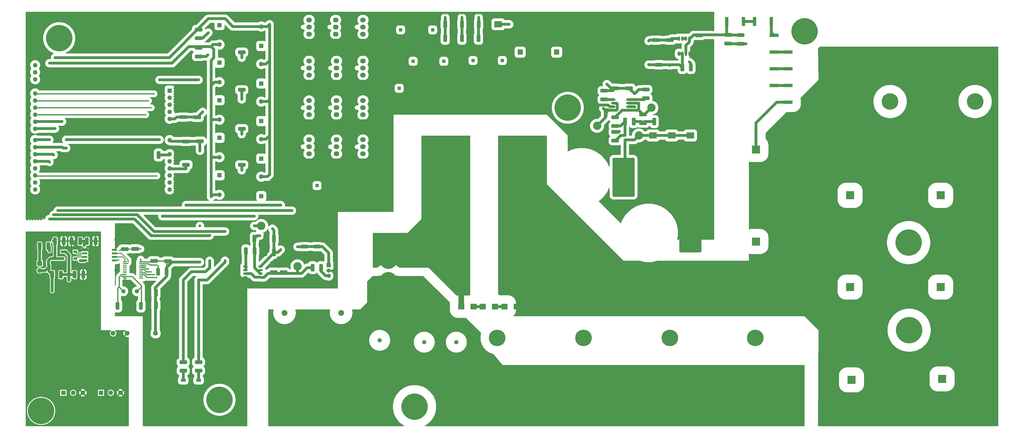
<source format=gbr>
%TF.GenerationSoftware,KiCad,Pcbnew,9.0.0*%
%TF.CreationDate,2025-04-28T23:59:20-07:00*%
%TF.ProjectId,DynamicBrakeGrid,44796e61-6d69-4634-9272-616b65477269,rev?*%
%TF.SameCoordinates,Original*%
%TF.FileFunction,Copper,L1,Top*%
%TF.FilePolarity,Positive*%
%FSLAX46Y46*%
G04 Gerber Fmt 4.6, Leading zero omitted, Abs format (unit mm)*
G04 Created by KiCad (PCBNEW 9.0.0) date 2025-04-28 23:59:20*
%MOMM*%
%LPD*%
G01*
G04 APERTURE LIST*
G04 Aperture macros list*
%AMRoundRect*
0 Rectangle with rounded corners*
0 $1 Rounding radius*
0 $2 $3 $4 $5 $6 $7 $8 $9 X,Y pos of 4 corners*
0 Add a 4 corners polygon primitive as box body*
4,1,4,$2,$3,$4,$5,$6,$7,$8,$9,$2,$3,0*
0 Add four circle primitives for the rounded corners*
1,1,$1+$1,$2,$3*
1,1,$1+$1,$4,$5*
1,1,$1+$1,$6,$7*
1,1,$1+$1,$8,$9*
0 Add four rect primitives between the rounded corners*
20,1,$1+$1,$2,$3,$4,$5,0*
20,1,$1+$1,$4,$5,$6,$7,0*
20,1,$1+$1,$6,$7,$8,$9,0*
20,1,$1+$1,$8,$9,$2,$3,0*%
%AMHorizOval*
0 Thick line with rounded ends*
0 $1 width*
0 $2 $3 position (X,Y) of the first rounded end (center of the circle)*
0 $4 $5 position (X,Y) of the second rounded end (center of the circle)*
0 Add line between two ends*
20,1,$1,$2,$3,$4,$5,0*
0 Add two circle primitives to create the rounded ends*
1,1,$1,$2,$3*
1,1,$1,$4,$5*%
G04 Aperture macros list end*
%TA.AperFunction,ComponentPad*%
%ADD10C,5.940000*%
%TD*%
%TA.AperFunction,SMDPad,CuDef*%
%ADD11RoundRect,0.250000X1.100000X-0.412500X1.100000X0.412500X-1.100000X0.412500X-1.100000X-0.412500X0*%
%TD*%
%TA.AperFunction,SMDPad,CuDef*%
%ADD12R,3.300000X1.200000*%
%TD*%
%TA.AperFunction,SMDPad,CuDef*%
%ADD13RoundRect,0.250000X-0.412500X-1.100000X0.412500X-1.100000X0.412500X1.100000X-0.412500X1.100000X0*%
%TD*%
%TA.AperFunction,SMDPad,CuDef*%
%ADD14RoundRect,0.250000X-0.400000X-1.075000X0.400000X-1.075000X0.400000X1.075000X-0.400000X1.075000X0*%
%TD*%
%TA.AperFunction,ComponentPad*%
%ADD15R,2.030000X1.730000*%
%TD*%
%TA.AperFunction,ComponentPad*%
%ADD16O,2.030000X1.730000*%
%TD*%
%TA.AperFunction,ComponentPad*%
%ADD17R,1.950000X1.950000*%
%TD*%
%TA.AperFunction,ComponentPad*%
%ADD18C,1.950000*%
%TD*%
%TA.AperFunction,ComponentPad*%
%ADD19R,3.000000X3.000000*%
%TD*%
%TA.AperFunction,ComponentPad*%
%ADD20C,3.000000*%
%TD*%
%TA.AperFunction,ComponentPad*%
%ADD21C,9.500000*%
%TD*%
%TA.AperFunction,SMDPad,CuDef*%
%ADD22RoundRect,0.250000X-1.100000X0.412500X-1.100000X-0.412500X1.100000X-0.412500X1.100000X0.412500X0*%
%TD*%
%TA.AperFunction,SMDPad,CuDef*%
%ADD23R,2.720000X2.290000*%
%TD*%
%TA.AperFunction,ComponentPad*%
%ADD24R,1.500000X1.500000*%
%TD*%
%TA.AperFunction,ComponentPad*%
%ADD25C,1.500000*%
%TD*%
%TA.AperFunction,ComponentPad*%
%ADD26R,1.200000X1.200000*%
%TD*%
%TA.AperFunction,ComponentPad*%
%ADD27C,1.200000*%
%TD*%
%TA.AperFunction,SMDPad,CuDef*%
%ADD28RoundRect,0.250000X-1.075000X0.400000X-1.075000X-0.400000X1.075000X-0.400000X1.075000X0.400000X0*%
%TD*%
%TA.AperFunction,SMDPad,CuDef*%
%ADD29RoundRect,0.250000X0.412500X1.100000X-0.412500X1.100000X-0.412500X-1.100000X0.412500X-1.100000X0*%
%TD*%
%TA.AperFunction,ComponentPad*%
%ADD30RoundRect,1.000000X7.000000X9.000000X-7.000000X9.000000X-7.000000X-9.000000X7.000000X-9.000000X0*%
%TD*%
%TA.AperFunction,ComponentPad*%
%ADD31RoundRect,0.500000X-3.500000X6.500000X-3.500000X-6.500000X3.500000X-6.500000X3.500000X6.500000X0*%
%TD*%
%TA.AperFunction,SMDPad,CuDef*%
%ADD32R,1.475000X0.450000*%
%TD*%
%TA.AperFunction,SMDPad,CuDef*%
%ADD33R,1.750000X1.000000*%
%TD*%
%TA.AperFunction,ComponentPad*%
%ADD34R,1.650000X1.650000*%
%TD*%
%TA.AperFunction,ComponentPad*%
%ADD35C,1.650000*%
%TD*%
%TA.AperFunction,SMDPad,CuDef*%
%ADD36RoundRect,0.250000X1.075000X-0.400000X1.075000X0.400000X-1.075000X0.400000X-1.075000X-0.400000X0*%
%TD*%
%TA.AperFunction,SMDPad,CuDef*%
%ADD37R,2.250000X2.150000*%
%TD*%
%TA.AperFunction,ComponentPad*%
%ADD38R,1.700000X1.700000*%
%TD*%
%TA.AperFunction,ComponentPad*%
%ADD39O,1.700000X1.700000*%
%TD*%
%TA.AperFunction,SMDPad,CuDef*%
%ADD40R,0.850000X1.050000*%
%TD*%
%TA.AperFunction,SMDPad,CuDef*%
%ADD41R,1.200000X3.300000*%
%TD*%
%TA.AperFunction,SMDPad,CuDef*%
%ADD42R,0.650000X1.528000*%
%TD*%
%TA.AperFunction,ComponentPad*%
%ADD43R,1.600000X1.600000*%
%TD*%
%TA.AperFunction,ComponentPad*%
%ADD44O,1.600000X1.600000*%
%TD*%
%TA.AperFunction,SMDPad,CuDef*%
%ADD45R,1.850000X0.650000*%
%TD*%
%TA.AperFunction,SMDPad,CuDef*%
%ADD46R,1.350000X0.900000*%
%TD*%
%TA.AperFunction,ComponentPad*%
%ADD47C,1.725000*%
%TD*%
%TA.AperFunction,SMDPad,CuDef*%
%ADD48RoundRect,0.250000X0.400000X1.075000X-0.400000X1.075000X-0.400000X-1.075000X0.400000X-1.075000X0*%
%TD*%
%TA.AperFunction,ComponentPad*%
%ADD49R,2.100000X2.100000*%
%TD*%
%TA.AperFunction,ComponentPad*%
%ADD50C,2.100000*%
%TD*%
%TA.AperFunction,SMDPad,CuDef*%
%ADD51R,1.528000X0.650000*%
%TD*%
%TA.AperFunction,SMDPad,CuDef*%
%ADD52R,1.000000X0.950000*%
%TD*%
%TA.AperFunction,ComponentPad*%
%ADD53HorizOval,0.800000X0.000000X0.000000X0.000000X0.000000X0*%
%TD*%
%TA.AperFunction,ComponentPad*%
%ADD54HorizOval,0.800000X0.000000X0.000000X0.000000X0.000000X0*%
%TD*%
%TA.AperFunction,ComponentPad*%
%ADD55C,0.800000*%
%TD*%
%TA.AperFunction,ComponentPad*%
%ADD56O,6.000000X9.000000*%
%TD*%
%TA.AperFunction,ViaPad*%
%ADD57C,0.500000*%
%TD*%
%TA.AperFunction,ViaPad*%
%ADD58C,1.000000*%
%TD*%
%TA.AperFunction,ViaPad*%
%ADD59C,0.600000*%
%TD*%
%TA.AperFunction,Conductor*%
%ADD60C,0.400000*%
%TD*%
%TA.AperFunction,Conductor*%
%ADD61C,1.000000*%
%TD*%
%TA.AperFunction,Conductor*%
%ADD62C,0.300000*%
%TD*%
%TA.AperFunction,Conductor*%
%ADD63C,2.000000*%
%TD*%
G04 APERTURE END LIST*
D10*
%TO.P,J18,1,1*%
%TO.N,DC_LINK_V+*%
X310650000Y-57775000D03*
%TO.P,J18,2,2*%
%TO.N,GNDPWR*%
X297950000Y-44775000D03*
%TD*%
D11*
%TO.P,C79,1*%
%TO.N,Net-(IC8-IN1+)*%
X89500000Y-119125000D03*
%TO.P,C79,2*%
%TO.N,GND*%
X89500000Y-116000000D03*
%TD*%
D12*
%TO.P,R68,1,1*%
%TO.N,Net-(R68-Pad1)*%
X269000000Y-34000000D03*
%TO.P,R68,2,2*%
%TO.N,Net-(R67-Pad2)*%
X269000000Y-40000000D03*
%TD*%
D13*
%TO.P,C26,1*%
%TO.N,+12V*%
X157000000Y-30000000D03*
%TO.P,C26,2*%
%TO.N,GND*%
X160125000Y-30000000D03*
%TD*%
D14*
%TO.P,R72,1*%
%TO.N,Arduino_VInSense*%
X236085000Y-45557500D03*
%TO.P,R72,2*%
%TO.N,Net-(IC5-IN2-)*%
X239185000Y-45557500D03*
%TD*%
D15*
%TO.P,M2,1,-*%
%TO.N,GND*%
X102160000Y-65080000D03*
D16*
%TO.P,M2,2,+*%
%TO.N,+12V*%
X102160000Y-62540000D03*
%TO.P,M2,3,Tacho*%
%TO.N,unconnected-(M2-Tacho-Pad3)*%
X102160000Y-60000000D03*
%TO.P,M2,4,PWM*%
%TO.N,FAN_PWM*%
X102160000Y-57460000D03*
%TD*%
D10*
%TO.P,J13,1,1*%
%TO.N,DC_LINK_V+*%
X341150000Y-57775000D03*
%TO.P,J13,2,2*%
%TO.N,GNDPWR*%
X328450000Y-44775000D03*
%TD*%
D11*
%TO.P,C65,1*%
%TO.N,+5V*%
X46500000Y-115062500D03*
%TO.P,C65,2*%
%TO.N,GND*%
X46500000Y-111937500D03*
%TD*%
D13*
%TO.P,C34,1*%
%TO.N,+12V*%
X163000000Y-30000000D03*
%TO.P,C34,2*%
%TO.N,GND*%
X166125000Y-30000000D03*
%TD*%
D17*
%TO.P,J1,1,1*%
%TO.N,+12V*%
X191000000Y-40000000D03*
D18*
%TO.P,J1,2,2*%
%TO.N,GND*%
X196000000Y-40000000D03*
%TD*%
D15*
%TO.P,M7,1,-*%
%TO.N,GND*%
X112000000Y-79120000D03*
D16*
%TO.P,M7,2,+*%
%TO.N,+12V*%
X112000000Y-76580000D03*
%TO.P,M7,3,Tacho*%
%TO.N,unconnected-(M7-Tacho-Pad3)*%
X112000000Y-74040000D03*
%TO.P,M7,4,PWM*%
%TO.N,FAN_PWM*%
X112000000Y-71500000D03*
%TD*%
D19*
%TO.P,C12,1,1*%
%TO.N,DC_LINK_V+*%
X296300000Y-91500000D03*
D20*
%TO.P,C12,2,2*%
%TO.N,GNDPWR*%
X306300000Y-91500000D03*
%TD*%
D11*
%TO.P,C59,1*%
%TO.N,+12V*%
X63000000Y-72062500D03*
%TO.P,C59,2*%
%TO.N,GND*%
X63000000Y-68937500D03*
%TD*%
D13*
%TO.P,C32,1*%
%TO.N,+12V*%
X162937500Y-35000000D03*
%TO.P,C32,2*%
%TO.N,GND*%
X166062500Y-35000000D03*
%TD*%
D21*
%TO.P,H10,1,1*%
%TO.N,unconnected-(H10-Pad1)*%
X70000000Y-165000000D03*
%TD*%
D22*
%TO.P,C62,1*%
%TO.N,+5V*%
X62000000Y-63437500D03*
%TO.P,C62,2*%
%TO.N,GND*%
X62000000Y-66562500D03*
%TD*%
D14*
%TO.P,R60,1*%
%TO.N,Net-(JP1-A)*%
X5500000Y-109750000D03*
%TO.P,R60,2*%
%TO.N,CanL_External*%
X8600000Y-109750000D03*
%TD*%
D10*
%TO.P,J22,1,1*%
%TO.N,DC_LINK_V+*%
X169650000Y-142725000D03*
%TO.P,J22,2,2*%
%TO.N,RESISTOR_RETURN*%
X182350000Y-155725000D03*
%TD*%
D23*
%TO.P,Z10,1,K*%
%TO.N,Net-(Q1-G)*%
X232280000Y-69975000D03*
%TO.P,Z10,2,A*%
%TO.N,GND*%
X232280000Y-74025000D03*
%TD*%
D20*
%TO.P,TP25,1,1*%
%TO.N,GND*%
X233000000Y-60000000D03*
%TD*%
D11*
%TO.P,C63,1*%
%TO.N,+12V*%
X226635000Y-35682500D03*
%TO.P,C63,2*%
%TO.N,GND*%
X226635000Y-32557500D03*
%TD*%
D24*
%TO.P,C102,1,1*%
%TO.N,RESISTOR_RETURN*%
X143500000Y-159275000D03*
D25*
%TO.P,C102,2,2*%
%TO.N,DC_LINK_V+*%
X143500000Y-144275000D03*
%TD*%
D26*
%TO.P,C6,1,+*%
%TO.N,+12V*%
X134500000Y-53000000D03*
D27*
%TO.P,C6,2,-*%
%TO.N,GND*%
X129500000Y-53000000D03*
%TD*%
D11*
%TO.P,C89,1*%
%TO.N,+5V*%
X36000000Y-110812500D03*
%TO.P,C89,2*%
%TO.N,GND*%
X36000000Y-107687500D03*
%TD*%
D15*
%TO.P,M3,1,-*%
%TO.N,GND*%
X102160000Y-50800000D03*
D16*
%TO.P,M3,2,+*%
%TO.N,+12V*%
X102160000Y-48260000D03*
%TO.P,M3,3,Tacho*%
%TO.N,unconnected-(M3-Tacho-Pad3)*%
X102160000Y-45720000D03*
%TO.P,M3,4,PWM*%
%TO.N,FAN_PWM*%
X102160000Y-43180000D03*
%TD*%
D24*
%TO.P,C104,1,1*%
%TO.N,RESISTOR_RETURN*%
X127500000Y-171125000D03*
D25*
%TO.P,C104,2,2*%
%TO.N,DC_LINK_V+*%
X127500000Y-143625000D03*
%TD*%
D28*
%TO.P,R53,1*%
%TO.N,Gate*%
X212000000Y-63450000D03*
%TO.P,R53,2*%
%TO.N,Net-(C38-Pad2)*%
X212000000Y-66550000D03*
%TD*%
D13*
%TO.P,C95,1*%
%TO.N,CanH_External*%
X10000000Y-120000000D03*
%TO.P,C95,2*%
%TO.N,CanL_External*%
X13125000Y-120000000D03*
%TD*%
D29*
%TO.P,C77,1*%
%TO.N,+5V*%
X89562500Y-112000000D03*
%TO.P,C77,2*%
%TO.N,GND*%
X86437500Y-112000000D03*
%TD*%
D15*
%TO.P,M11,1,-*%
%TO.N,GND*%
X121500000Y-65040000D03*
D16*
%TO.P,M11,2,+*%
%TO.N,+12V*%
X121500000Y-62500000D03*
%TO.P,M11,3,Tacho*%
%TO.N,unconnected-(M11-Tacho-Pad3)*%
X121500000Y-59960000D03*
%TO.P,M11,4,PWM*%
%TO.N,FAN_PWM*%
X121500000Y-57420000D03*
%TD*%
D22*
%TO.P,C82,1*%
%TO.N,Net-(IC5-IN1+)*%
X242000000Y-34000000D03*
%TO.P,C82,2*%
%TO.N,GND*%
X242000000Y-37125000D03*
%TD*%
D15*
%TO.P,M6,1,-*%
%TO.N,GND*%
X112000000Y-65040000D03*
D16*
%TO.P,M6,2,+*%
%TO.N,+12V*%
X112000000Y-62500000D03*
%TO.P,M6,3,Tacho*%
%TO.N,unconnected-(M6-Tacho-Pad3)*%
X112000000Y-59960000D03*
%TO.P,M6,4,PWM*%
%TO.N,FAN_PWM*%
X112000000Y-57420000D03*
%TD*%
D11*
%TO.P,C36,1*%
%TO.N,+12V*%
X212000000Y-53000000D03*
%TO.P,C36,2*%
%TO.N,GND*%
X212000000Y-49875000D03*
%TD*%
D13*
%TO.P,C28,1*%
%TO.N,+12V*%
X151000000Y-30000000D03*
%TO.P,C28,2*%
%TO.N,GND*%
X154125000Y-30000000D03*
%TD*%
D22*
%TO.P,C75,1*%
%TO.N,+5V*%
X100500000Y-109937500D03*
%TO.P,C75,2*%
%TO.N,GND*%
X100500000Y-113062500D03*
%TD*%
D28*
%TO.P,R62,1*%
%TO.N,StatusLED_0*%
X57000000Y-151450000D03*
%TO.P,R62,2*%
%TO.N,Net-(LED1-A)*%
X57000000Y-154550000D03*
%TD*%
D11*
%TO.P,C84,1*%
%TO.N,Arduino_VInSense*%
X58000000Y-80500000D03*
%TO.P,C84,2*%
%TO.N,GND*%
X58000000Y-77375000D03*
%TD*%
D28*
%TO.P,R71,1*%
%TO.N,Net-(IC5-IN1+)*%
X257000000Y-33900000D03*
%TO.P,R71,2*%
%TO.N,GNDPWR*%
X257000000Y-37000000D03*
%TD*%
D19*
%TO.P,C18,1,1*%
%TO.N,DC_LINK_V+*%
X262500000Y-108100000D03*
D20*
%TO.P,C18,2,2*%
%TO.N,GNDPWR*%
X272500000Y-108100000D03*
%TD*%
D30*
%TO.P,Q1,1,C*%
%TO.N,CHOPPER_DRAIN*%
X151000000Y-105000000D03*
%TO.P,Q1,2,E*%
%TO.N,GNDPWR*%
X180000000Y-105000000D03*
D31*
%TO.P,Q1,3,G*%
%TO.N,Net-(Q1-G)*%
X215000000Y-85000000D03*
%TO.P,Q1,5,E*%
%TO.N,GND*%
X239000000Y-105000000D03*
%TD*%
D29*
%TO.P,C38,1*%
%TO.N,Net-(C38-Pad1)*%
X218625000Y-64975000D03*
%TO.P,C38,2*%
%TO.N,Net-(C38-Pad2)*%
X215500000Y-64975000D03*
%TD*%
D21*
%TO.P,H9,1,1*%
%TO.N,unconnected-(H9-Pad1)*%
X195000000Y-60000000D03*
%TD*%
D24*
%TO.P,C98,1,1*%
%TO.N,GNDPWR*%
X183625000Y-71000000D03*
D25*
%TO.P,C98,2,2*%
%TO.N,CHOPPER_DRAIN*%
X156125000Y-71000000D03*
%TD*%
D11*
%TO.P,C73,1*%
%TO.N,+5V*%
X78000000Y-80562500D03*
%TO.P,C73,2*%
%TO.N,GND*%
X78000000Y-77437500D03*
%TD*%
D32*
%TO.P,IC6,1,TXCAN*%
%TO.N,Net-(IC1-TXD)*%
X36000000Y-115450000D03*
%TO.P,IC6,2,RXCAN*%
%TO.N,Net-(IC1-RXD)*%
X36000000Y-116100000D03*
%TO.P,IC6,3,CLKOUT/SOF*%
%TO.N,unconnected-(IC6-CLKOUT{slash}SOF-Pad3)*%
X36000000Y-116750000D03*
%TO.P,IC6,4,~{TX0RTS}*%
%TO.N,unconnected-(IC6-~{TX0RTS}-Pad4)*%
X36000000Y-117400000D03*
%TO.P,IC6,5,~{TX1RTS}*%
%TO.N,unconnected-(IC6-~{TX1RTS}-Pad5)*%
X36000000Y-118050000D03*
%TO.P,IC6,6,NC_1*%
%TO.N,unconnected-(IC6-NC_1-Pad6)*%
X36000000Y-118700000D03*
%TO.P,IC6,7,~{TX2RTS}*%
%TO.N,unconnected-(IC6-~{TX2RTS}-Pad7)*%
X36000000Y-119350000D03*
%TO.P,IC6,8,OSC2*%
%TO.N,Net-(IC6-OSC2)*%
X36000000Y-120000000D03*
%TO.P,IC6,9,OSC1*%
%TO.N,Net-(IC6-OSC1)*%
X36000000Y-120650000D03*
%TO.P,IC6,10,VSS*%
%TO.N,GND*%
X36000000Y-121300000D03*
%TO.P,IC6,11,~{RX1BF}*%
%TO.N,unconnected-(IC6-~{RX1BF}-Pad11)*%
X41876000Y-121300000D03*
%TO.P,IC6,12,~{RX0BF}*%
%TO.N,unconnected-(IC6-~{RX0BF}-Pad12)*%
X41876000Y-120650000D03*
%TO.P,IC6,13,~{INT}*%
%TO.N,CAN_INT*%
X41876000Y-120000000D03*
%TO.P,IC6,14,SCK*%
%TO.N,CAN_SCK*%
X41876000Y-119350000D03*
%TO.P,IC6,15,NC_2*%
%TO.N,unconnected-(IC6-NC_2-Pad15)*%
X41876000Y-118700000D03*
%TO.P,IC6,16,SI*%
%TO.N,CAN_SI*%
X41876000Y-118050000D03*
%TO.P,IC6,17,SO*%
%TO.N,CAN_SO*%
X41876000Y-117400000D03*
%TO.P,IC6,18,~{CS}*%
%TO.N,CAN_CS*%
X41876000Y-116750000D03*
%TO.P,IC6,19,~{RESET}*%
%TO.N,Net-(IC6-~{RESET})*%
X41876000Y-116100000D03*
%TO.P,IC6,20,VDD*%
%TO.N,+5V*%
X41876000Y-115450000D03*
%TD*%
D14*
%TO.P,R50,1*%
%TO.N,GND*%
X205450000Y-62000000D03*
%TO.P,R50,2*%
%TO.N,GATE_PWM*%
X208550000Y-62000000D03*
%TD*%
D33*
%TO.P,LED1,1,K*%
%TO.N,GND*%
X57000000Y-161000000D03*
%TO.P,LED1,2,A*%
%TO.N,Net-(LED1-A)*%
X57000000Y-158000000D03*
%TD*%
%TO.P,LED2,1,K*%
%TO.N,GND*%
X62500000Y-161000000D03*
%TO.P,LED2,2,A*%
%TO.N,Net-(LED2-A)*%
X62500000Y-158000000D03*
%TD*%
D15*
%TO.P,M10,1,-*%
%TO.N,GND*%
X121500000Y-50800000D03*
D16*
%TO.P,M10,2,+*%
%TO.N,+12V*%
X121500000Y-48260000D03*
%TO.P,M10,3,Tacho*%
%TO.N,unconnected-(M10-Tacho-Pad3)*%
X121500000Y-45720000D03*
%TO.P,M10,4,PWM*%
%TO.N,FAN_PWM*%
X121500000Y-43180000D03*
%TD*%
D23*
%TO.P,Z11,1,K*%
%TO.N,Net-(Q1-G)*%
X239000000Y-69975000D03*
%TO.P,Z11,2,A*%
%TO.N,GND*%
X239000000Y-74025000D03*
%TD*%
D34*
%TO.P,J15,1,1*%
%TO.N,CanL_External*%
X27500000Y-162500000D03*
D35*
%TO.P,J15,2,2*%
%TO.N,CanH_External*%
X31000000Y-162500000D03*
%TO.P,J15,3,3*%
%TO.N,CANBUS_ISO_GND*%
X34500000Y-162500000D03*
%TD*%
D34*
%TO.P,J9,1,1*%
%TO.N,+5V*%
X70000000Y-70800000D03*
D35*
%TO.P,J9,2,2*%
%TO.N,GND*%
X70000000Y-74300000D03*
%TO.P,J9,3,3*%
%TO.N,AMBIENT_TEMPSENSE_1WIRE*%
X70000000Y-77800000D03*
%TD*%
D26*
%TO.P,C4,1,+*%
%TO.N,+12V*%
X139500000Y-43300000D03*
D27*
%TO.P,C4,2,-*%
%TO.N,GND*%
X134500000Y-43300000D03*
%TD*%
D36*
%TO.P,R4,1*%
%TO.N,Net-(IC3-ENBB)*%
X223000000Y-56550000D03*
%TO.P,R4,2*%
%TO.N,+12V*%
X223000000Y-53450000D03*
%TD*%
D19*
%TO.P,C13,1,1*%
%TO.N,DC_LINK_V+*%
X296300000Y-124500000D03*
D20*
%TO.P,C13,2,2*%
%TO.N,GNDPWR*%
X306300000Y-124500000D03*
%TD*%
%TO.P,TP26,1,1*%
%TO.N,Net-(IC8-IN1+)*%
X98000000Y-117000000D03*
%TD*%
D34*
%TO.P,J14,1,1*%
%TO.N,CanL_External*%
X14000000Y-162500000D03*
D35*
%TO.P,J14,2,2*%
%TO.N,CanH_External*%
X17500000Y-162500000D03*
%TO.P,J14,3,3*%
%TO.N,CANBUS_ISO_GND*%
X21000000Y-162500000D03*
%TD*%
D21*
%TO.P,H4,1,1*%
%TO.N,unconnected-(H4-Pad1)*%
X317300000Y-108500000D03*
%TD*%
D22*
%TO.P,C69,1*%
%TO.N,Net-(IC5-IN1+)*%
X252500000Y-33837500D03*
%TO.P,C69,2*%
%TO.N,GNDPWR*%
X252500000Y-36962500D03*
%TD*%
D12*
%TO.P,R67,1,1*%
%TO.N,Net-(R66-Pad1)*%
X274000000Y-46000000D03*
%TO.P,R67,2,2*%
%TO.N,Net-(R67-Pad2)*%
X274000000Y-40000000D03*
%TD*%
D36*
%TO.P,R3,1*%
%TO.N,Net-(IC3-ENBA)*%
X208000000Y-57000000D03*
%TO.P,R3,2*%
%TO.N,+12V*%
X208000000Y-53900000D03*
%TD*%
D21*
%TO.P,H1,1,1*%
%TO.N,unconnected-(H1-Pad1)*%
X12500000Y-35000000D03*
%TD*%
D23*
%TO.P,Z1,1,K*%
%TO.N,+12V*%
X170000000Y-30000000D03*
%TO.P,Z1,2,A*%
%TO.N,GND*%
X170000000Y-34050000D03*
%TD*%
%TO.P,Z9,1,K*%
%TO.N,Net-(Q1-G)*%
X225560000Y-69975000D03*
%TO.P,Z9,2,A*%
%TO.N,GND*%
X225560000Y-74025000D03*
%TD*%
D22*
%TO.P,C74,1*%
%TO.N,+5V*%
X105000000Y-109937500D03*
%TO.P,C74,2*%
%TO.N,GND*%
X105000000Y-113062500D03*
%TD*%
D28*
%TO.P,R2,1*%
%TO.N,EXHAUST_TEMPSENSE_1WIRE*%
X62500000Y-31900000D03*
%TO.P,R2,2*%
%TO.N,+5V*%
X62500000Y-35000000D03*
%TD*%
D19*
%TO.P,C15,1,1*%
%TO.N,DC_LINK_V+*%
X328800000Y-124500000D03*
D20*
%TO.P,C15,2,2*%
%TO.N,GNDPWR*%
X338800000Y-124500000D03*
%TD*%
D22*
%TO.P,C76,1*%
%TO.N,GND*%
X93000000Y-116000000D03*
%TO.P,C76,2*%
%TO.N,Net-(IC8-IN1+)*%
X93000000Y-119125000D03*
%TD*%
D34*
%TO.P,J5,1,1*%
%TO.N,+5V*%
X70000000Y-30300000D03*
D35*
%TO.P,J5,2,2*%
%TO.N,GND*%
X70000000Y-33800000D03*
%TO.P,J5,3,3*%
%TO.N,AMBIENT_TEMPSENSE_1WIRE*%
X70000000Y-37300000D03*
%TD*%
D25*
%TO.P,Y1,1,1*%
%TO.N,Net-(IC6-OSC2)*%
X35500000Y-126000000D03*
%TO.P,Y1,2,2*%
%TO.N,Net-(IC6-OSC1)*%
X40380000Y-126000000D03*
%TD*%
D17*
%TO.P,J2,1,1*%
%TO.N,+12V*%
X177900000Y-40000000D03*
D18*
%TO.P,J2,2,2*%
%TO.N,GND*%
X182900000Y-40000000D03*
%TD*%
D34*
%TO.P,J12,1,1*%
%TO.N,+5V*%
X85000000Y-51300000D03*
D35*
%TO.P,J12,2,2*%
%TO.N,GND*%
X85000000Y-47800000D03*
%TO.P,J12,3,3*%
%TO.N,EXHAUST_TEMPSENSE_1WIRE*%
X85000000Y-44300000D03*
%TD*%
D34*
%TO.P,J25,1,1*%
%TO.N,+5V*%
X85000000Y-37800000D03*
D35*
%TO.P,J25,2,2*%
%TO.N,GND*%
X85000000Y-34300000D03*
%TO.P,J25,3,3*%
%TO.N,EXHAUST_TEMPSENSE_1WIRE*%
X85000000Y-30800000D03*
%TD*%
D37*
%TO.P,Z2,1,K*%
%TO.N,CHOPPER_DRAIN*%
X156800000Y-131500000D03*
%TO.P,Z2,2,A*%
%TO.N,Net-(Z2-A)*%
X161200000Y-131500000D03*
%TD*%
D38*
%TO.P,JP1,1,A*%
%TO.N,Net-(JP1-A)*%
X5500000Y-115975000D03*
D39*
%TO.P,JP1,2,B*%
%TO.N,CanH_External*%
X5500000Y-118515000D03*
%TD*%
D12*
%TO.P,R65,1,1*%
%TO.N,DC_LINK_V+*%
X274000000Y-58000000D03*
%TO.P,R65,2,2*%
%TO.N,Net-(R65-Pad2)*%
X274000000Y-52000000D03*
%TD*%
D40*
%TO.P,Z3,1,K*%
%TO.N,Arduino_VInSense*%
X231635000Y-44757500D03*
%TO.P,Z3,2,A*%
%TO.N,GND*%
X231635000Y-48357500D03*
%TD*%
D15*
%TO.P,M9,1,-*%
%TO.N,GND*%
X121500000Y-36080000D03*
D16*
%TO.P,M9,2,+*%
%TO.N,+12V*%
X121500000Y-33540000D03*
%TO.P,M9,3,Tacho*%
%TO.N,unconnected-(M9-Tacho-Pad3)*%
X121500000Y-31000000D03*
%TO.P,M9,4,PWM*%
%TO.N,FAN_PWM*%
X121500000Y-28460000D03*
%TD*%
D13*
%TO.P,C85,1*%
%TO.N,+5V*%
X47187500Y-131000000D03*
%TO.P,C85,2*%
%TO.N,GND*%
X50312500Y-131000000D03*
%TD*%
D11*
%TO.P,C71,1*%
%TO.N,+5V*%
X78000000Y-53562500D03*
%TO.P,C71,2*%
%TO.N,GND*%
X78000000Y-50437500D03*
%TD*%
D26*
%TO.P,C9,1,+*%
%TO.N,+12V*%
X150500000Y-43300000D03*
D27*
%TO.P,C9,2,-*%
%TO.N,GND*%
X145500000Y-43300000D03*
%TD*%
D11*
%TO.P,C70,1*%
%TO.N,+5V*%
X78000000Y-40062500D03*
%TO.P,C70,2*%
%TO.N,GND*%
X78000000Y-36937500D03*
%TD*%
D29*
%TO.P,C93,1*%
%TO.N,CANBUS_ISO_GND*%
X14125000Y-108000000D03*
%TO.P,C93,2*%
%TO.N,CanH_External*%
X11000000Y-108000000D03*
%TD*%
D41*
%TO.P,R69,1,1*%
%TO.N,Net-(R68-Pad1)*%
X268000000Y-29000000D03*
%TO.P,R69,2,2*%
%TO.N,Net-(R69-Pad2)*%
X262000000Y-29000000D03*
%TD*%
D34*
%TO.P,J7,1,1*%
%TO.N,+5V*%
X70000000Y-43800000D03*
D35*
%TO.P,J7,2,2*%
%TO.N,GND*%
X70000000Y-47300000D03*
%TO.P,J7,3,3*%
%TO.N,AMBIENT_TEMPSENSE_1WIRE*%
X70000000Y-50800000D03*
%TD*%
D42*
%TO.P,IC5,1,OUT1*%
%TO.N,Arduino_VInSense*%
X234825000Y-40566000D03*
%TO.P,IC5,2,IN1-*%
X236095000Y-40566000D03*
%TO.P,IC5,3,IN1+*%
%TO.N,Net-(IC5-IN1+)*%
X237365000Y-40566000D03*
%TO.P,IC5,4,V-*%
%TO.N,GND*%
X238635000Y-40566000D03*
%TO.P,IC5,5,IN2+*%
%TO.N,Net-(IC5-IN1+)*%
X238635000Y-35144000D03*
%TO.P,IC5,6,IN2-*%
%TO.N,Net-(IC5-IN2-)*%
X237365000Y-35144000D03*
%TO.P,IC5,7,OUT2*%
X236095000Y-35144000D03*
%TO.P,IC5,8,V+*%
%TO.N,+12V*%
X234825000Y-35144000D03*
%TD*%
D13*
%TO.P,C94,1*%
%TO.N,CanL_External*%
X18000000Y-120000000D03*
%TO.P,C94,2*%
%TO.N,CANBUS_ISO_GND*%
X21125000Y-120000000D03*
%TD*%
D14*
%TO.P,R39,1*%
%TO.N,Net-(IC8-IN1+)*%
X103400000Y-117500000D03*
%TO.P,R39,2*%
%TO.N,Net-(U6-VIOUT)*%
X106500000Y-117500000D03*
%TD*%
D15*
%TO.P,M4,1,-*%
%TO.N,GND*%
X111700000Y-36080000D03*
D16*
%TO.P,M4,2,+*%
%TO.N,+12V*%
X111700000Y-33540000D03*
%TO.P,M4,3,Tacho*%
%TO.N,unconnected-(M4-Tacho-Pad3)*%
X111700000Y-31000000D03*
%TO.P,M4,4,PWM*%
%TO.N,FAN_PWM*%
X111700000Y-28460000D03*
%TD*%
D14*
%TO.P,R52,1*%
%TO.N,Net-(C38-Pad1)*%
X226000000Y-65000000D03*
%TO.P,R52,2*%
%TO.N,GND*%
X229100000Y-65000000D03*
%TD*%
D34*
%TO.P,J24,1,1*%
%TO.N,+5V*%
X70000000Y-84300000D03*
D35*
%TO.P,J24,2,2*%
%TO.N,GND*%
X70000000Y-87800000D03*
%TO.P,J24,3,3*%
%TO.N,AMBIENT_TEMPSENSE_1WIRE*%
X70000000Y-91300000D03*
%TD*%
D26*
%TO.P,C5,1,+*%
%TO.N,+12V*%
X135000000Y-32000000D03*
D27*
%TO.P,C5,2,-*%
%TO.N,GND*%
X130000000Y-32000000D03*
%TD*%
D20*
%TO.P,TP27,1,1*%
%TO.N,Arduino_CurrentSense*%
X85000000Y-102500000D03*
%TD*%
D34*
%TO.P,J6,1,1*%
%TO.N,+5V*%
X85000000Y-91800000D03*
D35*
%TO.P,J6,2,2*%
%TO.N,GND*%
X85000000Y-88300000D03*
%TO.P,J6,3,3*%
%TO.N,EXHAUST_TEMPSENSE_1WIRE*%
X85000000Y-84800000D03*
%TD*%
D11*
%TO.P,C64,1*%
%TO.N,+12V*%
X231635000Y-35682500D03*
%TO.P,C64,2*%
%TO.N,GND*%
X231635000Y-32557500D03*
%TD*%
D26*
%TO.P,C8,1,+*%
%TO.N,+12V*%
X161000000Y-43000000D03*
D27*
%TO.P,C8,2,-*%
%TO.N,GND*%
X156000000Y-43000000D03*
%TD*%
D43*
%TO.P,A1,1,NC*%
%TO.N,unconnected-(A1-NC-Pad1)*%
X52130000Y-53825000D03*
D44*
%TO.P,A1,2,IOREF*%
%TO.N,unconnected-(A1-IOREF-Pad2)*%
X52130000Y-56365000D03*
%TO.P,A1,3,~{RESET}*%
%TO.N,unconnected-(A1-~{RESET}-Pad3)*%
X52130000Y-58905000D03*
%TO.P,A1,4,3V3*%
%TO.N,unconnected-(A1-3V3-Pad4)*%
X52130000Y-61445000D03*
%TO.P,A1,5,+5V*%
%TO.N,+5V*%
X52130000Y-63985000D03*
%TO.P,A1,6,GND*%
%TO.N,GND*%
X52130000Y-66525000D03*
%TO.P,A1,7,GND*%
X52130000Y-69065000D03*
%TO.P,A1,8,VIN*%
%TO.N,+12V*%
X52130000Y-71605000D03*
%TO.P,A1,9,A0*%
%TO.N,Arduino_CurrentSense*%
X52130000Y-76685000D03*
%TO.P,A1,10,A1*%
%TO.N,unconnected-(A1-A1-Pad10)*%
X52130000Y-79225000D03*
%TO.P,A1,11,A2*%
%TO.N,Arduino_VInSense*%
X52130000Y-81765000D03*
%TO.P,A1,12,A3*%
%TO.N,unconnected-(A1-A3-Pad12)*%
X52130000Y-84305000D03*
%TO.P,A1,13,SDA/A4*%
%TO.N,unconnected-(A1-SDA{slash}A4-Pad13)*%
X52130000Y-86845000D03*
%TO.P,A1,14,SCL/A5*%
%TO.N,unconnected-(A1-SCL{slash}A5-Pad14)*%
X52130000Y-89385000D03*
%TO.P,A1,15,D0/RX*%
%TO.N,unconnected-(A1-D0{slash}RX-Pad15)*%
X3870000Y-89385000D03*
%TO.P,A1,16,D1/TX*%
%TO.N,unconnected-(A1-D1{slash}TX-Pad16)*%
X3870000Y-86845000D03*
%TO.P,A1,17,D2*%
%TO.N,CAN_INT*%
X3870000Y-84305000D03*
%TO.P,A1,18,D3*%
%TO.N,unconnected-(A1-D3-Pad18)*%
X3870000Y-81765000D03*
%TO.P,A1,19,D4*%
%TO.N,StatusLED_0*%
X3870000Y-79225000D03*
%TO.P,A1,20,D5*%
%TO.N,StatusLED_1*%
X3870000Y-76685000D03*
%TO.P,A1,21,D6*%
%TO.N,FAN_PWM*%
X3870000Y-74145000D03*
%TO.P,A1,22,D7*%
%TO.N,AMBIENT_TEMPSENSE_1WIRE*%
X3870000Y-71605000D03*
%TO.P,A1,23,D8*%
%TO.N,EXHAUST_TEMPSENSE_1WIRE*%
X3870000Y-67545000D03*
%TO.P,A1,24,D9*%
%TO.N,GATE_PWM*%
X3870000Y-65005000D03*
%TO.P,A1,25,D10*%
%TO.N,CAN_CS*%
X3870000Y-62465000D03*
%TO.P,A1,26,D11*%
%TO.N,CAN_SI*%
X3870000Y-59925000D03*
%TO.P,A1,27,D12*%
%TO.N,CAN_SO*%
X3870000Y-57385000D03*
%TO.P,A1,28,D13*%
%TO.N,CAN_SCK*%
X3870000Y-54845000D03*
%TO.P,A1,29,GND*%
%TO.N,GND*%
X3870000Y-52305000D03*
%TO.P,A1,30,AREF*%
%TO.N,unconnected-(A1-AREF-Pad30)*%
X3870000Y-49765000D03*
%TO.P,A1,31,SDA/A4*%
%TO.N,unconnected-(A1-SDA{slash}A4-Pad31)*%
X3870000Y-47225000D03*
%TO.P,A1,32,SCL/A5*%
%TO.N,unconnected-(A1-SCL{slash}A5-Pad32)*%
X3870000Y-44685000D03*
%TD*%
D45*
%TO.P,IC1,1,VCC1*%
%TO.N,+5V*%
X32325000Y-114905000D03*
%TO.P,IC1,2,TXD*%
%TO.N,Net-(IC1-TXD)*%
X32325000Y-113635000D03*
%TO.P,IC1,3,RXD*%
%TO.N,Net-(IC1-RXD)*%
X32325000Y-112365000D03*
%TO.P,IC1,4,GND1*%
%TO.N,GND*%
X32325000Y-111095000D03*
%TO.P,IC1,5,GND2*%
%TO.N,CANBUS_ISO_GND*%
X21675000Y-111095000D03*
%TO.P,IC1,6,CANL*%
%TO.N,Net-(IC1-CANL)*%
X21675000Y-112365000D03*
%TO.P,IC1,7,CANH*%
%TO.N,Net-(IC1-CANH)*%
X21675000Y-113635000D03*
%TO.P,IC1,8,VCC2*%
%TO.N,CANBUS_ISO_5V*%
X21675000Y-114905000D03*
%TD*%
D11*
%TO.P,C81,1*%
%TO.N,Arduino_VInSense*%
X227635000Y-44557500D03*
%TO.P,C81,2*%
%TO.N,GND*%
X227635000Y-41432500D03*
%TD*%
D46*
%TO.P,FL1,1,1*%
%TO.N,Net-(IC1-CANH)*%
X18275000Y-114250000D03*
%TO.P,FL1,2,2*%
%TO.N,Net-(IC1-CANL)*%
X18275000Y-111750000D03*
%TO.P,FL1,3,3*%
%TO.N,CanL_External*%
X13725000Y-111750000D03*
%TO.P,FL1,4,4*%
%TO.N,CanH_External*%
X13725000Y-114250000D03*
%TD*%
D14*
%TO.P,R59,1*%
%TO.N,Net-(IC6-~{RESET})*%
X47950000Y-119000000D03*
%TO.P,R59,2*%
%TO.N,+5V*%
X51050000Y-119000000D03*
%TD*%
D21*
%TO.P,H2,1,1*%
%TO.N,unconnected-(H2-Pad1)*%
X317500000Y-140000000D03*
%TD*%
D24*
%TO.P,C96,1,1*%
%TO.N,GNDPWR*%
X172275000Y-85000000D03*
D25*
%TO.P,C96,2,2*%
%TO.N,CHOPPER_DRAIN*%
X157275000Y-85000000D03*
%TD*%
D19*
%TO.P,C19,1,1*%
%TO.N,DC_LINK_V+*%
X329300000Y-157500000D03*
D20*
%TO.P,C19,2,2*%
%TO.N,GNDPWR*%
X339300000Y-157500000D03*
%TD*%
%TO.P,TP23,1,1*%
%TO.N,Net-(Q1-G)*%
X220500000Y-69975000D03*
%TD*%
D47*
%TO.P,PS1,1,+VIN*%
%TO.N,+5V*%
X47075000Y-141115000D03*
%TO.P,PS1,2,-VIN*%
%TO.N,GND*%
X44535000Y-141115000D03*
%TO.P,PS1,5,-VOUT*%
%TO.N,CANBUS_ISO_GND*%
X36915000Y-141115000D03*
%TO.P,PS1,7,+VOUT*%
%TO.N,CANBUS_ISO_5V*%
X31835000Y-141115000D03*
%TD*%
D10*
%TO.P,J20,1,1*%
%TO.N,DC_LINK_V+*%
X231650000Y-142725000D03*
%TO.P,J20,2,2*%
%TO.N,RESISTOR_RETURN*%
X244350000Y-155725000D03*
%TD*%
D19*
%TO.P,C16,1,1*%
%TO.N,DC_LINK_V+*%
X296800000Y-157850000D03*
D20*
%TO.P,C16,2,2*%
%TO.N,GNDPWR*%
X306800000Y-157850000D03*
%TD*%
D34*
%TO.P,J8,1,1*%
%TO.N,+5V*%
X70000000Y-57300000D03*
D35*
%TO.P,J8,2,2*%
%TO.N,GND*%
X70000000Y-60800000D03*
%TO.P,J8,3,3*%
%TO.N,AMBIENT_TEMPSENSE_1WIRE*%
X70000000Y-64300000D03*
%TD*%
D22*
%TO.P,C61,1*%
%TO.N,+5V*%
X57000000Y-63375000D03*
%TO.P,C61,2*%
%TO.N,GND*%
X57000000Y-66500000D03*
%TD*%
D48*
%TO.P,R73,1*%
%TO.N,Arduino_CurrentSense*%
X82612500Y-111500000D03*
%TO.P,R73,2*%
%TO.N,Net-(IC8-IN1-)*%
X79512500Y-111500000D03*
%TD*%
D13*
%TO.P,C29,1*%
%TO.N,+12V*%
X151000000Y-35000000D03*
%TO.P,C29,2*%
%TO.N,GND*%
X154125000Y-35000000D03*
%TD*%
D29*
%TO.P,C83,1*%
%TO.N,Arduino_CurrentSense*%
X48125000Y-77000000D03*
%TO.P,C83,2*%
%TO.N,GND*%
X45000000Y-77000000D03*
%TD*%
D37*
%TO.P,Z4,1,K*%
%TO.N,Net-(Z2-A)*%
X164500000Y-131500000D03*
%TO.P,Z4,2,A*%
%TO.N,Net-(Z4-A)*%
X168900000Y-131500000D03*
%TD*%
D15*
%TO.P,M8,1,-*%
%TO.N,GND*%
X102160000Y-36080000D03*
D16*
%TO.P,M8,2,+*%
%TO.N,+12V*%
X102160000Y-33540000D03*
%TO.P,M8,3,Tacho*%
%TO.N,unconnected-(M8-Tacho-Pad3)*%
X102160000Y-31000000D03*
%TO.P,M8,4,PWM*%
%TO.N,FAN_PWM*%
X102160000Y-28460000D03*
%TD*%
D34*
%TO.P,J10,1,1*%
%TO.N,+5V*%
X85000000Y-78300000D03*
D35*
%TO.P,J10,2,2*%
%TO.N,GND*%
X85000000Y-74800000D03*
%TO.P,J10,3,3*%
%TO.N,EXHAUST_TEMPSENSE_1WIRE*%
X85000000Y-71300000D03*
%TD*%
D26*
%TO.P,C3,1,+*%
%TO.N,+12V*%
X146500000Y-32000000D03*
D27*
%TO.P,C3,2,-*%
%TO.N,GND*%
X141500000Y-32000000D03*
%TD*%
D28*
%TO.P,R1,1*%
%TO.N,AMBIENT_TEMPSENSE_1WIRE*%
X62500000Y-38450000D03*
%TO.P,R1,2*%
%TO.N,+5V*%
X62500000Y-41550000D03*
%TD*%
D24*
%TO.P,C103,1,1*%
%TO.N,RESISTOR_RETURN*%
X155000000Y-159275000D03*
D25*
%TO.P,C103,2,2*%
%TO.N,DC_LINK_V+*%
X155000000Y-144275000D03*
%TD*%
D15*
%TO.P,M5,1,-*%
%TO.N,GND*%
X112000000Y-50800000D03*
D16*
%TO.P,M5,2,+*%
%TO.N,+12V*%
X112000000Y-48260000D03*
%TO.P,M5,3,Tacho*%
%TO.N,unconnected-(M5-Tacho-Pad3)*%
X112000000Y-45720000D03*
%TO.P,M5,4,PWM*%
%TO.N,FAN_PWM*%
X112000000Y-43180000D03*
%TD*%
D49*
%TO.P,C87,1,1*%
%TO.N,RESISTOR_RETURN*%
X113650000Y-171250000D03*
D50*
%TO.P,C87,2,2*%
%TO.N,DC_LINK_V+*%
X113650000Y-133750000D03*
%TO.P,C87,3,3*%
%TO.N,RESISTOR_RETURN*%
X93350000Y-171250000D03*
%TO.P,C87,4,4*%
%TO.N,DC_LINK_V+*%
X93350000Y-133750000D03*
%TD*%
D19*
%TO.P,C14,1,1*%
%TO.N,DC_LINK_V+*%
X328800000Y-91500000D03*
D20*
%TO.P,C14,2,2*%
%TO.N,GNDPWR*%
X338800000Y-91500000D03*
%TD*%
D22*
%TO.P,C90,1*%
%TO.N,GND*%
X39750000Y-107625000D03*
%TO.P,C90,2*%
%TO.N,+5V*%
X39750000Y-110750000D03*
%TD*%
D21*
%TO.P,H8,1,1*%
%TO.N,unconnected-(H8-Pad1)*%
X280000000Y-32500000D03*
%TD*%
D12*
%TO.P,R66,1,1*%
%TO.N,Net-(R66-Pad1)*%
X269000000Y-46000000D03*
%TO.P,R66,2,2*%
%TO.N,Net-(R65-Pad2)*%
X269000000Y-52000000D03*
%TD*%
D11*
%TO.P,C37,1*%
%TO.N,+12V*%
X217000000Y-53000000D03*
%TO.P,C37,2*%
%TO.N,GND*%
X217000000Y-49875000D03*
%TD*%
D13*
%TO.P,C92,1*%
%TO.N,CANBUS_ISO_GND*%
X16937500Y-108000000D03*
%TO.P,C92,2*%
%TO.N,CANBUS_ISO_5V*%
X20062500Y-108000000D03*
%TD*%
D19*
%TO.P,C17,1,1*%
%TO.N,DC_LINK_V+*%
X262500000Y-75000000D03*
D20*
%TO.P,C17,2,2*%
%TO.N,GNDPWR*%
X272500000Y-75000000D03*
%TD*%
D34*
%TO.P,J11,1,1*%
%TO.N,+5V*%
X85000000Y-64800000D03*
D35*
%TO.P,J11,2,2*%
%TO.N,GND*%
X85000000Y-61300000D03*
%TO.P,J11,3,3*%
%TO.N,EXHAUST_TEMPSENSE_1WIRE*%
X85000000Y-57800000D03*
%TD*%
D11*
%TO.P,C66,1*%
%TO.N,+5V*%
X51500000Y-115125000D03*
%TO.P,C66,2*%
%TO.N,GND*%
X51500000Y-112000000D03*
%TD*%
D13*
%TO.P,C27,1*%
%TO.N,+12V*%
X157000000Y-35000000D03*
%TO.P,C27,2*%
%TO.N,GND*%
X160125000Y-35000000D03*
%TD*%
D11*
%TO.P,C72,1*%
%TO.N,+5V*%
X78000000Y-67562500D03*
%TO.P,C72,2*%
%TO.N,GND*%
X78000000Y-64437500D03*
%TD*%
D28*
%TO.P,R63,1*%
%TO.N,StatusLED_1*%
X62500000Y-151450000D03*
%TO.P,R63,2*%
%TO.N,Net-(LED2-A)*%
X62500000Y-154550000D03*
%TD*%
D29*
%TO.P,C78,1*%
%TO.N,+5V*%
X89562500Y-107000000D03*
%TO.P,C78,2*%
%TO.N,GND*%
X86437500Y-107000000D03*
%TD*%
D13*
%TO.P,C86,1*%
%TO.N,+5V*%
X47187500Y-126500000D03*
%TO.P,C86,2*%
%TO.N,GND*%
X50312500Y-126500000D03*
%TD*%
D41*
%TO.P,R70,1,1*%
%TO.N,Net-(IC5-IN1+)*%
X252000000Y-29000000D03*
%TO.P,R70,2,2*%
%TO.N,Net-(R69-Pad2)*%
X258000000Y-29000000D03*
%TD*%
D29*
%TO.P,C80,1*%
%TO.N,Arduino_CurrentSense*%
X82562500Y-107000000D03*
%TO.P,C80,2*%
%TO.N,GND*%
X79437500Y-107000000D03*
%TD*%
D21*
%TO.P,H7,1,1*%
%TO.N,unconnected-(H7-Pad1)*%
X140000000Y-167500000D03*
%TD*%
D26*
%TO.P,C2,1,+*%
%TO.N,+12V*%
X105000000Y-88000000D03*
D27*
%TO.P,C2,2,-*%
%TO.N,GND*%
X100000000Y-88000000D03*
%TD*%
D29*
%TO.P,C67,1*%
%TO.N,Net-(IC6-OSC1)*%
X41812500Y-131250000D03*
%TO.P,C67,2*%
%TO.N,GND*%
X38687500Y-131250000D03*
%TD*%
D22*
%TO.P,C39,1*%
%TO.N,Net-(C38-Pad1)*%
X212000000Y-68687500D03*
%TO.P,C39,2*%
%TO.N,Net-(C38-Pad2)*%
X212000000Y-71812500D03*
%TD*%
D13*
%TO.P,C68,1*%
%TO.N,Net-(IC6-OSC2)*%
X33437500Y-131250000D03*
%TO.P,C68,2*%
%TO.N,GND*%
X36562500Y-131250000D03*
%TD*%
D24*
%TO.P,C97,1,1*%
%TO.N,GNDPWR*%
X171775000Y-122500000D03*
D25*
%TO.P,C97,2,2*%
%TO.N,CHOPPER_DRAIN*%
X156775000Y-122500000D03*
%TD*%
D15*
%TO.P,M12,1,-*%
%TO.N,GND*%
X121500000Y-79120000D03*
D16*
%TO.P,M12,2,+*%
%TO.N,+12V*%
X121500000Y-76580000D03*
%TO.P,M12,3,Tacho*%
%TO.N,unconnected-(M12-Tacho-Pad3)*%
X121500000Y-74040000D03*
%TO.P,M12,4,PWM*%
%TO.N,FAN_PWM*%
X121500000Y-71500000D03*
%TD*%
D28*
%TO.P,R51,1*%
%TO.N,Gate*%
X222000000Y-62450000D03*
%TO.P,R51,2*%
%TO.N,Net-(C38-Pad1)*%
X222000000Y-65550000D03*
%TD*%
D15*
%TO.P,M1,1,-*%
%TO.N,GND*%
X102160000Y-79080000D03*
D16*
%TO.P,M1,2,+*%
%TO.N,+12V*%
X102160000Y-76540000D03*
%TO.P,M1,3,Tacho*%
%TO.N,unconnected-(M1-Tacho-Pad3)*%
X102160000Y-74000000D03*
%TO.P,M1,4,PWM*%
%TO.N,FAN_PWM*%
X102160000Y-71460000D03*
%TD*%
D51*
%TO.P,IC3,1,ENBA*%
%TO.N,Net-(IC3-ENBA)*%
X211289000Y-57095000D03*
%TO.P,IC3,2,INA*%
%TO.N,GATE_PWM*%
X211289000Y-58365000D03*
%TO.P,IC3,3,GND*%
%TO.N,GND*%
X211289000Y-59635000D03*
%TO.P,IC3,4,INB*%
%TO.N,GATE_PWM*%
X211289000Y-60905000D03*
%TO.P,IC3,5,OUTB*%
%TO.N,Gate*%
X216711000Y-60905000D03*
%TO.P,IC3,6,VDD*%
%TO.N,+12V*%
X216711000Y-59635000D03*
%TO.P,IC3,7,OUTA*%
%TO.N,Gate*%
X216711000Y-58365000D03*
%TO.P,IC3,8,ENBB*%
%TO.N,Net-(IC3-ENBB)*%
X216711000Y-57095000D03*
%TD*%
D21*
%TO.P,H3,1,1*%
%TO.N,unconnected-(H3-Pad1)*%
X6000000Y-169000000D03*
%TD*%
D52*
%TO.P,FB1,1*%
%TO.N,Net-(C38-Pad2)*%
X215500000Y-69975000D03*
%TO.P,FB1,2*%
%TO.N,Net-(Q1-G)*%
X215500000Y-71575000D03*
%TD*%
D10*
%TO.P,J21,1,1*%
%TO.N,DC_LINK_V+*%
X200650000Y-142725000D03*
%TO.P,J21,2,2*%
%TO.N,RESISTOR_RETURN*%
X213350000Y-155725000D03*
%TD*%
D20*
%TO.P,TP28,1,1*%
%TO.N,GATE_PWM*%
X205500000Y-66500000D03*
%TD*%
D11*
%TO.P,C60,1*%
%TO.N,+12V*%
X58000000Y-72125000D03*
%TO.P,C60,2*%
%TO.N,GND*%
X58000000Y-69000000D03*
%TD*%
D51*
%TO.P,IC8,1,OUT1*%
%TO.N,Net-(IC8-IN1-)*%
X79289000Y-117095000D03*
%TO.P,IC8,2,IN1-*%
X79289000Y-118365000D03*
%TO.P,IC8,3,IN1+*%
%TO.N,Net-(IC8-IN1+)*%
X79289000Y-119635000D03*
%TO.P,IC8,4,V-*%
%TO.N,GND*%
X79289000Y-120905000D03*
%TO.P,IC8,5,IN2+*%
%TO.N,Net-(IC8-IN1+)*%
X84711000Y-120905000D03*
%TO.P,IC8,6,IN2-*%
%TO.N,Arduino_CurrentSense*%
X84711000Y-119635000D03*
%TO.P,IC8,7,OUT2*%
X84711000Y-118365000D03*
%TO.P,IC8,8,V+*%
%TO.N,+5V*%
X84711000Y-117095000D03*
%TD*%
D20*
%TO.P,TP24,1,1*%
%TO.N,Gate*%
X225000000Y-60000000D03*
%TD*%
D10*
%TO.P,J19,1,1*%
%TO.N,DC_LINK_V+*%
X262300000Y-142725000D03*
%TO.P,J19,2,2*%
%TO.N,RESISTOR_RETURN*%
X275000000Y-155725000D03*
%TD*%
D24*
%TO.P,U6,1,VCC*%
%TO.N,+5V*%
X109175000Y-116600000D03*
D25*
%TO.P,U6,2,GND*%
%TO.N,GND*%
X109175000Y-118510000D03*
%TO.P,U6,3,VIOUT*%
%TO.N,Net-(U6-VIOUT)*%
X109175000Y-120420000D03*
D53*
%TO.P,U6,4,IP+*%
%TO.N,RESISTOR_RETURN*%
X131205000Y-119560000D03*
D54*
X129945000Y-119560000D03*
D55*
X132235000Y-120310000D03*
X128915000Y-120310000D03*
X132625000Y-121510000D03*
X128525000Y-121510000D03*
X132625000Y-122840000D03*
X128525000Y-122840000D03*
D56*
X130575000Y-123510000D03*
D55*
X132625000Y-124180000D03*
X128525000Y-124180000D03*
X132625000Y-125510000D03*
X128525000Y-125510000D03*
X132235000Y-126710000D03*
X128915000Y-126710000D03*
X131205000Y-127460000D03*
X129945000Y-127460000D03*
%TO.P,U6,5,IP-*%
%TO.N,CHOPPER_DRAIN*%
X131205000Y-109560000D03*
X129945000Y-109560000D03*
X132235000Y-110310000D03*
X128915000Y-110310000D03*
X132625000Y-111510000D03*
X128525000Y-111510000D03*
X132625000Y-112840000D03*
X128525000Y-112840000D03*
D56*
X130575000Y-113510000D03*
D55*
X132625000Y-114180000D03*
X128525000Y-114180000D03*
X132625000Y-115510000D03*
X128525000Y-115510000D03*
X132235000Y-116710000D03*
X128915000Y-116710000D03*
D54*
X131205000Y-117460000D03*
D53*
X129945000Y-117460000D03*
%TD*%
D13*
%TO.P,C91,1*%
%TO.N,CANBUS_ISO_5V*%
X22437500Y-108000000D03*
%TO.P,C91,2*%
%TO.N,CANBUS_ISO_GND*%
X25562500Y-108000000D03*
%TD*%
D26*
%TO.P,C7,1,+*%
%TO.N,+12V*%
X171500000Y-43000000D03*
D27*
%TO.P,C7,2,-*%
%TO.N,GND*%
X166500000Y-43000000D03*
%TD*%
D37*
%TO.P,Z5,1,K*%
%TO.N,Net-(Z4-A)*%
X172300000Y-131500000D03*
%TO.P,Z5,2,A*%
%TO.N,GNDPWR*%
X176700000Y-131500000D03*
%TD*%
D57*
%TO.N,CAN_INT*%
X47500000Y-84500000D03*
X47500000Y-121000000D03*
D58*
%TO.N,GND*%
X72000000Y-174000000D03*
X210000000Y-26000000D03*
X246000000Y-72000000D03*
X1000000Y-92000000D03*
X247000000Y-44000000D03*
X35000000Y-105000000D03*
X208011843Y-71999999D03*
X43000000Y-138000000D03*
X221000000Y-26000000D03*
X50000000Y-150000000D03*
X60000000Y-150000000D03*
X49000000Y-174000000D03*
X160000000Y-62000000D03*
X43000000Y-146000000D03*
X38000000Y-26000000D03*
X5000000Y-35000000D03*
X26000000Y-95000000D03*
X1000000Y-36000000D03*
X216000000Y-26000000D03*
X79000000Y-151000000D03*
X60000000Y-174000000D03*
X181000000Y-62000000D03*
X1000000Y-46000000D03*
X244000000Y-26000000D03*
X79000000Y-153000000D03*
X73000000Y-174000000D03*
X37000000Y-26000000D03*
X35000000Y-26000000D03*
X142000000Y-62000000D03*
X132000000Y-80000000D03*
X159000000Y-62000000D03*
D57*
X32750000Y-120500000D03*
D58*
X116000000Y-97000000D03*
X1000000Y-88000000D03*
X25000000Y-30000000D03*
X209000000Y-72000000D03*
X55000000Y-118000000D03*
X93000000Y-65000000D03*
X79000000Y-156000000D03*
X1000000Y-79000000D03*
X247000000Y-46000000D03*
X20000000Y-35000000D03*
X166000000Y-26000000D03*
X86250000Y-109750000D03*
X70000000Y-135000000D03*
X149000000Y-62000000D03*
X92000000Y-124000000D03*
X1000000Y-43000000D03*
X45000000Y-26000000D03*
X147000000Y-26000000D03*
X132000000Y-90000000D03*
X132000000Y-70000000D03*
X132000000Y-82000000D03*
X182000000Y-62000000D03*
X109000000Y-26000000D03*
X247000000Y-53000000D03*
X22000000Y-26000000D03*
X91000000Y-114000000D03*
X247000000Y-39000000D03*
X120000000Y-26000000D03*
X112000000Y-122000000D03*
X1000000Y-68000000D03*
X186000000Y-26000000D03*
X132000000Y-96000000D03*
X235000000Y-30000000D03*
X122000000Y-97000000D03*
X140000000Y-26000000D03*
X30000000Y-30000000D03*
X52000000Y-174000000D03*
X132000000Y-69000000D03*
X77500000Y-112500000D03*
X132000000Y-78000000D03*
X60000000Y-45000000D03*
X217000000Y-26000000D03*
X200000000Y-72000000D03*
X1000000Y-94000000D03*
X13000000Y-26000000D03*
X112000000Y-105000000D03*
X8000000Y-26000000D03*
X65000000Y-135000000D03*
X247000000Y-60000000D03*
X1000000Y-33000000D03*
X147000000Y-62000000D03*
X115000000Y-26000000D03*
X79000000Y-168000000D03*
X1000000Y-85000000D03*
X98000000Y-124000000D03*
X112000000Y-121000000D03*
X247000000Y-54000000D03*
X190000000Y-26000000D03*
X215000000Y-26000000D03*
X230000000Y-26000000D03*
X43000000Y-154000000D03*
X20000000Y-90000000D03*
X32000000Y-26000000D03*
X42000000Y-95000000D03*
X1000000Y-89000000D03*
X52500000Y-125000000D03*
X29000000Y-26000000D03*
X54000000Y-84000000D03*
X43000000Y-173000000D03*
X247000000Y-63000000D03*
X169000000Y-26000000D03*
X100000000Y-124000000D03*
X143000000Y-26000000D03*
X54000000Y-94000000D03*
X162000000Y-62000000D03*
X153000000Y-62000000D03*
X1000000Y-37000000D03*
X204000000Y-26000000D03*
X133000000Y-62000000D03*
X132000000Y-75000000D03*
X168000000Y-26000000D03*
X194000000Y-26000000D03*
X177000000Y-26000000D03*
X79000000Y-173000000D03*
X207000000Y-72000000D03*
X38000000Y-95000000D03*
X79000000Y-159000000D03*
X76000000Y-174000000D03*
X40000000Y-90000000D03*
X154000000Y-62000000D03*
X187000000Y-26000000D03*
X106000000Y-26000000D03*
X54000000Y-80000000D03*
X99140000Y-105000000D03*
X79000000Y-131000000D03*
X162000000Y-26000000D03*
X132000000Y-92000000D03*
X127000000Y-26000000D03*
X45000000Y-174000000D03*
X165000000Y-62000000D03*
X132000000Y-88000000D03*
X45000000Y-30000000D03*
X179000000Y-26000000D03*
X195000000Y-26000000D03*
X79000000Y-142000000D03*
X50000000Y-26000000D03*
X112000000Y-114000000D03*
X79000000Y-137000000D03*
X43000000Y-156000000D03*
X25000000Y-50000000D03*
X75000000Y-135000000D03*
X201000000Y-26000000D03*
X75000000Y-125000000D03*
X53980856Y-85027265D03*
X95000000Y-124000000D03*
X43000000Y-163000000D03*
X247000000Y-30000000D03*
X43000000Y-141000000D03*
X79000000Y-171000000D03*
X57000000Y-174000000D03*
X230000000Y-55000000D03*
X50000000Y-35000000D03*
X54000000Y-27000000D03*
X125000000Y-26000000D03*
X1000000Y-78000000D03*
X182000000Y-26000000D03*
X16000000Y-95000000D03*
X227000000Y-26000000D03*
X115000000Y-97000000D03*
X146000000Y-62000000D03*
X1000000Y-100000000D03*
X132000000Y-94000000D03*
X54000000Y-90000000D03*
X14000000Y-26000000D03*
X174000000Y-26000000D03*
X157000000Y-26000000D03*
X1000000Y-55000000D03*
X20000000Y-26000000D03*
X54000000Y-89000000D03*
X43000000Y-159000000D03*
X79000000Y-162000000D03*
X214000000Y-26000000D03*
X1000000Y-70000000D03*
X151000000Y-26000000D03*
X79000000Y-133000000D03*
X70000000Y-125000000D03*
X61000000Y-174000000D03*
X54000000Y-37000000D03*
X41000000Y-26000000D03*
X247000000Y-38000000D03*
X123000000Y-26000000D03*
X1000000Y-99000000D03*
X55000000Y-145000000D03*
X79000000Y-126000000D03*
X171000000Y-26000000D03*
X107000000Y-26000000D03*
X15000000Y-26000000D03*
X173000000Y-26000000D03*
X118000000Y-26000000D03*
X112000000Y-109000000D03*
X149000000Y-26000000D03*
X21000000Y-26000000D03*
X107000000Y-124000000D03*
X123000000Y-97000000D03*
X1000000Y-91000000D03*
X41250000Y-107250000D03*
X1000000Y-73000000D03*
X1000000Y-75000000D03*
X54000000Y-46000000D03*
X169000000Y-62000000D03*
X150000000Y-62000000D03*
X56000000Y-174000000D03*
X43000000Y-136000000D03*
X189000000Y-63000000D03*
X24000000Y-26000000D03*
X178000000Y-26000000D03*
X1000000Y-34000000D03*
X238000000Y-26000000D03*
X112000000Y-107000000D03*
X156000000Y-26000000D03*
X60000000Y-85000000D03*
X5000000Y-30000000D03*
X18000000Y-95000000D03*
X79000000Y-128000000D03*
X54000000Y-77000000D03*
X247000000Y-55000000D03*
X40000000Y-35000000D03*
X79000000Y-140000000D03*
X23000000Y-95000000D03*
X1000000Y-29000000D03*
X25000000Y-90000000D03*
X63000000Y-174000000D03*
X126000000Y-26000000D03*
X43000000Y-167000000D03*
X1000000Y-72000000D03*
X119000000Y-26000000D03*
X247000000Y-36000000D03*
X38000000Y-124500000D03*
X243000000Y-26000000D03*
X65000000Y-145000000D03*
X20000000Y-50000000D03*
X99000000Y-124000000D03*
X79000000Y-174000000D03*
X132000000Y-26000000D03*
X155000000Y-62000000D03*
X31000000Y-95000000D03*
X1000000Y-44000000D03*
X247000000Y-41000000D03*
X78000000Y-174000000D03*
X1000000Y-59000000D03*
X79000000Y-161000000D03*
X43000000Y-143000000D03*
X113000000Y-26000000D03*
X19000000Y-26000000D03*
X43000000Y-140000000D03*
X3000000Y-26000000D03*
X50000000Y-174000000D03*
X144000000Y-26000000D03*
X140000000Y-62000000D03*
X200000000Y-26000000D03*
X51000000Y-174000000D03*
X111000000Y-26000000D03*
X79000000Y-152000000D03*
X172000000Y-62000000D03*
X93000000Y-40000000D03*
X75000000Y-150000000D03*
X54000000Y-92000000D03*
X25000000Y-95000000D03*
X79000000Y-141000000D03*
X43000000Y-152000000D03*
X247000000Y-43000000D03*
X236000000Y-26000000D03*
X105000000Y-26000000D03*
X1000000Y-74000000D03*
X25000000Y-65000000D03*
X54000000Y-66000000D03*
X79000000Y-169000000D03*
X247000000Y-70000000D03*
X40000000Y-30000000D03*
X111000000Y-124000000D03*
X237000000Y-26000000D03*
X28000000Y-26000000D03*
X104000000Y-26000000D03*
X170000000Y-26000000D03*
X55000000Y-174000000D03*
X52000000Y-95000000D03*
X54000000Y-26000000D03*
X79000000Y-127000000D03*
X66000000Y-174000000D03*
X52500000Y-135000000D03*
X54000000Y-60000000D03*
X49500000Y-110250000D03*
X53000000Y-26000000D03*
X247000000Y-69000000D03*
X43000000Y-166000000D03*
X43000000Y-162000000D03*
X51000000Y-26000000D03*
X55000000Y-150000000D03*
X190000000Y-55000000D03*
X37000000Y-95000000D03*
X35000000Y-30000000D03*
X235000000Y-26000000D03*
X1000000Y-27000000D03*
X54000000Y-78000000D03*
X247000000Y-27000000D03*
X239000000Y-26000000D03*
X129000000Y-26000000D03*
X152000000Y-62000000D03*
X112000000Y-98000000D03*
X54000000Y-31000000D03*
X110000000Y-124000000D03*
X75000000Y-140000000D03*
X79000000Y-138000000D03*
X187000000Y-62000000D03*
X247000000Y-57000000D03*
X132000000Y-84000000D03*
X70000000Y-174000000D03*
X224000000Y-26000000D03*
X247000000Y-52000000D03*
X50000000Y-145000000D03*
X1000000Y-28000000D03*
X70000000Y-140000000D03*
X205000000Y-72000000D03*
X44750000Y-133250000D03*
X30000000Y-40000000D03*
X247000000Y-31000000D03*
X16000000Y-26000000D03*
X197000000Y-72000000D03*
X132000000Y-71000000D03*
X155000000Y-26000000D03*
X20000000Y-65000000D03*
X79000000Y-134000000D03*
X170000000Y-62000000D03*
X79000000Y-164000000D03*
X112000000Y-103000000D03*
X196000000Y-72000000D03*
X53980856Y-86041877D03*
X23000000Y-26000000D03*
X184000000Y-26000000D03*
X45000000Y-123250000D03*
X55000000Y-95000000D03*
X141000000Y-26000000D03*
X32000000Y-95000000D03*
X79000000Y-149000000D03*
X176000000Y-26000000D03*
X54000000Y-35000000D03*
X44750000Y-131250000D03*
X79000000Y-158000000D03*
X30000000Y-35000000D03*
X54000000Y-54000000D03*
X30000000Y-80000000D03*
X202000000Y-26000000D03*
X54000000Y-48000000D03*
X247000000Y-72000000D03*
X196000000Y-71000000D03*
X247000000Y-45000000D03*
X193000000Y-67000000D03*
X112000000Y-115000000D03*
X1000000Y-64000000D03*
D57*
X36000000Y-122500000D03*
D58*
X61000000Y-110000000D03*
X45000000Y-35000000D03*
X245000000Y-72000000D03*
X22000000Y-95000000D03*
X189000000Y-26000000D03*
X35000000Y-95000000D03*
X43000000Y-149000000D03*
X132000000Y-77000000D03*
X43000000Y-172000000D03*
X112000000Y-116000000D03*
X43000000Y-153000000D03*
X80000000Y-124000000D03*
X178000000Y-62000000D03*
X112000000Y-111000000D03*
X188000000Y-26000000D03*
X43000000Y-137000000D03*
X245000000Y-26000000D03*
X79000000Y-167000000D03*
X33000000Y-26000000D03*
X54000000Y-76000000D03*
X54000000Y-110000000D03*
X40000000Y-40000000D03*
X25000000Y-35000000D03*
X225000000Y-26000000D03*
X59000000Y-174000000D03*
X208000000Y-26000000D03*
X1000000Y-50000000D03*
X43000000Y-135000000D03*
X54000000Y-75000000D03*
X179000000Y-62000000D03*
X27000000Y-95000000D03*
X197000000Y-26000000D03*
X105000000Y-105000000D03*
X88000000Y-124000000D03*
X132000000Y-95000000D03*
X1000000Y-84000000D03*
X1000000Y-49000000D03*
X181000000Y-26000000D03*
X112000000Y-97000000D03*
X43000000Y-151000000D03*
X41000000Y-95000000D03*
X166000000Y-62000000D03*
X160000000Y-26000000D03*
X79000000Y-160000000D03*
X1000000Y-54000000D03*
X27000000Y-26000000D03*
X1000000Y-86000000D03*
X74000000Y-174000000D03*
X35000000Y-40000000D03*
X1000000Y-77000000D03*
X84000000Y-124000000D03*
X1000000Y-98000000D03*
X112000000Y-26000000D03*
X148000000Y-26000000D03*
X132000000Y-64000000D03*
X53000000Y-95000000D03*
X79000000Y-145000000D03*
X247000001Y-26011843D03*
X35000000Y-90000000D03*
X25000000Y-80000000D03*
X79000000Y-155000000D03*
X45000000Y-50000000D03*
X228000000Y-26000000D03*
X43000000Y-160000000D03*
X75000000Y-105000000D03*
X139000000Y-62000000D03*
X1000000Y-35000000D03*
X1000000Y-45000000D03*
X60000000Y-90000000D03*
X19000000Y-95000000D03*
X47000000Y-26000000D03*
X161000000Y-62000000D03*
X150000000Y-26000000D03*
X75000000Y-174000000D03*
X1000000Y-39000000D03*
X91000000Y-124000000D03*
X1000000Y-61000000D03*
X43000000Y-145000000D03*
X43000000Y-174000000D03*
X247000000Y-59000000D03*
X112000000Y-99000000D03*
X152000000Y-26000000D03*
X112000000Y-119000000D03*
X58000000Y-29000000D03*
X48000000Y-26000000D03*
X35000000Y-35000000D03*
X79000000Y-166000000D03*
X212000000Y-26000000D03*
X108000000Y-26000000D03*
X40000000Y-50000000D03*
X142000000Y-26000000D03*
X32750000Y-118500000D03*
X136000000Y-26000000D03*
X245000000Y-30000000D03*
X199000000Y-72000000D03*
X79000000Y-172000000D03*
X54000000Y-61000000D03*
X43000000Y-139000000D03*
X119613373Y-64545526D03*
X116000000Y-26000000D03*
X54000000Y-56000000D03*
X15000000Y-95000000D03*
X102000000Y-124000000D03*
X54000000Y-68000000D03*
X39000000Y-26000000D03*
X54000000Y-95000000D03*
X233000000Y-26000000D03*
X1000000Y-41000000D03*
X135000000Y-62000000D03*
X32750000Y-107500000D03*
X185000000Y-62000000D03*
X151000000Y-62000000D03*
X1000000Y-53000000D03*
X25000000Y-26000000D03*
X246999999Y-50988157D03*
X50750000Y-110241856D03*
X198000000Y-26000000D03*
X125000000Y-97000000D03*
X163000000Y-62000000D03*
X54000000Y-32000000D03*
X203000000Y-26000000D03*
X168000000Y-62000000D03*
X46000000Y-26000000D03*
X193000000Y-26000000D03*
X52000000Y-26000000D03*
X50000000Y-30000000D03*
X126000000Y-97000000D03*
X207000000Y-26000000D03*
X44000000Y-26000000D03*
X1000000Y-65000000D03*
X240000000Y-55000000D03*
X68000000Y-174000000D03*
X119000000Y-97000000D03*
X247000000Y-28000000D03*
X54000000Y-53000000D03*
X45000000Y-150000000D03*
X20000000Y-75000000D03*
X112000000Y-118000000D03*
X185000000Y-26000000D03*
X156000000Y-62000000D03*
X122000000Y-26000000D03*
X54000000Y-88000000D03*
X130000000Y-26000000D03*
X53980856Y-67089699D03*
X65000000Y-150000000D03*
X45000000Y-40000000D03*
X231000000Y-26000000D03*
X103000000Y-124000000D03*
X132000000Y-73000000D03*
X60000000Y-125000000D03*
X229000000Y-26000000D03*
X30000000Y-65000000D03*
X132000000Y-62000000D03*
X132000000Y-91000000D03*
X86000000Y-124000000D03*
X114000000Y-26000000D03*
X164000000Y-26000000D03*
X246999999Y-39988157D03*
X104000000Y-124000000D03*
X118000000Y-97000000D03*
X1000000Y-96000000D03*
X136000000Y-62000000D03*
X132000000Y-97000000D03*
X54000000Y-70000000D03*
X17000000Y-95000000D03*
X40000000Y-65000000D03*
X106000000Y-124000000D03*
X43000000Y-144000000D03*
X247000000Y-50000000D03*
X176000000Y-62000000D03*
X1000000Y-42000000D03*
X157000000Y-62000000D03*
X54000000Y-93000000D03*
X9000000Y-26000000D03*
X54000000Y-91000000D03*
X223000000Y-26000000D03*
X93000000Y-79000000D03*
X183000000Y-26000000D03*
X128000000Y-97000000D03*
X71000000Y-174000000D03*
X146000000Y-26000000D03*
X53961712Y-87075632D03*
X134000000Y-26000000D03*
X124000000Y-26000000D03*
X247000000Y-47000000D03*
X11000000Y-26000000D03*
X247000000Y-49000000D03*
X109860159Y-82000000D03*
X79000000Y-157000000D03*
X247000000Y-56000000D03*
X43000000Y-161000000D03*
X25000000Y-75000000D03*
X1000000Y-32000000D03*
X87000000Y-124000000D03*
X78918749Y-123955340D03*
X89000000Y-124000000D03*
X33000000Y-95000000D03*
X6000000Y-26000000D03*
X12000000Y-26000000D03*
X186000000Y-62000000D03*
X120000000Y-97000000D03*
X132000000Y-83000000D03*
X35000000Y-65000000D03*
X112000000Y-117000000D03*
X53966806Y-34079886D03*
X1000000Y-63000000D03*
X4000000Y-100000000D03*
X132000000Y-66000000D03*
X132000000Y-85000000D03*
X158000000Y-26000000D03*
X30000000Y-75000000D03*
X247000000Y-64000000D03*
X209000000Y-26000000D03*
X234000000Y-26000000D03*
X54000000Y-55000000D03*
X43000000Y-165000000D03*
X28000000Y-95000000D03*
X35000000Y-80000000D03*
X79000000Y-135000000D03*
X18000000Y-26000000D03*
X93000000Y-124000000D03*
X79000000Y-163000000D03*
X138000000Y-26000000D03*
X47000000Y-174000000D03*
X90000000Y-124000000D03*
X20000000Y-40000000D03*
X1000000Y-56000000D03*
X171000000Y-62000000D03*
X112000000Y-123000000D03*
X65000000Y-140000000D03*
X25000000Y-40000000D03*
X167000000Y-62000000D03*
X232000000Y-26000000D03*
X79000000Y-139000000D03*
X70000000Y-145000000D03*
X121000000Y-97000000D03*
X40000000Y-26000000D03*
X1000000Y-90000000D03*
X81000000Y-124000000D03*
X75000000Y-130000000D03*
X79000000Y-154000000D03*
X194000000Y-68000000D03*
X226000000Y-26000000D03*
X145000000Y-26000000D03*
X34000000Y-95000000D03*
X1000000Y-67000000D03*
X36000000Y-26000000D03*
X55000000Y-45000000D03*
X36000000Y-95000000D03*
X192000000Y-66000000D03*
X43000000Y-157000000D03*
X180000000Y-62000000D03*
X75000000Y-145000000D03*
X85000000Y-124000000D03*
X54000000Y-52000000D03*
X222000000Y-26000000D03*
X79000000Y-165000000D03*
X38938000Y-118375000D03*
X112000000Y-102000000D03*
X1000000Y-71000000D03*
X43000000Y-168000000D03*
X132000000Y-65000000D03*
X213000000Y-26000000D03*
X112000000Y-100000000D03*
X1000000Y-26000000D03*
X247000000Y-37000000D03*
X42000000Y-26000000D03*
X242000000Y-26000000D03*
X131000000Y-97000000D03*
X117000000Y-97000000D03*
X44000000Y-174000000D03*
X199000000Y-26000000D03*
X247000000Y-61000000D03*
X164000000Y-62000000D03*
X1000000Y-58000000D03*
X148000000Y-62000000D03*
X132000000Y-87000000D03*
X204000000Y-72000000D03*
X1000000Y-48000000D03*
X93000000Y-53000000D03*
X56000000Y-95000000D03*
X43000000Y-150000000D03*
X247000000Y-65000000D03*
X97000000Y-124000000D03*
X20000000Y-80000000D03*
X112000000Y-108000000D03*
X165000000Y-26000000D03*
X4000000Y-26000000D03*
X195000000Y-69000000D03*
X43000000Y-26000000D03*
X112000000Y-112000000D03*
X77000000Y-174000000D03*
X20000000Y-95000000D03*
X2000000Y-26000000D03*
X46000000Y-174000000D03*
X58000000Y-174000000D03*
X244000000Y-72000000D03*
X69000000Y-113000000D03*
X50000000Y-40000000D03*
X1000000Y-81000000D03*
X161000000Y-26000000D03*
X75000000Y-115000000D03*
X112000000Y-124000000D03*
X43000000Y-147000000D03*
X153000000Y-26000000D03*
X110000000Y-26000000D03*
X132000000Y-76000000D03*
X43000000Y-171000000D03*
X205000000Y-26000000D03*
X30000000Y-95000000D03*
X54000000Y-59000000D03*
X54000000Y-174000000D03*
X54000000Y-28000000D03*
X246999999Y-28988157D03*
X247000000Y-48000000D03*
X240000000Y-40000000D03*
X1000000Y-30000000D03*
X220000000Y-26000000D03*
X95000000Y-105000000D03*
X241000000Y-26000000D03*
X137000000Y-62000000D03*
X167000000Y-26000000D03*
X53000000Y-174000000D03*
X174000000Y-62000000D03*
X54000000Y-47000000D03*
X43000000Y-148000000D03*
X82000000Y-124000000D03*
X79000000Y-148000000D03*
X40000000Y-75000000D03*
X1000000Y-87000000D03*
X137000000Y-26000000D03*
X132000000Y-63000000D03*
X138000000Y-62000000D03*
X101000000Y-124000000D03*
X54000000Y-79000000D03*
X62000000Y-174000000D03*
X144000000Y-62000000D03*
X29000000Y-95000000D03*
X79000000Y-144000000D03*
X211000000Y-26000000D03*
X175000000Y-62000000D03*
X1000000Y-80000000D03*
X125000000Y-90000000D03*
X131000000Y-26000000D03*
X196000000Y-70000000D03*
X2000000Y-100000000D03*
X184000000Y-62000000D03*
X247000000Y-32000000D03*
X113000000Y-97000000D03*
X54000000Y-33000000D03*
X132000000Y-79000000D03*
X21000000Y-95000000D03*
X191000000Y-65000000D03*
X1000000Y-82000000D03*
X132000000Y-74000000D03*
X132000000Y-89000000D03*
X60000000Y-55000000D03*
X192000000Y-26000000D03*
X79000000Y-147000000D03*
X173000000Y-62000000D03*
X183000000Y-62000000D03*
X54000000Y-29000000D03*
X35000000Y-75000000D03*
X54000000Y-69080635D03*
X94000000Y-124000000D03*
X112000000Y-120000000D03*
X39000000Y-95000000D03*
X143000000Y-62000000D03*
X1000000Y-76000000D03*
X1000000Y-66000000D03*
X69905717Y-149978980D03*
X205000000Y-50000000D03*
X79000000Y-143000000D03*
X83000000Y-124000000D03*
X31000000Y-26000000D03*
X1000000Y-52000000D03*
X79000000Y-130000000D03*
X20000000Y-30000000D03*
X6000000Y-100000000D03*
X60000000Y-145000000D03*
X191000000Y-26000000D03*
X1000000Y-97000000D03*
X247000000Y-42000000D03*
X43000000Y-164000000D03*
X206000000Y-26000000D03*
X26000000Y-26000000D03*
X79000000Y-150000000D03*
X1000000Y-62000000D03*
X34000000Y-26000000D03*
X132000000Y-68000000D03*
X67000000Y-174000000D03*
X154000000Y-26000000D03*
X188000000Y-62000000D03*
X247000000Y-68000000D03*
X1000000Y-95000000D03*
X30000000Y-90000000D03*
X1000000Y-93000000D03*
X43000000Y-142000000D03*
X55000000Y-102500000D03*
X159000000Y-26000000D03*
X1000000Y-47000000D03*
X132000000Y-72000000D03*
X1000000Y-38000000D03*
X43000000Y-158000000D03*
X65000000Y-174000000D03*
X247000000Y-58000000D03*
X133000000Y-26000000D03*
X54000000Y-57000000D03*
X135000000Y-26000000D03*
X132000000Y-86000000D03*
X5000000Y-100000000D03*
X242000000Y-72000000D03*
X196000000Y-26000000D03*
X54000000Y-74000000D03*
X79000000Y-136000000D03*
X130000000Y-97000000D03*
X70000000Y-130000000D03*
X64000000Y-174000000D03*
X79000000Y-132000000D03*
X240000000Y-65000000D03*
X145000000Y-62000000D03*
X230000000Y-40000000D03*
X40000000Y-95000000D03*
X202500000Y-60000000D03*
X30000000Y-50000000D03*
X10000000Y-26000000D03*
X247000000Y-66000000D03*
X218000000Y-26000000D03*
X108000000Y-124000000D03*
X79000000Y-129000000D03*
X24000000Y-95000000D03*
X180000000Y-26000000D03*
X43000000Y-169000000D03*
X52000000Y-110250000D03*
X175000000Y-26000000D03*
X206000000Y-72000000D03*
X246000000Y-26000000D03*
X44750000Y-129500000D03*
X172000000Y-26000000D03*
X112000000Y-110000000D03*
X79000000Y-170000000D03*
X1000000Y-40000000D03*
X139000000Y-26000000D03*
X190000000Y-64000000D03*
X30000000Y-26000000D03*
X79000000Y-146000000D03*
X121000000Y-26000000D03*
X240000000Y-26000000D03*
X243000000Y-72000000D03*
X124000000Y-97000000D03*
X219000000Y-26000000D03*
X75000000Y-110000000D03*
X96000000Y-124000000D03*
X40000000Y-80000000D03*
X129000000Y-97000000D03*
X52500000Y-140000000D03*
X1000000Y-51000000D03*
X15000000Y-50000000D03*
X127000000Y-97000000D03*
X5000000Y-26000000D03*
X112000000Y-113000000D03*
X43000000Y-155000000D03*
X112000000Y-104000000D03*
X112000000Y-101000000D03*
X78918749Y-124955340D03*
X93000000Y-91000000D03*
X40500000Y-112750000D03*
X201000000Y-72000000D03*
X1000000Y-60000000D03*
X163000000Y-26000000D03*
X54000000Y-36000000D03*
X43000000Y-170000000D03*
X1000000Y-31000000D03*
X109000000Y-124000000D03*
X57000000Y-118000000D03*
X105000000Y-124000000D03*
X69000000Y-174000000D03*
X3000000Y-100000000D03*
X247000000Y-67000000D03*
X177000000Y-62000000D03*
X128000000Y-26000000D03*
X203000000Y-72000000D03*
X35000000Y-50000000D03*
X198000000Y-72000000D03*
X225000000Y-50000000D03*
X17000000Y-26000000D03*
X114000000Y-97000000D03*
X54000000Y-58000000D03*
X1000000Y-69000000D03*
X48000000Y-174000000D03*
X112000000Y-106000000D03*
X132000000Y-93000000D03*
X141000000Y-62000000D03*
X1000000Y-83000000D03*
X60000000Y-60000000D03*
X75000000Y-120000000D03*
X1000000Y-57000000D03*
X158000000Y-62000000D03*
X202000000Y-72000000D03*
X52500000Y-130000000D03*
X7000000Y-26000000D03*
X54000000Y-30000000D03*
X246999999Y-61988157D03*
X132000000Y-81000000D03*
X14000000Y-95000000D03*
X117000000Y-26000000D03*
X134000000Y-62000000D03*
X132000000Y-67000000D03*
X247000000Y-71000000D03*
X49000000Y-26000000D03*
X93000000Y-29000000D03*
%TO.N,FAN_PWM*%
X62500000Y-50000000D03*
X48500000Y-71500000D03*
X48500000Y-50000000D03*
D59*
X15000000Y-74500000D03*
D58*
X15000000Y-71500000D03*
%TO.N,StatusLED_0*%
X66500000Y-105872018D03*
X9000000Y-79500000D03*
X66500000Y-115000000D03*
X9000000Y-100000000D03*
D57*
%TO.N,CAN_SI*%
X45500000Y-60000000D03*
X45500000Y-119000000D03*
D58*
%TO.N,GATE_PWM*%
X12000000Y-97000000D03*
D59*
X207750000Y-60250000D03*
X96000000Y-97000000D03*
D58*
X13500000Y-65000000D03*
D59*
%TO.N,AMBIENT_TEMPSENSE_1WIRE*%
X9000000Y-71500000D03*
D58*
X9000000Y-44000000D03*
%TO.N,+5V*%
X78000000Y-42000000D03*
X98000000Y-110000000D03*
D59*
X41750000Y-110750000D03*
D58*
X64000000Y-61500000D03*
D59*
X34232500Y-111232500D03*
D58*
X65800000Y-41000000D03*
X89000000Y-103500000D03*
D59*
X33750000Y-114750000D03*
D58*
X63000000Y-115500000D03*
X78000000Y-69500000D03*
X92000000Y-111000000D03*
X66000000Y-33000000D03*
X78000000Y-82500000D03*
X78000000Y-57000000D03*
D59*
X41750000Y-114500000D03*
D58*
%TO.N,Arduino_CurrentSense*%
X84500000Y-106000000D03*
D59*
X82500000Y-102500000D03*
D58*
X49500000Y-99000000D03*
X82500000Y-99000000D03*
D57*
%TO.N,CAN_SO*%
X44500000Y-57500000D03*
X44500000Y-118000000D03*
D58*
%TO.N,EXHAUST_TEMPSENSE_1WIRE*%
X11000000Y-42000000D03*
D59*
X11000000Y-67500000D03*
D57*
%TO.N,CAN_CS*%
X43500000Y-117000000D03*
X43500000Y-62500000D03*
D59*
%TO.N,+12V*%
X224000000Y-36000000D03*
X219000000Y-55000000D03*
X219000000Y-59704000D03*
D58*
X151000000Y-27500000D03*
X63000000Y-102500000D03*
X63000000Y-75500000D03*
X163000000Y-27500000D03*
X157000000Y-27500000D03*
X174000000Y-30000000D03*
D59*
X209000000Y-51500000D03*
D58*
%TO.N,StatusLED_1*%
X72000000Y-104498549D03*
X72000000Y-115000000D03*
X10500000Y-98500000D03*
X10500000Y-77000000D03*
D57*
%TO.N,CAN_SCK*%
X46500000Y-120000000D03*
X46500000Y-55000000D03*
D59*
%TO.N,GNDPWR*%
X259000000Y-37000000D03*
%TO.N,Net-(C38-Pad1)*%
X220000000Y-64975000D03*
X213500000Y-68500000D03*
%TO.N,Arduino_VInSense*%
X92000000Y-95000000D03*
X58000000Y-82000000D03*
X224000000Y-44500000D03*
X58000000Y-95000000D03*
%TO.N,CanH_External*%
X10000000Y-126000000D03*
D58*
%TO.N,RESISTOR_RETURN*%
X90000000Y-153000000D03*
X165000000Y-153000000D03*
X167000000Y-153000000D03*
X101000000Y-153000000D03*
X116000000Y-153000000D03*
X115000000Y-153000000D03*
X109000000Y-153000000D03*
X142000000Y-153000000D03*
X127000000Y-153000000D03*
X118000000Y-153000000D03*
X100000000Y-153000000D03*
X126000000Y-153000000D03*
X128000000Y-153000000D03*
X121000000Y-153000000D03*
X125000000Y-153000000D03*
X106000000Y-153000000D03*
X88000000Y-153000000D03*
X117000000Y-153000000D03*
X94000000Y-153000000D03*
X170000000Y-153000000D03*
X151000000Y-153000000D03*
X102000000Y-153000000D03*
X120000000Y-153000000D03*
X111000000Y-153000000D03*
X155000000Y-153000000D03*
X108000000Y-153000000D03*
X132000000Y-153000000D03*
X98000000Y-153000000D03*
X141000000Y-153000000D03*
X89000000Y-153000000D03*
X171000000Y-153000000D03*
X140000000Y-153000000D03*
X168000000Y-153000000D03*
X91000000Y-153000000D03*
X103000000Y-153000000D03*
X143000000Y-153000000D03*
X160000000Y-153000000D03*
X107000000Y-153000000D03*
X113000000Y-153000000D03*
X144000000Y-153000000D03*
X138000000Y-153000000D03*
X124000000Y-153000000D03*
X153000000Y-153000000D03*
X146000000Y-153000000D03*
X157000000Y-153000000D03*
X148000000Y-153000000D03*
X93000000Y-153000000D03*
X92000000Y-153000000D03*
X99000000Y-153000000D03*
X123000000Y-153000000D03*
X131000000Y-153000000D03*
X156000000Y-153000000D03*
X110000000Y-153000000D03*
X96000000Y-153000000D03*
X145000000Y-153000000D03*
X133000000Y-153000000D03*
X137000000Y-153000000D03*
X136000000Y-153000000D03*
X129000000Y-153000000D03*
X149000000Y-153000000D03*
X135000000Y-153000000D03*
X161000000Y-153000000D03*
X119000000Y-153000000D03*
X147000000Y-153000000D03*
X95000000Y-153000000D03*
X134000000Y-153000000D03*
X154000000Y-153000000D03*
X159000000Y-153000000D03*
X97000000Y-153000000D03*
X130000000Y-153000000D03*
X166000000Y-153000000D03*
X150000000Y-153000000D03*
X114000000Y-153000000D03*
X122000000Y-153000000D03*
X158000000Y-153000000D03*
X112000000Y-153000000D03*
X105000000Y-153000000D03*
X104000000Y-153000000D03*
X169000000Y-153000000D03*
X139000000Y-153000000D03*
X152000000Y-153000000D03*
X164000000Y-153000000D03*
X163000000Y-153000000D03*
X162000000Y-153000000D03*
D59*
%TO.N,Net-(IC5-IN2-)*%
X238635000Y-43557500D03*
X236095000Y-35144000D03*
%TO.N,CANBUS_ISO_5V*%
X20000000Y-115000000D03*
X21500000Y-109500000D03*
D58*
%TO.N,CANBUS_ISO_GND*%
X1000000Y-118000000D03*
X18000000Y-105000000D03*
X21000000Y-105000000D03*
X33000000Y-174000000D03*
X1000000Y-111000000D03*
X2000000Y-105000000D03*
X1000000Y-135000000D03*
X15000000Y-105000000D03*
X37000000Y-167000000D03*
X1000000Y-132000000D03*
X27000000Y-109000000D03*
X27000000Y-140000000D03*
X1000000Y-142000000D03*
X1000000Y-126000000D03*
X1000000Y-130000000D03*
X3000000Y-105000000D03*
X8000000Y-105000000D03*
X27000000Y-127000000D03*
X1000000Y-157000000D03*
X26000000Y-174000000D03*
X17000000Y-174000000D03*
X1000000Y-159000000D03*
X1000000Y-144000000D03*
X1000000Y-133000000D03*
X37000000Y-160000000D03*
X37000000Y-152000000D03*
X24000000Y-105000000D03*
X13000000Y-174000000D03*
X37000000Y-148000000D03*
X5000000Y-105000000D03*
X1000000Y-105000000D03*
X1000000Y-121000000D03*
X1000000Y-107000000D03*
X34000000Y-174000000D03*
X27000000Y-106000000D03*
X19000000Y-174000000D03*
X37000000Y-173000000D03*
X1000000Y-127000000D03*
X27000000Y-129000000D03*
X1000000Y-128000000D03*
X37000000Y-155000000D03*
X1000000Y-129000000D03*
X1000000Y-124000000D03*
X1000000Y-134000000D03*
X27000000Y-174000000D03*
X14000000Y-174000000D03*
X14000000Y-105000000D03*
X31000000Y-174000000D03*
X37000000Y-170000000D03*
X29000000Y-174000000D03*
X1000000Y-148000000D03*
X1000000Y-154000000D03*
X16000000Y-174000000D03*
X1000000Y-137000000D03*
X37000000Y-162000000D03*
X37000000Y-169000000D03*
X37000000Y-146000000D03*
X28000000Y-174000000D03*
X1000000Y-156000000D03*
X1000000Y-115000000D03*
X26000000Y-105000000D03*
X1000000Y-108000000D03*
X1000000Y-160000000D03*
X27000000Y-123000000D03*
X1000000Y-143000000D03*
X18000000Y-174000000D03*
X37000000Y-164000000D03*
X1000000Y-140000000D03*
X37000000Y-172000000D03*
X32000000Y-174000000D03*
X1000000Y-109000000D03*
X1000000Y-119000000D03*
X27000000Y-134000000D03*
X37000000Y-156000000D03*
X27000000Y-124000000D03*
X25000000Y-105000000D03*
X37000000Y-165000000D03*
X1000000Y-123000000D03*
X23000000Y-105000000D03*
X27000000Y-132000000D03*
X11000000Y-105000000D03*
X37000000Y-149000000D03*
X27000000Y-120000000D03*
X1000000Y-113000000D03*
X37000000Y-174000000D03*
X27000000Y-130000000D03*
X13000000Y-105000000D03*
X37000000Y-159000000D03*
X1000000Y-110000000D03*
X37000000Y-163000000D03*
X27000000Y-122000000D03*
X27000000Y-105000000D03*
X1000000Y-147000000D03*
X1000000Y-125000000D03*
X21000000Y-174000000D03*
X37000000Y-158000000D03*
X1000000Y-158000000D03*
X27000000Y-125000000D03*
X17000000Y-105000000D03*
X1000000Y-139000000D03*
X1000000Y-153000000D03*
X9000000Y-105000000D03*
X27000000Y-139000000D03*
X37000000Y-157000000D03*
X27000000Y-107000000D03*
X1000000Y-155000000D03*
X36000000Y-174000000D03*
X1000000Y-162000000D03*
X37000000Y-166000000D03*
X1000000Y-150000000D03*
X27000000Y-126000000D03*
X1000000Y-145000000D03*
X1000000Y-106000000D03*
X1000000Y-163000000D03*
X23000000Y-174000000D03*
X12000000Y-174000000D03*
X37000000Y-147000000D03*
X12000000Y-105000000D03*
X27000000Y-119000000D03*
X35000000Y-174000000D03*
X27000000Y-137000000D03*
X16000000Y-105000000D03*
X4000000Y-105000000D03*
X1000000Y-116000000D03*
X10000000Y-105000000D03*
X37000000Y-153000000D03*
X37000000Y-171000000D03*
X1000000Y-120000000D03*
X7000000Y-105000000D03*
X25000000Y-174000000D03*
X1000000Y-149000000D03*
X1000000Y-138000000D03*
X1000000Y-112000000D03*
X1000000Y-122000000D03*
X37000000Y-154000000D03*
X15000000Y-174000000D03*
X37000000Y-168000000D03*
X37000000Y-150000000D03*
X1000000Y-136000000D03*
X1000000Y-161000000D03*
X30000000Y-174000000D03*
X27000000Y-121000000D03*
X1000000Y-114000000D03*
X19000000Y-105000000D03*
X27000000Y-138000000D03*
X1000000Y-152000000D03*
X1000000Y-151000000D03*
X1000000Y-131000000D03*
X27000000Y-133000000D03*
X37000000Y-151000000D03*
X22000000Y-105000000D03*
X27000000Y-135000000D03*
X27000000Y-136000000D03*
X27000000Y-108000000D03*
X20000000Y-174000000D03*
X20000000Y-105000000D03*
X24000000Y-174000000D03*
X6000000Y-105000000D03*
X1000000Y-146000000D03*
X37000000Y-161000000D03*
X22000000Y-174000000D03*
X27000000Y-131000000D03*
X27000000Y-128000000D03*
X1000000Y-141000000D03*
X1000000Y-117000000D03*
D59*
%TO.N,CanL_External*%
X16000000Y-122000000D03*
X14750000Y-111750000D03*
X9000000Y-111500000D03*
%TD*%
D60*
%TO.N,CAN_INT*%
X41876000Y-120000000D02*
X43000000Y-120000000D01*
X43000000Y-120000000D02*
X44000000Y-121000000D01*
X47500000Y-84500000D02*
X4065000Y-84500000D01*
X4065000Y-84500000D02*
X3870000Y-84305000D01*
X44000000Y-121000000D02*
X47500000Y-121000000D01*
D61*
%TO.N,GND*%
X211289000Y-59635000D02*
X210073470Y-59635000D01*
X86437500Y-109937500D02*
X86250000Y-109750000D01*
X86250000Y-107187500D02*
X86437500Y-107000000D01*
X86437500Y-112000000D02*
X86437500Y-109937500D01*
X209438470Y-59000000D02*
X204000000Y-59000000D01*
X210073470Y-59635000D02*
X209438470Y-59000000D01*
D60*
X36000000Y-121300000D02*
X36000000Y-122500000D01*
D61*
X86250000Y-109750000D02*
X86250000Y-107187500D01*
%TO.N,FAN_PWM*%
X15000000Y-71500000D02*
X48500000Y-71500000D01*
X15000000Y-74500000D02*
X14000000Y-74500000D01*
X14000000Y-74500000D02*
X13645000Y-74145000D01*
X48500000Y-50000000D02*
X62500000Y-50000000D01*
X13645000Y-74145000D02*
X3870000Y-74145000D01*
%TO.N,StatusLED_0*%
X8725000Y-79225000D02*
X9000000Y-79500000D01*
X66372018Y-106000000D02*
X45500000Y-106000000D01*
X45500000Y-106000000D02*
X39500000Y-100000000D01*
X66500000Y-117500000D02*
X65000000Y-119000000D01*
X65000000Y-119000000D02*
X59950000Y-119000000D01*
X39500000Y-100000000D02*
X9000000Y-100000000D01*
X3870000Y-79225000D02*
X8725000Y-79225000D01*
X57000000Y-121950000D02*
X57000000Y-151450000D01*
X66500000Y-115000000D02*
X66500000Y-117500000D01*
X66500000Y-105872018D02*
X66372018Y-106000000D01*
X59950000Y-119000000D02*
X57000000Y-121950000D01*
D60*
%TO.N,CAN_SI*%
X42779404Y-118050000D02*
X43729404Y-119000000D01*
X41876000Y-118050000D02*
X42779404Y-118050000D01*
X43729404Y-119000000D02*
X45500000Y-119000000D01*
X3945000Y-60000000D02*
X3870000Y-59925000D01*
X45500000Y-60000000D02*
X3945000Y-60000000D01*
D61*
%TO.N,GATE_PWM*%
X212754000Y-58609000D02*
X212754000Y-60661000D01*
X211289000Y-60905000D02*
X209645000Y-60905000D01*
X211289000Y-58365000D02*
X212510000Y-58365000D01*
X207750000Y-60250000D02*
X208250000Y-60750000D01*
X3875000Y-65000000D02*
X3870000Y-65005000D01*
X96000000Y-97000000D02*
X12000000Y-97000000D01*
X212754000Y-60661000D02*
X212510000Y-60905000D01*
X209490000Y-60750000D02*
X209645000Y-60905000D01*
X13500000Y-65000000D02*
X3875000Y-65000000D01*
X208550000Y-62000000D02*
X208550000Y-63450000D01*
X212510000Y-58365000D02*
X212754000Y-58609000D01*
X208550000Y-63450000D02*
X205500000Y-66500000D01*
X212510000Y-60905000D02*
X211289000Y-60905000D01*
X209645000Y-60905000D02*
X208550000Y-62000000D01*
X208250000Y-60750000D02*
X209490000Y-60750000D01*
%TO.N,AMBIENT_TEMPSENSE_1WIRE*%
X67000000Y-38000000D02*
X68000000Y-39000000D01*
X68200000Y-50800000D02*
X67000000Y-52000000D01*
X70000000Y-77800000D02*
X67200000Y-77800000D01*
X67700000Y-37300000D02*
X67000000Y-38000000D01*
X68000000Y-42000000D02*
X67000000Y-43000000D01*
X9000000Y-71500000D02*
X3975000Y-71500000D01*
X3975000Y-71500000D02*
X3870000Y-71605000D01*
X67700000Y-91300000D02*
X70000000Y-91300000D01*
X70000000Y-50800000D02*
X68200000Y-50800000D01*
X70000000Y-64300000D02*
X67000000Y-64300000D01*
X59000000Y-38000000D02*
X53000000Y-44000000D01*
X53000000Y-44000000D02*
X9000000Y-44000000D01*
X67000000Y-43000000D02*
X67000000Y-92000000D01*
X67200000Y-77800000D02*
X67000000Y-78000000D01*
X67000000Y-38000000D02*
X59000000Y-38000000D01*
X67000000Y-92000000D02*
X67700000Y-91300000D01*
X68000000Y-39000000D02*
X68000000Y-42000000D01*
X70000000Y-37300000D02*
X67700000Y-37300000D01*
D60*
%TO.N,+5V*%
X46500000Y-115062500D02*
X51437500Y-115062500D01*
D61*
X78000000Y-53562500D02*
X78000000Y-57000000D01*
X91000000Y-112000000D02*
X92000000Y-111000000D01*
D62*
X38750000Y-110750000D02*
X41750000Y-110750000D01*
X38687500Y-110812500D02*
X38750000Y-110750000D01*
D61*
X54000000Y-64000000D02*
X53000000Y-64000000D01*
X51050000Y-120700000D02*
X47000000Y-124750000D01*
X89562500Y-107000000D02*
X89562500Y-112243500D01*
X63000000Y-115500000D02*
X53000000Y-115500000D01*
X62000000Y-63437500D02*
X62062500Y-63437500D01*
X89562500Y-112000000D02*
X91000000Y-112000000D01*
X57000000Y-63375000D02*
X61937500Y-63375000D01*
X51875000Y-115500000D02*
X51500000Y-115125000D01*
D60*
X51500000Y-115500000D02*
X51050000Y-115950000D01*
D61*
X47075000Y-125825000D02*
X47075000Y-141115000D01*
X62500000Y-35000000D02*
X64000000Y-35000000D01*
X47000000Y-124750000D02*
X47000000Y-125750000D01*
X109175000Y-112175000D02*
X106937500Y-109937500D01*
D62*
X41750000Y-114980000D02*
X41876000Y-115106000D01*
D61*
X89562500Y-104062500D02*
X89000000Y-103500000D01*
D62*
X31730000Y-114750000D02*
X31575000Y-114905000D01*
D61*
X53000000Y-115500000D02*
X51875000Y-115500000D01*
X51050000Y-117450000D02*
X51050000Y-119000000D01*
D62*
X34652500Y-110812500D02*
X38687500Y-110812500D01*
D61*
X51050000Y-119000000D02*
X51050000Y-120700000D01*
D60*
X51437500Y-115062500D02*
X51500000Y-115125000D01*
D62*
X41750000Y-114500000D02*
X41750000Y-114980000D01*
D60*
X51050000Y-115950000D02*
X51050000Y-119500000D01*
D61*
X57000000Y-63375000D02*
X54625000Y-63375000D01*
X78000000Y-67562500D02*
X78000000Y-69500000D01*
X106937500Y-109937500D02*
X100500000Y-109937500D01*
X100437500Y-110000000D02*
X100500000Y-109937500D01*
D60*
X41876000Y-115450000D02*
X41876000Y-115106000D01*
D61*
X89562500Y-112243500D02*
X84711000Y-117095000D01*
D60*
X51500000Y-115125000D02*
X51500000Y-115500000D01*
D61*
X61937500Y-63375000D02*
X62000000Y-63437500D01*
D62*
X34232500Y-111232500D02*
X34652500Y-110812500D01*
D61*
X53000000Y-64000000D02*
X52985000Y-63985000D01*
X109175000Y-116600000D02*
X109175000Y-112175000D01*
X52985000Y-63985000D02*
X52130000Y-63985000D01*
X78000000Y-40062500D02*
X78000000Y-42000000D01*
D60*
X41876000Y-115450000D02*
X46112500Y-115450000D01*
D62*
X33750000Y-114750000D02*
X31730000Y-114750000D01*
D61*
X47000000Y-125750000D02*
X47075000Y-125825000D01*
X62500000Y-41550000D02*
X65250000Y-41550000D01*
X78000000Y-80562500D02*
X78000000Y-82500000D01*
X65250000Y-41550000D02*
X65800000Y-41000000D01*
X89562500Y-107000000D02*
X89562500Y-104062500D01*
D60*
X46112500Y-115450000D02*
X46500000Y-115062500D01*
D61*
X98000000Y-110000000D02*
X100437500Y-110000000D01*
X62062500Y-63437500D02*
X64000000Y-61500000D01*
X64000000Y-35000000D02*
X66000000Y-33000000D01*
X53000000Y-115500000D02*
X51050000Y-117450000D01*
X54625000Y-63375000D02*
X54000000Y-64000000D01*
%TO.N,Arduino_CurrentSense*%
X82612500Y-117536500D02*
X84711000Y-119635000D01*
X82612500Y-111500000D02*
X82612500Y-117536500D01*
X82562500Y-111450000D02*
X82612500Y-111500000D01*
X84500000Y-106000000D02*
X83562500Y-106000000D01*
X51815000Y-77000000D02*
X52130000Y-76685000D01*
X83562500Y-106000000D02*
X82562500Y-107000000D01*
X82500000Y-99000000D02*
X49500000Y-99000000D01*
X48125000Y-77000000D02*
X51815000Y-77000000D01*
X82562500Y-107000000D02*
X82562500Y-111450000D01*
X85000000Y-102500000D02*
X82500000Y-102500000D01*
D60*
%TO.N,CAN_SO*%
X44500000Y-118000000D02*
X43579346Y-118000000D01*
X42979346Y-117400000D02*
X41876000Y-117400000D01*
X43579346Y-118000000D02*
X42979346Y-117400000D01*
X3985000Y-57500000D02*
X3870000Y-57385000D01*
X44500000Y-57500000D02*
X3985000Y-57500000D01*
D61*
%TO.N,EXHAUST_TEMPSENSE_1WIRE*%
X85000000Y-71300000D02*
X86700000Y-71300000D01*
X86700000Y-71300000D02*
X88000000Y-70000000D01*
X64000000Y-30000000D02*
X52000000Y-42000000D01*
X74800000Y-30800000D02*
X72000000Y-28000000D01*
X11000000Y-67500000D02*
X3915000Y-67500000D01*
X87200000Y-30800000D02*
X88000000Y-30000000D01*
X52000000Y-42000000D02*
X11000000Y-42000000D01*
X85000000Y-30800000D02*
X74800000Y-30800000D01*
X3915000Y-67500000D02*
X3870000Y-67545000D01*
X88000000Y-84000000D02*
X88000000Y-57000000D01*
X87200000Y-84800000D02*
X88000000Y-84000000D01*
X85000000Y-57800000D02*
X87200000Y-57800000D01*
X85000000Y-44300000D02*
X86700000Y-44300000D01*
X72000000Y-28000000D02*
X66000000Y-28000000D01*
X85000000Y-84800000D02*
X87200000Y-84800000D01*
X66000000Y-28000000D02*
X64000000Y-30000000D01*
X86700000Y-44300000D02*
X88000000Y-43000000D01*
X85000000Y-30800000D02*
X87200000Y-30800000D01*
X87200000Y-57800000D02*
X88000000Y-57000000D01*
X88000000Y-57000000D02*
X88000000Y-30000000D01*
D60*
%TO.N,CAN_CS*%
X43250000Y-116750000D02*
X43500000Y-117000000D01*
X43500000Y-62500000D02*
X43465000Y-62465000D01*
X41876000Y-116750000D02*
X43250000Y-116750000D01*
X43465000Y-62465000D02*
X3870000Y-62465000D01*
D61*
%TO.N,+12V*%
X162937500Y-35000000D02*
X162937500Y-30062500D01*
X210500000Y-53000000D02*
X209000000Y-51500000D01*
X151000000Y-30000000D02*
X151000000Y-27500000D01*
X226635000Y-35682500D02*
X231635000Y-35682500D01*
X163000000Y-30000000D02*
X163000000Y-27500000D01*
X217000000Y-53000000D02*
X219000000Y-55000000D01*
X210500000Y-53900000D02*
X211100000Y-53900000D01*
X151000000Y-34250000D02*
X151000000Y-30000000D01*
X218931000Y-59635000D02*
X219000000Y-59704000D01*
X170000000Y-30000000D02*
X174000000Y-30000000D01*
X224317500Y-35682500D02*
X224000000Y-36000000D01*
X232173500Y-35144000D02*
X231635000Y-35682500D01*
X223000000Y-53450000D02*
X220550000Y-53450000D01*
X63000000Y-75500000D02*
X63000000Y-72062500D01*
X210500000Y-53900000D02*
X210500000Y-53000000D01*
X220550000Y-53450000D02*
X219000000Y-55000000D01*
X216711000Y-59635000D02*
X218931000Y-59635000D01*
X157000000Y-30000000D02*
X157000000Y-27500000D01*
X63000000Y-72062500D02*
X52587500Y-72062500D01*
X234825000Y-35144000D02*
X232173500Y-35144000D01*
X211100000Y-53900000D02*
X212000000Y-53000000D01*
X226635000Y-35682500D02*
X224317500Y-35682500D01*
X208000000Y-53900000D02*
X210500000Y-53900000D01*
X212000000Y-53000000D02*
X217000000Y-53000000D01*
X157000000Y-34250000D02*
X157000000Y-30000000D01*
X52587500Y-72062500D02*
X52130000Y-71605000D01*
%TO.N,StatusLED_1*%
X72000000Y-115500000D02*
X65550000Y-121950000D01*
X10185000Y-76685000D02*
X10500000Y-77000000D01*
X62500000Y-121950000D02*
X62500000Y-151450000D01*
X40500000Y-98500000D02*
X10500000Y-98500000D01*
X46500000Y-104500000D02*
X40500000Y-98500000D01*
X72000000Y-115000000D02*
X72000000Y-115500000D01*
X3870000Y-76685000D02*
X10185000Y-76685000D01*
X72000000Y-104498549D02*
X71998549Y-104500000D01*
X65550000Y-121950000D02*
X62500000Y-121950000D01*
X71998549Y-104500000D02*
X46500000Y-104500000D01*
D60*
%TO.N,CAN_SCK*%
X41876000Y-119350000D02*
X43229462Y-119350000D01*
X46500000Y-55000000D02*
X4025000Y-55000000D01*
X43229462Y-119350000D02*
X43879462Y-120000000D01*
X4025000Y-55000000D02*
X3870000Y-54845000D01*
X43879462Y-120000000D02*
X46500000Y-120000000D01*
D61*
%TO.N,GNDPWR*%
X257000000Y-37000000D02*
X259000000Y-37000000D01*
X257000000Y-37000000D02*
X252537500Y-37000000D01*
%TO.N,DC_LINK_V+*%
X262500000Y-65500000D02*
X262500000Y-75000000D01*
X270000000Y-58000000D02*
X262500000Y-65500000D01*
X274000000Y-58000000D02*
X270000000Y-58000000D01*
%TO.N,Net-(C38-Pad1)*%
X221425000Y-64975000D02*
X222000000Y-65550000D01*
X212000000Y-68875000D02*
X213125000Y-68875000D01*
X213125000Y-68875000D02*
X213500000Y-68500000D01*
X222550000Y-65000000D02*
X222000000Y-65550000D01*
X218625000Y-64975000D02*
X220000000Y-64975000D01*
X220000000Y-64975000D02*
X221425000Y-64975000D01*
X226000000Y-65000000D02*
X222550000Y-65000000D01*
D60*
%TO.N,Net-(IC6-OSC1)*%
X35062442Y-120650000D02*
X36000000Y-120650000D01*
X42000000Y-124380000D02*
X40380000Y-126000000D01*
X35086442Y-120674000D02*
X35062442Y-120650000D01*
X42000000Y-124000000D02*
X38674000Y-120674000D01*
X38674000Y-120674000D02*
X35086442Y-120674000D01*
X42000000Y-130437500D02*
X42000000Y-124000000D01*
X42000000Y-124000000D02*
X42000000Y-124380000D01*
%TO.N,Net-(IC6-OSC2)*%
X33437500Y-131250000D02*
X33500000Y-131187500D01*
X34000000Y-124349942D02*
X34000000Y-124500000D01*
X33500000Y-124849942D02*
X34000000Y-124349942D01*
X34862500Y-120000000D02*
X36000000Y-120000000D01*
X34000000Y-120862500D02*
X34862500Y-120000000D01*
X34000000Y-124500000D02*
X35500000Y-126000000D01*
X33500000Y-131187500D02*
X33500000Y-124849942D01*
X34000000Y-124349942D02*
X34000000Y-120862500D01*
D61*
%TO.N,Net-(IC5-IN1+)*%
X252000000Y-29000000D02*
X252000000Y-33900000D01*
X252500000Y-33837500D02*
X240162500Y-33837500D01*
X240162500Y-33837500D02*
X238856000Y-35144000D01*
X238856000Y-35144000D02*
X238635000Y-35144000D01*
X237365000Y-40566000D02*
X237365000Y-37635000D01*
X237365000Y-37635000D02*
X238635000Y-36365000D01*
X251600000Y-33900000D02*
X257000000Y-33900000D01*
X238635000Y-36365000D02*
X238635000Y-35144000D01*
%TO.N,Net-(IC8-IN1+)*%
X101500000Y-117500000D02*
X99437500Y-119562500D01*
X82659000Y-120905000D02*
X81389000Y-119635000D01*
X84711000Y-120905000D02*
X82659000Y-120905000D01*
X103400000Y-117500000D02*
X101500000Y-117500000D01*
X98000000Y-119562500D02*
X87437500Y-119562500D01*
X84806000Y-121000000D02*
X84711000Y-120905000D01*
X86000000Y-121000000D02*
X84806000Y-121000000D01*
X98000000Y-117000000D02*
X98000000Y-119562500D01*
X81389000Y-119635000D02*
X79289000Y-119635000D01*
X87437500Y-119562500D02*
X86000000Y-121000000D01*
X99437500Y-119562500D02*
X98000000Y-119562500D01*
%TO.N,Arduino_VInSense*%
X58000000Y-81500000D02*
X58000000Y-80500000D01*
X227835000Y-44757500D02*
X227635000Y-44557500D01*
X57500000Y-82000000D02*
X52365000Y-82000000D01*
X51895000Y-82000000D02*
X52130000Y-81765000D01*
X227635000Y-44557500D02*
X224057500Y-44557500D01*
X58000000Y-82000000D02*
X57500000Y-82000000D01*
X235085000Y-44557500D02*
X236085000Y-45557500D01*
X224057500Y-44557500D02*
X224000000Y-44500000D01*
X236095000Y-40566000D02*
X236095000Y-45547500D01*
X57500000Y-82000000D02*
X58000000Y-81500000D01*
X92000000Y-95000000D02*
X58000000Y-95000000D01*
X234825000Y-40566000D02*
X236095000Y-40566000D01*
X227635000Y-44557500D02*
X235085000Y-44557500D01*
X52365000Y-82000000D02*
X52130000Y-81765000D01*
X236095000Y-45547500D02*
X236085000Y-45557500D01*
%TO.N,Net-(C38-Pad2)*%
X215500000Y-69975000D02*
X215500000Y-64975000D01*
X214025000Y-69975000D02*
X215500000Y-69975000D01*
X213925000Y-66550000D02*
X215500000Y-64975000D01*
X212000000Y-72000000D02*
X214025000Y-69975000D01*
X212000000Y-66550000D02*
X213925000Y-66550000D01*
%TO.N,Net-(IC3-ENBB)*%
X216711000Y-57095000D02*
X222455000Y-57095000D01*
X222455000Y-57095000D02*
X223000000Y-56550000D01*
%TO.N,Net-(IC3-ENBA)*%
X208095000Y-57095000D02*
X208000000Y-57000000D01*
X211289000Y-57095000D02*
X208095000Y-57095000D01*
D60*
%TO.N,Net-(IC6-~{RESET})*%
X41876000Y-116100000D02*
X44600000Y-116100000D01*
X44600000Y-116100000D02*
X45000000Y-116500000D01*
X47500000Y-116500000D02*
X47950000Y-116950000D01*
X47950000Y-116950000D02*
X47950000Y-119500000D01*
X45000000Y-116500000D02*
X47500000Y-116500000D01*
D61*
%TO.N,CanH_External*%
X7485000Y-118515000D02*
X8600000Y-117400000D01*
X8837500Y-118837500D02*
X8837500Y-116637500D01*
X13725000Y-114250000D02*
X10500000Y-114250000D01*
X11000000Y-108000000D02*
X11000000Y-113750000D01*
X8600000Y-116400000D02*
X8600000Y-115000000D01*
X11000000Y-113750000D02*
X10500000Y-114250000D01*
X10000000Y-120000000D02*
X10000000Y-126000000D01*
X8837500Y-116637500D02*
X8600000Y-116400000D01*
X8837500Y-116400000D02*
X8600000Y-116400000D01*
X5500000Y-118515000D02*
X7485000Y-118515000D01*
X9350000Y-114250000D02*
X8600000Y-115000000D01*
X10000000Y-120000000D02*
X8837500Y-118837500D01*
X11000000Y-108000000D02*
X10350000Y-108000000D01*
X10500000Y-114250000D02*
X9350000Y-114250000D01*
%TO.N,Net-(IC8-IN1-)*%
X79512500Y-118141500D02*
X79289000Y-118365000D01*
X79512500Y-111500000D02*
X79512500Y-118141500D01*
%TO.N,Net-(JP1-A)*%
X5500000Y-115975000D02*
X5500000Y-109750000D01*
%TO.N,Net-(LED1-A)*%
X57000000Y-158000000D02*
X57000000Y-154550000D01*
%TO.N,Net-(LED2-A)*%
X62500000Y-154550000D02*
X62500000Y-158000000D01*
%TO.N,Net-(U6-VIOUT)*%
X106500000Y-118825000D02*
X108095000Y-120420000D01*
X106500000Y-117500000D02*
X106500000Y-118825000D01*
X108095000Y-120420000D02*
X109175000Y-120420000D01*
%TO.N,Net-(R65-Pad2)*%
X269000000Y-52000000D02*
X274000000Y-52000000D01*
%TO.N,Net-(R66-Pad1)*%
X274000000Y-46000000D02*
X269000000Y-46000000D01*
%TO.N,Net-(R67-Pad2)*%
X269000000Y-40000000D02*
X274000000Y-40000000D01*
%TO.N,Net-(R68-Pad1)*%
X268000000Y-33000000D02*
X269000000Y-34000000D01*
X268000000Y-29000000D02*
X268000000Y-33000000D01*
%TO.N,Net-(R69-Pad2)*%
X258000000Y-29000000D02*
X262000000Y-29000000D01*
%TO.N,Net-(Q1-G)*%
X218900000Y-71575000D02*
X220500000Y-69975000D01*
X220500000Y-69975000D02*
X239000000Y-69975000D01*
X215500000Y-71575000D02*
X218900000Y-71575000D01*
X215500000Y-71575000D02*
X215500000Y-84500000D01*
X215500000Y-84500000D02*
X215000000Y-85000000D01*
%TO.N,Net-(IC5-IN2-)*%
X237365000Y-35144000D02*
X236095000Y-35144000D01*
X239185000Y-45557500D02*
X239185000Y-44107500D01*
X239185000Y-44107500D02*
X238635000Y-43557500D01*
%TO.N,CANBUS_ISO_5V*%
X21500000Y-109500000D02*
X21500000Y-108000000D01*
X20000000Y-115000000D02*
X21580000Y-115000000D01*
X22437500Y-108000000D02*
X20062500Y-108000000D01*
X21580000Y-115000000D02*
X21675000Y-114905000D01*
%TO.N,CANBUS_ISO_GND*%
X21675000Y-111095000D02*
X20032500Y-111095000D01*
X20032500Y-111095000D02*
X16937500Y-108000000D01*
X23905000Y-111095000D02*
X24000000Y-111000000D01*
X21675000Y-111095000D02*
X23905000Y-111095000D01*
D62*
%TO.N,Net-(IC1-CANL)*%
X18890000Y-112365000D02*
X18275000Y-111750000D01*
X20925000Y-112365000D02*
X18890000Y-112365000D01*
%TO.N,Net-(IC1-CANH)*%
X20925000Y-113635000D02*
X18890000Y-113635000D01*
X18890000Y-113635000D02*
X18275000Y-114250000D01*
%TO.N,Net-(IC1-RXD)*%
X37250000Y-115750000D02*
X37250000Y-114750000D01*
X36974000Y-116026000D02*
X37250000Y-115750000D01*
X34865000Y-112365000D02*
X32325000Y-112365000D01*
X37250000Y-114750000D02*
X34865000Y-112365000D01*
X36074000Y-116026000D02*
X36974000Y-116026000D01*
X36000000Y-116100000D02*
X36074000Y-116026000D01*
%TO.N,Net-(IC1-TXD)*%
X36000000Y-115450000D02*
X36000000Y-114375000D01*
X36000000Y-114375000D02*
X35260000Y-113635000D01*
X35260000Y-113635000D02*
X32325000Y-113635000D01*
D61*
%TO.N,CanL_External*%
X16000000Y-120000000D02*
X13562500Y-120000000D01*
X16000000Y-113000000D02*
X14750000Y-111750000D01*
X18000000Y-120000000D02*
X16000000Y-120000000D01*
X16000000Y-120000000D02*
X16000000Y-122000000D01*
X9000000Y-111500000D02*
X9000000Y-110150000D01*
X16000000Y-120000000D02*
X16000000Y-113000000D01*
X9000000Y-110150000D02*
X8600000Y-109750000D01*
X14750000Y-111750000D02*
X13725000Y-111750000D01*
%TO.N,CHOPPER_DRAIN*%
X156800000Y-127700000D02*
X157000000Y-127500000D01*
D63*
X156800000Y-130500000D02*
X156800000Y-127700000D01*
D61*
%TO.N,Gate*%
X216711000Y-60905000D02*
X220455000Y-60905000D01*
X214545000Y-60905000D02*
X216711000Y-60905000D01*
X222550000Y-62450000D02*
X225000000Y-60000000D01*
X222000000Y-62450000D02*
X222550000Y-62450000D01*
X220455000Y-58365000D02*
X220455000Y-60905000D01*
X220455000Y-60905000D02*
X222000000Y-62450000D01*
X216711000Y-58365000D02*
X220455000Y-58365000D01*
X212000000Y-63450000D02*
X214545000Y-60905000D01*
%TO.N,Net-(Z2-A)*%
X164500000Y-131500000D02*
X161200000Y-131500000D01*
%TO.N,Net-(Z4-A)*%
X172300000Y-131500000D02*
X168900000Y-131500000D01*
%TD*%
%TA.AperFunction,Conductor*%
%TO.N,GND*%
G36*
X87444653Y-103513154D02*
G01*
X87489322Y-103566880D01*
X87498916Y-103613257D01*
X87499118Y-103613242D01*
X87499243Y-103614841D01*
X87499500Y-103616080D01*
X87499500Y-103618097D01*
X87536446Y-103851368D01*
X87609433Y-104075996D01*
X87716657Y-104286434D01*
X87806620Y-104410257D01*
X87855484Y-104477511D01*
X88025681Y-104647708D01*
X88059166Y-104709031D01*
X88062000Y-104735389D01*
X88062000Y-105244709D01*
X88050900Y-105295990D01*
X87964901Y-105485324D01*
X87909905Y-105703579D01*
X87909904Y-105703586D01*
X87899500Y-105835777D01*
X87899500Y-108164208D01*
X87899501Y-108164223D01*
X87909904Y-108296413D01*
X87909905Y-108296420D01*
X87964902Y-108514678D01*
X87964903Y-108514681D01*
X88050899Y-108704007D01*
X88062000Y-108755288D01*
X88062000Y-110244709D01*
X88050900Y-110295989D01*
X87992755Y-110424002D01*
X87964901Y-110485324D01*
X87909905Y-110703579D01*
X87909904Y-110703586D01*
X87899500Y-110835777D01*
X87899500Y-111733110D01*
X87879815Y-111800149D01*
X87863181Y-111820791D01*
X84324681Y-115359291D01*
X84263358Y-115392776D01*
X84193666Y-115387792D01*
X84137733Y-115345920D01*
X84113316Y-115280456D01*
X84113000Y-115271610D01*
X84113000Y-113202768D01*
X84124101Y-113151487D01*
X84162500Y-113066949D01*
X84197596Y-112989683D01*
X84252596Y-112771412D01*
X84263000Y-112639217D01*
X84262999Y-110360784D01*
X84252596Y-110228588D01*
X84248810Y-110213565D01*
X84197597Y-110010321D01*
X84197596Y-110010318D01*
X84188186Y-109989602D01*
X84104507Y-109805374D01*
X84104504Y-109805369D01*
X84085071Y-109777319D01*
X84063075Y-109711002D01*
X84063000Y-109706704D01*
X84063000Y-108755288D01*
X84074101Y-108704007D01*
X84096744Y-108654157D01*
X84160096Y-108514683D01*
X84215096Y-108296412D01*
X84225500Y-108164217D01*
X84225500Y-107624500D01*
X84245185Y-107557461D01*
X84297989Y-107511706D01*
X84349500Y-107500500D01*
X84618097Y-107500500D01*
X84851368Y-107463553D01*
X84914503Y-107443039D01*
X85075992Y-107390568D01*
X85286433Y-107283343D01*
X85477510Y-107144517D01*
X85644517Y-106977510D01*
X85783343Y-106786433D01*
X85890568Y-106575992D01*
X85963553Y-106351368D01*
X86000500Y-106118097D01*
X86000500Y-105881902D01*
X85963553Y-105648631D01*
X85910489Y-105485318D01*
X85890568Y-105424008D01*
X85890566Y-105424005D01*
X85890566Y-105424003D01*
X85814436Y-105274590D01*
X85783343Y-105213567D01*
X85685239Y-105078539D01*
X85661760Y-105012735D01*
X85677585Y-104944681D01*
X85727691Y-104895986D01*
X85744589Y-104888619D01*
X85958408Y-104813801D01*
X86211445Y-104691945D01*
X86449248Y-104542523D01*
X86668825Y-104367416D01*
X86867416Y-104168825D01*
X87042523Y-103949248D01*
X87191945Y-103711445D01*
X87224176Y-103644517D01*
X87263780Y-103562279D01*
X87310602Y-103510419D01*
X87378029Y-103492106D01*
X87444653Y-103513154D01*
G37*
%TD.AperFunction*%
%TA.AperFunction,Conductor*%
G36*
X247443039Y-25520185D02*
G01*
X247488794Y-25572989D01*
X247500000Y-25624500D01*
X247500000Y-32213000D01*
X247480315Y-32280039D01*
X247427511Y-32325794D01*
X247376000Y-32337000D01*
X240044403Y-32337000D01*
X239811131Y-32373946D01*
X239586503Y-32446933D01*
X239376065Y-32554157D01*
X239184988Y-32692984D01*
X239184987Y-32692985D01*
X238534790Y-33343181D01*
X238473467Y-33376666D01*
X238447110Y-33379500D01*
X238251971Y-33379500D01*
X238251965Y-33379500D01*
X238251964Y-33379501D01*
X238241352Y-33380444D01*
X238132583Y-33390113D01*
X238132582Y-33390114D01*
X238034110Y-33418289D01*
X237965890Y-33418289D01*
X237867420Y-33390114D01*
X237867413Y-33390113D01*
X237801102Y-33384217D01*
X237748037Y-33379500D01*
X237748032Y-33379500D01*
X236981971Y-33379500D01*
X236981965Y-33379500D01*
X236981964Y-33379501D01*
X236971352Y-33380444D01*
X236862583Y-33390113D01*
X236862582Y-33390114D01*
X236764110Y-33418289D01*
X236695890Y-33418289D01*
X236597420Y-33390114D01*
X236597413Y-33390113D01*
X236531102Y-33384217D01*
X236478037Y-33379500D01*
X236478032Y-33379500D01*
X235711971Y-33379500D01*
X235711965Y-33379500D01*
X235711964Y-33379501D01*
X235701352Y-33380444D01*
X235592583Y-33390113D01*
X235592582Y-33390114D01*
X235494110Y-33418289D01*
X235425890Y-33418289D01*
X235327420Y-33390114D01*
X235327413Y-33390113D01*
X235261102Y-33384217D01*
X235208037Y-33379500D01*
X235208032Y-33379500D01*
X234441971Y-33379500D01*
X234441965Y-33379500D01*
X234441964Y-33379501D01*
X234430316Y-33380536D01*
X234322584Y-33390113D01*
X234126954Y-33446089D01*
X234051843Y-33485324D01*
X233946593Y-33540302D01*
X233946591Y-33540303D01*
X233946590Y-33540304D01*
X233854245Y-33615602D01*
X233789849Y-33642711D01*
X233775884Y-33643500D01*
X232055403Y-33643500D01*
X231822131Y-33680446D01*
X231597503Y-33753433D01*
X231387062Y-33860659D01*
X231201032Y-33995818D01*
X231135226Y-34019298D01*
X231128147Y-34019500D01*
X230470791Y-34019500D01*
X230470776Y-34019501D01*
X230338586Y-34029904D01*
X230338579Y-34029905D01*
X230120324Y-34084901D01*
X229930990Y-34170900D01*
X229879709Y-34182000D01*
X228390291Y-34182000D01*
X228339010Y-34170900D01*
X228273033Y-34140932D01*
X228149683Y-34084904D01*
X228149679Y-34084903D01*
X228149675Y-34084901D01*
X227931420Y-34029905D01*
X227931413Y-34029904D01*
X227887347Y-34026436D01*
X227799217Y-34019500D01*
X227799215Y-34019500D01*
X225470791Y-34019500D01*
X225470776Y-34019501D01*
X225338586Y-34029904D01*
X225338579Y-34029905D01*
X225120324Y-34084901D01*
X224930990Y-34170900D01*
X224879709Y-34182000D01*
X224199403Y-34182000D01*
X223966131Y-34218946D01*
X223741503Y-34291933D01*
X223531063Y-34399159D01*
X223339996Y-34537976D01*
X223339991Y-34537980D01*
X222855485Y-35022487D01*
X222855484Y-35022488D01*
X222716657Y-35213565D01*
X222609433Y-35424003D01*
X222536446Y-35648631D01*
X222499500Y-35881902D01*
X222499500Y-36118097D01*
X222536446Y-36351368D01*
X222609433Y-36575996D01*
X222696920Y-36747698D01*
X222716657Y-36786434D01*
X222855483Y-36977510D01*
X223022490Y-37144517D01*
X223213566Y-37283343D01*
X223312992Y-37334003D01*
X223424003Y-37390566D01*
X223424005Y-37390566D01*
X223424008Y-37390568D01*
X223513513Y-37419650D01*
X223648631Y-37463553D01*
X223881903Y-37500500D01*
X223881908Y-37500500D01*
X224118097Y-37500500D01*
X224351368Y-37463553D01*
X224426269Y-37439216D01*
X224575992Y-37390568D01*
X224786434Y-37283343D01*
X224859205Y-37230470D01*
X224925008Y-37206992D01*
X224983366Y-37217890D01*
X225120317Y-37280096D01*
X225120321Y-37280097D01*
X225338579Y-37335094D01*
X225338581Y-37335094D01*
X225338588Y-37335096D01*
X225470783Y-37345500D01*
X227799216Y-37345499D01*
X227931412Y-37335096D01*
X228149683Y-37280096D01*
X228339010Y-37194099D01*
X228390291Y-37183000D01*
X229879709Y-37183000D01*
X229930989Y-37194099D01*
X230120317Y-37280096D01*
X230120322Y-37280097D01*
X230120324Y-37280098D01*
X230338579Y-37335094D01*
X230338581Y-37335094D01*
X230338588Y-37335096D01*
X230470783Y-37345500D01*
X232799216Y-37345499D01*
X232931412Y-37335096D01*
X233149683Y-37280096D01*
X233354626Y-37187007D01*
X233539654Y-37058819D01*
X233698819Y-36899654D01*
X233779764Y-36782816D01*
X233834122Y-36738921D01*
X233903584Y-36731381D01*
X233940348Y-36746068D01*
X233941018Y-36744786D01*
X233946593Y-36747698D01*
X234126951Y-36841909D01*
X234322582Y-36897886D01*
X234441963Y-36908500D01*
X235208036Y-36908499D01*
X235327418Y-36897886D01*
X235425887Y-36869710D01*
X235494113Y-36869710D01*
X235592581Y-36897885D01*
X235592581Y-36897886D01*
X235599928Y-36898539D01*
X235711963Y-36908500D01*
X235852664Y-36908499D01*
X235919703Y-36928183D01*
X235965458Y-36980987D01*
X235975402Y-37050145D01*
X235970595Y-37070818D01*
X235901446Y-37283631D01*
X235864500Y-37516902D01*
X235864500Y-38677500D01*
X235844815Y-38744539D01*
X235792011Y-38790294D01*
X235740504Y-38801500D01*
X235711973Y-38801500D01*
X235711964Y-38801501D01*
X235592583Y-38812113D01*
X235592582Y-38812114D01*
X235494110Y-38840289D01*
X235425890Y-38840289D01*
X235327420Y-38812114D01*
X235327413Y-38812113D01*
X235261102Y-38806217D01*
X235208037Y-38801500D01*
X235208032Y-38801500D01*
X234441971Y-38801500D01*
X234441965Y-38801500D01*
X234441964Y-38801501D01*
X234431683Y-38802415D01*
X234322584Y-38812113D01*
X234126954Y-38868089D01*
X234053541Y-38906437D01*
X233946593Y-38962302D01*
X233946591Y-38962303D01*
X233946590Y-38962304D01*
X233788890Y-39090890D01*
X233660304Y-39248590D01*
X233566089Y-39428954D01*
X233530343Y-39553884D01*
X233512889Y-39614886D01*
X233510114Y-39624583D01*
X233510113Y-39624586D01*
X233499500Y-39743966D01*
X233499500Y-39832533D01*
X233485985Y-39888827D01*
X233434434Y-39990000D01*
X233361446Y-40214631D01*
X233324500Y-40447902D01*
X233324500Y-40684097D01*
X233361447Y-40917369D01*
X233361447Y-40917372D01*
X233434430Y-41141988D01*
X233434430Y-41141989D01*
X233485985Y-41243172D01*
X233499500Y-41299465D01*
X233499500Y-41388027D01*
X233499501Y-41388035D01*
X233510113Y-41507415D01*
X233566089Y-41703045D01*
X233566090Y-41703048D01*
X233566091Y-41703049D01*
X233660302Y-41883407D01*
X233660304Y-41883409D01*
X233788890Y-42041109D01*
X233882803Y-42117684D01*
X233946593Y-42169698D01*
X234126951Y-42263909D01*
X234322582Y-42319886D01*
X234441963Y-42330500D01*
X234470498Y-42330499D01*
X234537536Y-42350181D01*
X234583293Y-42402984D01*
X234594500Y-42454499D01*
X234594500Y-42933000D01*
X234574815Y-43000039D01*
X234522011Y-43045794D01*
X234470500Y-43057000D01*
X229390291Y-43057000D01*
X229339010Y-43045900D01*
X229338777Y-43045794D01*
X229149683Y-42959904D01*
X229149679Y-42959903D01*
X229149675Y-42959901D01*
X228931420Y-42904905D01*
X228931413Y-42904904D01*
X228887347Y-42901436D01*
X228799217Y-42894500D01*
X228799215Y-42894500D01*
X226470791Y-42894500D01*
X226470776Y-42894501D01*
X226338586Y-42904904D01*
X226338579Y-42904905D01*
X226120324Y-42959901D01*
X226120317Y-42959903D01*
X226120317Y-42959904D01*
X225931223Y-43045794D01*
X225930990Y-43045900D01*
X225879709Y-43057000D01*
X224434262Y-43057000D01*
X224395945Y-43050931D01*
X224351368Y-43036447D01*
X224351366Y-43036446D01*
X224351364Y-43036446D01*
X224118097Y-42999500D01*
X224118092Y-42999500D01*
X223881908Y-42999500D01*
X223881903Y-42999500D01*
X223648631Y-43036446D01*
X223424003Y-43109433D01*
X223213565Y-43216657D01*
X223022488Y-43355484D01*
X222855484Y-43522488D01*
X222716657Y-43713565D01*
X222609433Y-43924003D01*
X222536446Y-44148631D01*
X222499500Y-44381902D01*
X222499500Y-44618097D01*
X222536446Y-44851368D01*
X222609433Y-45075996D01*
X222677565Y-45209711D01*
X222716657Y-45286434D01*
X222855483Y-45477510D01*
X223079990Y-45702017D01*
X223207374Y-45794567D01*
X223271067Y-45840844D01*
X223343834Y-45877920D01*
X223453543Y-45933819D01*
X223481508Y-45948068D01*
X223651044Y-46003154D01*
X223706131Y-46021053D01*
X223939403Y-46058000D01*
X223939408Y-46058000D01*
X225879709Y-46058000D01*
X225930989Y-46069099D01*
X226120317Y-46155096D01*
X226120322Y-46155097D01*
X226120324Y-46155098D01*
X226338579Y-46210094D01*
X226338581Y-46210094D01*
X226338588Y-46210096D01*
X226470783Y-46220500D01*
X227470377Y-46220499D01*
X227489775Y-46222026D01*
X227716903Y-46258000D01*
X227716908Y-46258000D01*
X227953097Y-46258000D01*
X228176917Y-46222550D01*
X228180226Y-46222025D01*
X228199623Y-46220499D01*
X228799208Y-46220499D01*
X228799216Y-46220499D01*
X228931412Y-46210096D01*
X229149683Y-46155096D01*
X229339010Y-46069099D01*
X229390291Y-46058000D01*
X230533713Y-46058000D01*
X230600752Y-46077685D01*
X230612074Y-46085897D01*
X230656593Y-46122198D01*
X230836951Y-46216409D01*
X231032582Y-46272386D01*
X231151963Y-46283000D01*
X232118036Y-46282999D01*
X232237418Y-46272386D01*
X232433049Y-46216409D01*
X232613407Y-46122198D01*
X232657927Y-46085897D01*
X232722323Y-46058789D01*
X232736287Y-46058000D01*
X234310501Y-46058000D01*
X234377540Y-46077685D01*
X234423295Y-46130489D01*
X234434501Y-46182000D01*
X234434501Y-46696723D01*
X234444904Y-46828913D01*
X234444905Y-46828920D01*
X234499902Y-47047178D01*
X234499903Y-47047181D01*
X234592991Y-47252122D01*
X234592997Y-47252132D01*
X234721174Y-47437145D01*
X234721178Y-47437150D01*
X234721181Y-47437154D01*
X234880346Y-47596319D01*
X234880350Y-47596322D01*
X234880354Y-47596325D01*
X234970920Y-47659069D01*
X235065374Y-47724507D01*
X235270317Y-47817596D01*
X235270321Y-47817597D01*
X235488579Y-47872594D01*
X235488581Y-47872594D01*
X235488588Y-47872596D01*
X235620783Y-47883000D01*
X236549216Y-47882999D01*
X236681412Y-47872596D01*
X236899683Y-47817596D01*
X237104626Y-47724507D01*
X237289654Y-47596319D01*
X237448819Y-47437154D01*
X237533073Y-47315539D01*
X237587430Y-47271646D01*
X237656892Y-47264106D01*
X237719403Y-47295317D01*
X237736923Y-47315535D01*
X237821181Y-47437154D01*
X237980346Y-47596319D01*
X237980350Y-47596322D01*
X237980354Y-47596325D01*
X238070920Y-47659069D01*
X238165374Y-47724507D01*
X238370317Y-47817596D01*
X238370321Y-47817597D01*
X238588579Y-47872594D01*
X238588581Y-47872594D01*
X238588588Y-47872596D01*
X238720783Y-47883000D01*
X239649216Y-47882999D01*
X239781412Y-47872596D01*
X239999683Y-47817596D01*
X240204626Y-47724507D01*
X240389654Y-47596319D01*
X240548819Y-47437154D01*
X240677007Y-47252126D01*
X240770096Y-47047183D01*
X240825096Y-46828912D01*
X240835500Y-46696717D01*
X240835499Y-44418284D01*
X240825096Y-44286088D01*
X240821810Y-44273049D01*
X240770097Y-44067821D01*
X240770096Y-44067818D01*
X240742409Y-44006863D01*
X240677007Y-43862874D01*
X240677006Y-43862872D01*
X240674260Y-43858033D01*
X240675310Y-43857436D01*
X240657609Y-43813311D01*
X240648553Y-43756132D01*
X240648552Y-43756128D01*
X240578484Y-43540483D01*
X240578483Y-43540479D01*
X240575569Y-43531510D01*
X240575568Y-43531508D01*
X240575568Y-43531507D01*
X240468343Y-43321066D01*
X240329517Y-43129990D01*
X239612510Y-42412983D01*
X239421434Y-42274157D01*
X239401284Y-42263890D01*
X239210996Y-42166933D01*
X238986368Y-42093946D01*
X238753097Y-42057000D01*
X238753092Y-42057000D01*
X238643690Y-42057000D01*
X238576651Y-42037315D01*
X238530896Y-41984511D01*
X238520952Y-41915353D01*
X238533778Y-41875594D01*
X238623909Y-41703049D01*
X238679886Y-41507418D01*
X238690500Y-41388037D01*
X238690499Y-41299463D01*
X238704015Y-41243168D01*
X238755568Y-41141992D01*
X238828553Y-40917368D01*
X238838355Y-40855483D01*
X238865500Y-40684097D01*
X238865500Y-38307889D01*
X238885185Y-38240850D01*
X238901819Y-38220208D01*
X239332344Y-37789683D01*
X239779517Y-37342510D01*
X239918343Y-37151434D01*
X240025568Y-36940992D01*
X240033375Y-36916964D01*
X240098553Y-36716368D01*
X240130497Y-36514681D01*
X240135500Y-36483097D01*
X240135500Y-36037888D01*
X240155185Y-35970849D01*
X240171815Y-35950211D01*
X240466807Y-35655218D01*
X240528128Y-35621735D01*
X240584785Y-35622660D01*
X240703588Y-35652596D01*
X240835783Y-35663000D01*
X243164216Y-35662999D01*
X243296412Y-35652596D01*
X243514683Y-35597596D01*
X243719626Y-35504507D01*
X243904654Y-35376319D01*
X243906654Y-35374319D01*
X243907794Y-35373696D01*
X243908923Y-35372754D01*
X243909109Y-35372977D01*
X243967977Y-35340834D01*
X243994335Y-35338000D01*
X247376000Y-35338000D01*
X247443039Y-35357685D01*
X247488794Y-35410489D01*
X247500000Y-35462000D01*
X247500000Y-107376000D01*
X247480315Y-107443039D01*
X247427511Y-107488794D01*
X247376000Y-107500000D01*
X234356837Y-107500000D01*
X234289798Y-107480315D01*
X234244043Y-107427511D01*
X234234099Y-107358353D01*
X234236440Y-107346325D01*
X234251964Y-107283342D01*
X234271308Y-107204862D01*
X234385695Y-106580674D01*
X234462185Y-105950717D01*
X234500500Y-105317292D01*
X234500500Y-104682708D01*
X234462185Y-104049283D01*
X234385695Y-103419326D01*
X234271308Y-102795138D01*
X234119442Y-102178994D01*
X233930652Y-101573144D01*
X233705625Y-100979798D01*
X233445184Y-100401122D01*
X233150278Y-99839226D01*
X232821985Y-99296162D01*
X232764973Y-99213566D01*
X232461501Y-98773911D01*
X232070147Y-98274383D01*
X232070146Y-98274382D01*
X231649343Y-97799394D01*
X231649309Y-97799358D01*
X231200641Y-97350690D01*
X231200605Y-97350656D01*
X230725617Y-96929853D01*
X230725616Y-96929852D01*
X230226088Y-96538498D01*
X229703853Y-96178025D01*
X229703845Y-96178020D01*
X229703838Y-96178015D01*
X229446568Y-96022490D01*
X229160783Y-95849727D01*
X229160777Y-95849724D01*
X229160774Y-95849722D01*
X228598878Y-95554816D01*
X228598876Y-95554815D01*
X228598872Y-95554813D01*
X228020191Y-95294370D01*
X227624353Y-95144249D01*
X227426856Y-95069348D01*
X227426849Y-95069346D01*
X227426847Y-95069345D01*
X226821021Y-94880562D01*
X226821005Y-94880557D01*
X226204867Y-94728693D01*
X226204862Y-94728692D01*
X225580674Y-94614305D01*
X225580666Y-94614304D01*
X224950718Y-94537815D01*
X224317300Y-94499500D01*
X224317292Y-94499500D01*
X223682708Y-94499500D01*
X223682699Y-94499500D01*
X223049281Y-94537815D01*
X222419333Y-94614304D01*
X222419330Y-94614304D01*
X222419326Y-94614305D01*
X222024799Y-94686605D01*
X221795132Y-94728693D01*
X221178994Y-94880557D01*
X221178978Y-94880562D01*
X220573152Y-95069345D01*
X219979808Y-95294370D01*
X219401127Y-95554813D01*
X218839216Y-95849727D01*
X218296171Y-96178009D01*
X218296146Y-96178025D01*
X217773911Y-96538498D01*
X217274383Y-96929852D01*
X217274382Y-96929853D01*
X216799394Y-97350656D01*
X216799358Y-97350690D01*
X216350690Y-97799358D01*
X216350656Y-97799394D01*
X215929853Y-98274382D01*
X215929852Y-98274383D01*
X215538498Y-98773911D01*
X215178025Y-99296146D01*
X215178009Y-99296171D01*
X214849727Y-99839216D01*
X214554813Y-100401127D01*
X214294370Y-100979809D01*
X214138399Y-101391067D01*
X214096221Y-101446769D01*
X214030623Y-101470826D01*
X213962433Y-101455599D01*
X213934776Y-101434776D01*
X206174760Y-93674760D01*
X206141275Y-93613437D01*
X206146259Y-93543745D01*
X206188131Y-93487812D01*
X206191957Y-93485059D01*
X206226090Y-93461500D01*
X206630693Y-93144514D01*
X206725616Y-93070147D01*
X206725617Y-93070146D01*
X206725623Y-93070141D01*
X207200616Y-92649334D01*
X207649334Y-92200616D01*
X208070141Y-91725623D01*
X208070146Y-91725617D01*
X208070147Y-91725616D01*
X208309861Y-91419643D01*
X208461500Y-91226090D01*
X208821985Y-90703838D01*
X209150278Y-90160774D01*
X209445184Y-89598878D01*
X209705625Y-89020202D01*
X209759558Y-88877991D01*
X209801736Y-88822289D01*
X209867333Y-88798232D01*
X209935524Y-88813459D01*
X209984657Y-88863135D01*
X209999500Y-88921963D01*
X209999500Y-91582850D01*
X210005918Y-91686235D01*
X210005919Y-91686238D01*
X210056950Y-91929615D01*
X210056953Y-91929625D01*
X210147342Y-92161269D01*
X210147344Y-92161273D01*
X210260616Y-92351368D01*
X210274639Y-92374902D01*
X210435348Y-92564649D01*
X210435350Y-92564651D01*
X210625097Y-92725360D01*
X210625103Y-92725363D01*
X210625106Y-92725366D01*
X210838727Y-92852656D01*
X210838730Y-92852657D01*
X211070374Y-92943046D01*
X211070381Y-92943048D01*
X211070386Y-92943050D01*
X211313763Y-92994081D01*
X211417158Y-93000500D01*
X211417169Y-93000500D01*
X218582831Y-93000500D01*
X218582842Y-93000500D01*
X218686237Y-92994081D01*
X218929614Y-92943050D01*
X218929621Y-92943046D01*
X218929625Y-92943046D01*
X219008980Y-92912080D01*
X219161273Y-92852656D01*
X219374894Y-92725366D01*
X219374898Y-92725361D01*
X219374902Y-92725360D01*
X219564649Y-92564651D01*
X219564651Y-92564649D01*
X219725360Y-92374902D01*
X219725361Y-92374898D01*
X219725366Y-92374894D01*
X219852656Y-92161273D01*
X219943050Y-91929614D01*
X219994081Y-91686237D01*
X220000500Y-91582842D01*
X220000500Y-78417158D01*
X219994081Y-78313763D01*
X219943050Y-78070386D01*
X219943048Y-78070381D01*
X219943046Y-78070374D01*
X219852657Y-77838730D01*
X219852656Y-77838727D01*
X219725366Y-77625106D01*
X219725363Y-77625103D01*
X219725360Y-77625097D01*
X219564651Y-77435350D01*
X219564649Y-77435348D01*
X219374902Y-77274639D01*
X219358714Y-77264993D01*
X219161273Y-77147344D01*
X219161271Y-77147343D01*
X219161269Y-77147342D01*
X218929625Y-77056953D01*
X218929615Y-77056950D01*
X218686238Y-77005919D01*
X218686235Y-77005918D01*
X218582850Y-76999500D01*
X218582842Y-76999500D01*
X217124500Y-76999500D01*
X217057461Y-76979815D01*
X217011706Y-76927011D01*
X217000500Y-76875500D01*
X217000500Y-73199500D01*
X217020185Y-73132461D01*
X217072989Y-73086706D01*
X217124500Y-73075500D01*
X219018097Y-73075500D01*
X219251368Y-73038553D01*
X219278784Y-73029645D01*
X219475992Y-72965568D01*
X219686434Y-72858343D01*
X219877510Y-72719517D01*
X220103409Y-72493616D01*
X220164728Y-72460134D01*
X220204971Y-72458080D01*
X220359570Y-72475499D01*
X220359571Y-72475500D01*
X220359575Y-72475500D01*
X220640428Y-72475500D01*
X220640429Y-72475499D01*
X220795033Y-72458080D01*
X220919494Y-72444057D01*
X220919499Y-72444056D01*
X220919509Y-72444055D01*
X221193318Y-72381560D01*
X221458408Y-72288801D01*
X221711445Y-72166945D01*
X221949248Y-72017523D01*
X222168825Y-71842416D01*
X222367416Y-71643825D01*
X222464419Y-71522186D01*
X222521607Y-71482047D01*
X222561366Y-71475500D01*
X223181798Y-71475500D01*
X223248837Y-71495185D01*
X223291706Y-71542088D01*
X223360300Y-71673404D01*
X223360302Y-71673407D01*
X223400743Y-71723004D01*
X223488890Y-71831109D01*
X223558720Y-71888047D01*
X223646593Y-71959698D01*
X223826951Y-72053909D01*
X224022582Y-72109886D01*
X224141963Y-72120500D01*
X226978036Y-72120499D01*
X227097418Y-72109886D01*
X227293049Y-72053909D01*
X227473407Y-71959698D01*
X227631109Y-71831109D01*
X227759698Y-71673407D01*
X227788592Y-71618092D01*
X227828294Y-71542088D01*
X227876780Y-71491781D01*
X227938202Y-71475500D01*
X229901798Y-71475500D01*
X229968837Y-71495185D01*
X230011706Y-71542088D01*
X230080300Y-71673404D01*
X230080302Y-71673407D01*
X230120743Y-71723004D01*
X230208890Y-71831109D01*
X230278720Y-71888047D01*
X230366593Y-71959698D01*
X230546951Y-72053909D01*
X230742582Y-72109886D01*
X230861963Y-72120500D01*
X233698036Y-72120499D01*
X233817418Y-72109886D01*
X234013049Y-72053909D01*
X234193407Y-71959698D01*
X234351109Y-71831109D01*
X234479698Y-71673407D01*
X234508592Y-71618092D01*
X234548294Y-71542088D01*
X234596780Y-71491781D01*
X234658202Y-71475500D01*
X236621798Y-71475500D01*
X236688837Y-71495185D01*
X236731706Y-71542088D01*
X236800300Y-71673404D01*
X236800302Y-71673407D01*
X236840743Y-71723004D01*
X236928890Y-71831109D01*
X236998720Y-71888047D01*
X237086593Y-71959698D01*
X237266951Y-72053909D01*
X237462582Y-72109886D01*
X237581963Y-72120500D01*
X240418036Y-72120499D01*
X240537418Y-72109886D01*
X240733049Y-72053909D01*
X240913407Y-71959698D01*
X241071109Y-71831109D01*
X241199698Y-71673407D01*
X241293909Y-71493049D01*
X241349886Y-71297418D01*
X241360500Y-71178037D01*
X241360499Y-68771964D01*
X241349886Y-68652582D01*
X241293909Y-68456951D01*
X241199698Y-68276593D01*
X241146032Y-68210777D01*
X241071109Y-68118890D01*
X240913409Y-67990304D01*
X240913410Y-67990304D01*
X240913407Y-67990302D01*
X240733049Y-67896091D01*
X240733048Y-67896090D01*
X240733045Y-67896089D01*
X240608024Y-67860317D01*
X240537418Y-67840114D01*
X240537415Y-67840113D01*
X240537413Y-67840113D01*
X240471102Y-67834217D01*
X240418037Y-67829500D01*
X240418032Y-67829500D01*
X237581971Y-67829500D01*
X237581965Y-67829500D01*
X237581964Y-67829501D01*
X237570316Y-67830536D01*
X237462584Y-67840113D01*
X237266954Y-67896089D01*
X237197295Y-67932476D01*
X237086593Y-67990302D01*
X237086591Y-67990303D01*
X237086590Y-67990304D01*
X236928890Y-68118890D01*
X236800302Y-68276593D01*
X236800300Y-68276595D01*
X236731706Y-68407912D01*
X236683220Y-68458219D01*
X236621798Y-68474500D01*
X234658202Y-68474500D01*
X234591163Y-68454815D01*
X234548294Y-68407912D01*
X234479699Y-68276595D01*
X234479698Y-68276593D01*
X234356085Y-68124993D01*
X234351109Y-68118890D01*
X234193409Y-67990304D01*
X234193410Y-67990304D01*
X234193407Y-67990302D01*
X234013049Y-67896091D01*
X234013048Y-67896090D01*
X234013045Y-67896089D01*
X233888024Y-67860317D01*
X233817418Y-67840114D01*
X233817415Y-67840113D01*
X233817413Y-67840113D01*
X233751102Y-67834217D01*
X233698037Y-67829500D01*
X233698032Y-67829500D01*
X230861971Y-67829500D01*
X230861965Y-67829500D01*
X230861964Y-67829501D01*
X230850316Y-67830536D01*
X230742584Y-67840113D01*
X230546954Y-67896089D01*
X230477295Y-67932476D01*
X230366593Y-67990302D01*
X230366591Y-67990303D01*
X230366590Y-67990304D01*
X230208890Y-68118890D01*
X230080302Y-68276593D01*
X230080300Y-68276595D01*
X230011706Y-68407912D01*
X229963220Y-68458219D01*
X229901798Y-68474500D01*
X227938202Y-68474500D01*
X227871163Y-68454815D01*
X227828294Y-68407912D01*
X227759699Y-68276595D01*
X227759698Y-68276593D01*
X227636085Y-68124993D01*
X227631109Y-68118890D01*
X227473409Y-67990304D01*
X227473410Y-67990304D01*
X227473407Y-67990302D01*
X227293049Y-67896091D01*
X227293048Y-67896090D01*
X227293045Y-67896089D01*
X227168024Y-67860317D01*
X227097418Y-67840114D01*
X227097415Y-67840113D01*
X227097413Y-67840113D01*
X227031102Y-67834217D01*
X226978037Y-67829500D01*
X226978032Y-67829500D01*
X224141971Y-67829500D01*
X224141965Y-67829500D01*
X224141964Y-67829501D01*
X224130316Y-67830536D01*
X224022584Y-67840113D01*
X223826954Y-67896089D01*
X223757295Y-67932476D01*
X223646593Y-67990302D01*
X223646591Y-67990303D01*
X223646590Y-67990304D01*
X223488890Y-68118890D01*
X223360302Y-68276593D01*
X223360300Y-68276595D01*
X223291706Y-68407912D01*
X223243220Y-68458219D01*
X223181798Y-68474500D01*
X222561366Y-68474500D01*
X222494327Y-68454815D01*
X222464419Y-68427813D01*
X222448548Y-68407912D01*
X222367416Y-68306175D01*
X222168825Y-68107584D01*
X221949248Y-67932477D01*
X221711445Y-67783055D01*
X221711442Y-67783053D01*
X221458411Y-67661200D01*
X221193329Y-67568443D01*
X221193317Y-67568439D01*
X220919512Y-67505945D01*
X220919494Y-67505942D01*
X220640431Y-67474500D01*
X220640425Y-67474500D01*
X220359575Y-67474500D01*
X220359568Y-67474500D01*
X220080505Y-67505942D01*
X220080487Y-67505945D01*
X219806682Y-67568439D01*
X219806670Y-67568443D01*
X219541588Y-67661200D01*
X219288557Y-67783053D01*
X219050753Y-67932476D01*
X218831175Y-68107583D01*
X218632583Y-68306175D01*
X218457476Y-68525753D01*
X218308053Y-68763557D01*
X218186200Y-69016588D01*
X218093443Y-69281670D01*
X218093439Y-69281682D01*
X218030945Y-69555487D01*
X218030942Y-69555505D01*
X217999500Y-69834568D01*
X217999500Y-69950500D01*
X217979815Y-70017539D01*
X217927011Y-70063294D01*
X217875500Y-70074500D01*
X217124500Y-70074500D01*
X217057461Y-70054815D01*
X217011706Y-70002011D01*
X217000500Y-69950500D01*
X217000500Y-66918150D01*
X217020185Y-66851111D01*
X217072989Y-66805356D01*
X217142147Y-66795412D01*
X217205703Y-66824437D01*
X217226428Y-66847534D01*
X217248681Y-66879654D01*
X217407846Y-67038819D01*
X217407850Y-67038822D01*
X217407854Y-67038825D01*
X217475646Y-67085791D01*
X217592874Y-67167007D01*
X217797817Y-67260096D01*
X217797821Y-67260097D01*
X218016079Y-67315094D01*
X218016081Y-67315094D01*
X218016088Y-67315096D01*
X218148283Y-67325500D01*
X219101716Y-67325499D01*
X219233912Y-67315096D01*
X219452183Y-67260096D01*
X219657126Y-67167007D01*
X219842154Y-67038819D01*
X219956714Y-66924258D01*
X220018033Y-66890776D01*
X220087725Y-66895760D01*
X220115077Y-66911644D01*
X220115768Y-66910648D01*
X220194231Y-66965007D01*
X220305374Y-67042007D01*
X220510317Y-67135096D01*
X220510321Y-67135097D01*
X220728579Y-67190094D01*
X220728581Y-67190094D01*
X220728588Y-67190096D01*
X220860783Y-67200500D01*
X223139216Y-67200499D01*
X223271412Y-67190096D01*
X223489683Y-67135096D01*
X223694626Y-67042007D01*
X223879654Y-66913819D01*
X224038819Y-66754654D01*
X224167007Y-66569626D01*
X224167013Y-66569611D01*
X224169752Y-66564787D01*
X224171696Y-66565890D01*
X224177105Y-66559623D01*
X224184561Y-66543297D01*
X224199458Y-66533722D01*
X224211029Y-66520317D01*
X224228240Y-66515226D01*
X224243339Y-66505523D01*
X224277797Y-66500568D01*
X224278029Y-66500500D01*
X224339948Y-66500500D01*
X224406987Y-66520185D01*
X224452742Y-66572989D01*
X224452847Y-66573219D01*
X224507991Y-66694623D01*
X224507996Y-66694633D01*
X224636174Y-66879645D01*
X224636176Y-66879647D01*
X224636181Y-66879654D01*
X224795346Y-67038819D01*
X224795350Y-67038822D01*
X224795354Y-67038825D01*
X224863146Y-67085791D01*
X224980374Y-67167007D01*
X225185317Y-67260096D01*
X225185321Y-67260097D01*
X225403579Y-67315094D01*
X225403581Y-67315094D01*
X225403588Y-67315096D01*
X225535783Y-67325500D01*
X226464216Y-67325499D01*
X226596412Y-67315096D01*
X226814683Y-67260096D01*
X227019626Y-67167007D01*
X227204654Y-67038819D01*
X227363819Y-66879654D01*
X227492007Y-66694626D01*
X227585096Y-66489683D01*
X227640096Y-66271412D01*
X227650500Y-66139217D01*
X227650499Y-63860784D01*
X227640096Y-63728588D01*
X227635904Y-63711953D01*
X227585097Y-63510321D01*
X227585096Y-63510318D01*
X227580182Y-63499500D01*
X227492007Y-63305374D01*
X227363819Y-63120346D01*
X227204654Y-62961181D01*
X227204650Y-62961178D01*
X227204645Y-62961174D01*
X227019632Y-62832997D01*
X227019630Y-62832995D01*
X227019626Y-62832993D01*
X226945888Y-62799500D01*
X226814681Y-62739903D01*
X226814678Y-62739902D01*
X226596420Y-62684905D01*
X226596413Y-62684904D01*
X226464222Y-62674500D01*
X225619922Y-62674500D01*
X225552883Y-62654815D01*
X225507128Y-62602011D01*
X225497184Y-62532853D01*
X225526209Y-62469297D01*
X225584987Y-62431523D01*
X225592313Y-62429613D01*
X225693318Y-62406560D01*
X225958408Y-62313801D01*
X226211445Y-62191945D01*
X226449248Y-62042523D01*
X226668825Y-61867416D01*
X226867416Y-61668825D01*
X227042523Y-61449248D01*
X227191945Y-61211445D01*
X227313801Y-60958408D01*
X227406560Y-60693318D01*
X227469055Y-60419509D01*
X227473599Y-60379185D01*
X227490014Y-60233489D01*
X227500500Y-60140425D01*
X227500500Y-59859575D01*
X227485507Y-59726510D01*
X227469057Y-59580505D01*
X227469054Y-59580487D01*
X227455241Y-59519970D01*
X227406560Y-59306682D01*
X227400933Y-59290602D01*
X227369055Y-59199500D01*
X227313801Y-59041592D01*
X227191945Y-58788555D01*
X227042523Y-58550752D01*
X226867416Y-58331175D01*
X226668825Y-58132584D01*
X226449248Y-57957477D01*
X226285004Y-57854275D01*
X226211442Y-57808053D01*
X225958411Y-57686200D01*
X225693329Y-57593443D01*
X225693317Y-57593439D01*
X225419512Y-57530945D01*
X225419496Y-57530943D01*
X225364685Y-57524767D01*
X225300271Y-57497700D01*
X225260716Y-57440105D01*
X225258579Y-57370268D01*
X225259217Y-57368174D01*
X225315094Y-57146420D01*
X225315094Y-57146419D01*
X225315096Y-57146412D01*
X225325500Y-57014217D01*
X225325499Y-56085784D01*
X225315096Y-55953588D01*
X225309228Y-55930302D01*
X225260097Y-55735321D01*
X225260096Y-55735318D01*
X225246067Y-55704433D01*
X225167007Y-55530374D01*
X225067671Y-55386991D01*
X225038825Y-55345354D01*
X225038822Y-55345350D01*
X225038819Y-55345346D01*
X224879654Y-55186181D01*
X224758039Y-55101926D01*
X224714146Y-55047570D01*
X224706606Y-54978108D01*
X224737817Y-54915597D01*
X224758035Y-54898076D01*
X224879654Y-54813819D01*
X225038819Y-54654654D01*
X225167007Y-54469626D01*
X225260096Y-54264683D01*
X225315096Y-54046412D01*
X225325500Y-53914217D01*
X225325499Y-52985784D01*
X225315096Y-52853588D01*
X225260096Y-52635317D01*
X225167007Y-52430374D01*
X225091307Y-52321108D01*
X225038825Y-52245354D01*
X225038822Y-52245350D01*
X225038819Y-52245346D01*
X224879654Y-52086181D01*
X224879650Y-52086178D01*
X224879645Y-52086174D01*
X224694632Y-51957997D01*
X224694630Y-51957995D01*
X224694626Y-51957993D01*
X224651488Y-51938399D01*
X224489681Y-51864903D01*
X224489678Y-51864902D01*
X224271420Y-51809905D01*
X224271413Y-51809904D01*
X224227347Y-51806436D01*
X224139217Y-51799500D01*
X224139215Y-51799500D01*
X221860791Y-51799500D01*
X221860776Y-51799501D01*
X221728586Y-51809904D01*
X221728579Y-51809905D01*
X221510321Y-51864902D01*
X221510318Y-51864903D01*
X221348512Y-51938399D01*
X221297231Y-51949500D01*
X220431903Y-51949500D01*
X220198631Y-51986446D01*
X219974003Y-52059433D01*
X219763565Y-52166657D01*
X219572488Y-52305484D01*
X219524164Y-52353808D01*
X219462841Y-52387292D01*
X219393149Y-52382307D01*
X219337216Y-52340435D01*
X219316243Y-52296424D01*
X219285097Y-52172821D01*
X219285096Y-52172818D01*
X219247973Y-52091089D01*
X219192007Y-51967874D01*
X219120669Y-51864904D01*
X219063825Y-51782854D01*
X219063822Y-51782850D01*
X219063819Y-51782846D01*
X218904654Y-51623681D01*
X218904650Y-51623678D01*
X218904645Y-51623674D01*
X218719632Y-51495497D01*
X218719630Y-51495495D01*
X218719626Y-51495493D01*
X218704010Y-51488400D01*
X218514681Y-51402403D01*
X218514678Y-51402402D01*
X218296420Y-51347405D01*
X218296413Y-51347404D01*
X218252347Y-51343936D01*
X218164217Y-51337000D01*
X218164215Y-51337000D01*
X215835791Y-51337000D01*
X215835776Y-51337001D01*
X215703586Y-51347404D01*
X215703579Y-51347405D01*
X215485324Y-51402401D01*
X215485317Y-51402403D01*
X215485317Y-51402404D01*
X215345105Y-51466091D01*
X215295990Y-51488400D01*
X215244709Y-51499500D01*
X213755291Y-51499500D01*
X213704010Y-51488400D01*
X213671440Y-51473606D01*
X213514683Y-51402404D01*
X213514679Y-51402403D01*
X213514675Y-51402401D01*
X213296420Y-51347405D01*
X213296413Y-51347404D01*
X213164222Y-51337000D01*
X213164217Y-51337000D01*
X211010389Y-51337000D01*
X210943350Y-51317315D01*
X210922708Y-51300681D01*
X209977511Y-50355484D01*
X209786434Y-50216657D01*
X209575996Y-50109433D01*
X209351368Y-50036446D01*
X209118097Y-49999500D01*
X209118092Y-49999500D01*
X208881908Y-49999500D01*
X208881903Y-49999500D01*
X208648631Y-50036446D01*
X208424003Y-50109433D01*
X208213565Y-50216657D01*
X208022488Y-50355484D01*
X207855484Y-50522488D01*
X207716657Y-50713565D01*
X207609433Y-50924003D01*
X207536446Y-51148631D01*
X207499500Y-51381902D01*
X207499500Y-51618097D01*
X207536446Y-51851368D01*
X207609433Y-52075996D01*
X207610287Y-52078056D01*
X207610377Y-52078900D01*
X207610938Y-52080625D01*
X207610575Y-52080742D01*
X207617750Y-52147526D01*
X207586470Y-52210003D01*
X207526379Y-52245651D01*
X207495722Y-52249500D01*
X206860791Y-52249500D01*
X206860776Y-52249501D01*
X206728586Y-52259904D01*
X206728579Y-52259905D01*
X206510321Y-52314902D01*
X206510318Y-52314903D01*
X206305377Y-52407991D01*
X206305367Y-52407997D01*
X206120354Y-52536174D01*
X206120342Y-52536184D01*
X205961184Y-52695342D01*
X205961174Y-52695354D01*
X205832997Y-52880367D01*
X205832991Y-52880377D01*
X205739903Y-53085318D01*
X205739902Y-53085321D01*
X205684905Y-53303579D01*
X205684904Y-53303586D01*
X205674500Y-53435777D01*
X205674500Y-54364208D01*
X205674501Y-54364223D01*
X205684904Y-54496413D01*
X205684905Y-54496420D01*
X205739902Y-54714678D01*
X205739903Y-54714681D01*
X205832991Y-54919622D01*
X205832997Y-54919632D01*
X205961174Y-55104645D01*
X205961178Y-55104650D01*
X205961181Y-55104654D01*
X206120346Y-55263819D01*
X206120350Y-55263822D01*
X206120354Y-55263825D01*
X206241956Y-55348072D01*
X206285853Y-55402431D01*
X206293392Y-55471893D01*
X206262181Y-55534404D01*
X206241956Y-55551928D01*
X206120354Y-55636174D01*
X206120342Y-55636184D01*
X205961184Y-55795342D01*
X205961174Y-55795354D01*
X205832997Y-55980367D01*
X205832991Y-55980377D01*
X205739903Y-56185318D01*
X205739902Y-56185321D01*
X205684905Y-56403579D01*
X205684904Y-56403586D01*
X205674500Y-56535777D01*
X205674500Y-57464208D01*
X205674501Y-57464223D01*
X205684904Y-57596413D01*
X205684905Y-57596420D01*
X205739902Y-57814678D01*
X205739903Y-57814681D01*
X205832991Y-58019622D01*
X205832997Y-58019632D01*
X205961174Y-58204645D01*
X205961178Y-58204650D01*
X205961181Y-58204654D01*
X206120346Y-58363819D01*
X206120350Y-58363822D01*
X206120354Y-58363825D01*
X206195217Y-58415690D01*
X206305374Y-58492007D01*
X206510317Y-58585096D01*
X206510321Y-58585097D01*
X206728579Y-58640094D01*
X206728581Y-58640094D01*
X206728588Y-58640096D01*
X206860783Y-58650500D01*
X207067564Y-58650499D01*
X207134601Y-58670183D01*
X207180356Y-58722987D01*
X207190300Y-58792145D01*
X207161275Y-58855701D01*
X207123857Y-58884984D01*
X206963565Y-58966657D01*
X206772488Y-59105484D01*
X206605484Y-59272488D01*
X206466657Y-59463565D01*
X206359433Y-59674003D01*
X206286446Y-59898631D01*
X206249500Y-60131902D01*
X206249500Y-60368097D01*
X206286446Y-60601368D01*
X206359433Y-60825996D01*
X206447400Y-60998640D01*
X206466657Y-61036434D01*
X206599796Y-61219683D01*
X206605484Y-61227511D01*
X206863181Y-61485208D01*
X206896666Y-61546531D01*
X206899500Y-61572889D01*
X206899500Y-62927110D01*
X206879815Y-62994149D01*
X206863181Y-63014791D01*
X205896591Y-63981380D01*
X205835268Y-64014865D01*
X205795026Y-64016919D01*
X205640429Y-63999500D01*
X205640425Y-63999500D01*
X205359575Y-63999500D01*
X205359568Y-63999500D01*
X205080505Y-64030942D01*
X205080487Y-64030945D01*
X204806682Y-64093439D01*
X204806670Y-64093443D01*
X204541588Y-64186200D01*
X204288557Y-64308053D01*
X204050753Y-64457476D01*
X203831175Y-64632583D01*
X203632583Y-64831175D01*
X203457476Y-65050753D01*
X203308053Y-65288557D01*
X203186200Y-65541588D01*
X203093443Y-65806670D01*
X203093439Y-65806682D01*
X203030945Y-66080487D01*
X203030942Y-66080505D01*
X202999500Y-66359568D01*
X202999500Y-66640431D01*
X203030942Y-66919494D01*
X203030943Y-66919499D01*
X203093439Y-67193317D01*
X203093443Y-67193329D01*
X203186200Y-67458411D01*
X203308053Y-67711442D01*
X203308055Y-67711445D01*
X203457477Y-67949248D01*
X203632584Y-68168825D01*
X203831175Y-68367416D01*
X204050752Y-68542523D01*
X204288555Y-68691945D01*
X204541592Y-68813801D01*
X204740680Y-68883465D01*
X204806670Y-68906556D01*
X204806682Y-68906560D01*
X205080491Y-68969055D01*
X205080497Y-68969055D01*
X205080505Y-68969057D01*
X205266547Y-68990018D01*
X205359569Y-69000499D01*
X205359572Y-69000500D01*
X205359575Y-69000500D01*
X205640428Y-69000500D01*
X205640429Y-69000499D01*
X205783055Y-68984429D01*
X205919494Y-68969057D01*
X205919499Y-68969056D01*
X205919509Y-68969055D01*
X206193318Y-68906560D01*
X206458408Y-68813801D01*
X206711445Y-68691945D01*
X206949248Y-68542523D01*
X207168825Y-68367416D01*
X207367416Y-68168825D01*
X207542523Y-67949248D01*
X207691945Y-67711445D01*
X207813801Y-67458408D01*
X207906560Y-67193318D01*
X207969055Y-66919509D01*
X207969055Y-66919506D01*
X207969057Y-66919499D01*
X207969057Y-66919494D01*
X207994393Y-66694623D01*
X208000500Y-66640425D01*
X208000500Y-66359575D01*
X207983080Y-66204970D01*
X207995134Y-66136149D01*
X208018616Y-66103409D01*
X209654059Y-64467967D01*
X209715380Y-64434484D01*
X209785072Y-64439468D01*
X209841005Y-64481340D01*
X209843666Y-64485033D01*
X209924427Y-64601603D01*
X209961181Y-64654654D01*
X210120346Y-64813819D01*
X210120350Y-64813822D01*
X210120354Y-64813825D01*
X210241956Y-64898072D01*
X210285853Y-64952431D01*
X210293392Y-65021893D01*
X210262181Y-65084404D01*
X210241956Y-65101928D01*
X210120354Y-65186174D01*
X210120342Y-65186184D01*
X209961184Y-65345342D01*
X209961174Y-65345354D01*
X209832997Y-65530367D01*
X209832991Y-65530377D01*
X209739903Y-65735318D01*
X209739902Y-65735321D01*
X209684905Y-65953579D01*
X209684904Y-65953586D01*
X209674500Y-66085777D01*
X209674500Y-67014208D01*
X209674501Y-67014223D01*
X209684904Y-67146413D01*
X209684905Y-67146420D01*
X209739902Y-67364678D01*
X209739903Y-67364681D01*
X209817519Y-67535560D01*
X209827322Y-67604739D01*
X209809556Y-67649852D01*
X209810744Y-67650526D01*
X209807991Y-67655377D01*
X209714903Y-67860318D01*
X209714902Y-67860321D01*
X209659905Y-68078579D01*
X209659904Y-68078586D01*
X209649500Y-68210777D01*
X209649500Y-69164208D01*
X209649501Y-69164223D01*
X209659904Y-69296413D01*
X209659905Y-69296420D01*
X209714902Y-69514678D01*
X209714903Y-69514681D01*
X209807991Y-69719622D01*
X209807997Y-69719632D01*
X209936174Y-69904645D01*
X209936178Y-69904650D01*
X209936181Y-69904654D01*
X210095346Y-70063819D01*
X210095350Y-70063822D01*
X210095354Y-70063825D01*
X210216956Y-70148072D01*
X210260853Y-70202431D01*
X210268392Y-70271893D01*
X210237181Y-70334404D01*
X210216956Y-70351928D01*
X210095354Y-70436174D01*
X210095342Y-70436184D01*
X209936184Y-70595342D01*
X209936174Y-70595354D01*
X209807997Y-70780367D01*
X209807991Y-70780377D01*
X209714903Y-70985318D01*
X209714902Y-70985321D01*
X209659905Y-71203579D01*
X209659904Y-71203586D01*
X209649500Y-71335777D01*
X209649500Y-72289208D01*
X209649501Y-72289223D01*
X209659904Y-72421413D01*
X209659905Y-72421420D01*
X209714902Y-72639678D01*
X209714903Y-72639681D01*
X209807991Y-72844622D01*
X209807997Y-72844632D01*
X209936174Y-73029645D01*
X209936178Y-73029650D01*
X209936181Y-73029654D01*
X210095346Y-73188819D01*
X210095350Y-73188822D01*
X210095354Y-73188825D01*
X210212900Y-73270261D01*
X210280374Y-73317007D01*
X210485317Y-73410096D01*
X210485321Y-73410097D01*
X210703579Y-73465094D01*
X210703581Y-73465094D01*
X210703588Y-73465096D01*
X210835783Y-73475500D01*
X211714303Y-73475499D01*
X211733700Y-73477025D01*
X211881908Y-73500500D01*
X211881909Y-73500500D01*
X212118091Y-73500500D01*
X212118092Y-73500500D01*
X212266299Y-73477025D01*
X212285697Y-73475499D01*
X213164208Y-73475499D01*
X213164216Y-73475499D01*
X213296412Y-73465096D01*
X213514683Y-73410096D01*
X213719626Y-73317007D01*
X213737714Y-73304476D01*
X213804884Y-73257940D01*
X213871200Y-73235943D01*
X213938882Y-73253291D01*
X213986440Y-73304476D01*
X213999500Y-73359868D01*
X213999500Y-76875500D01*
X213979815Y-76942539D01*
X213927011Y-76988294D01*
X213875500Y-76999500D01*
X211417149Y-76999500D01*
X211313764Y-77005918D01*
X211313761Y-77005919D01*
X211070384Y-77056950D01*
X211070374Y-77056953D01*
X210838730Y-77147342D01*
X210625097Y-77274639D01*
X210435350Y-77435348D01*
X210435348Y-77435350D01*
X210274639Y-77625097D01*
X210147342Y-77838730D01*
X210056953Y-78070374D01*
X210056950Y-78070384D01*
X210005919Y-78313761D01*
X210005918Y-78313764D01*
X209999500Y-78417149D01*
X209999500Y-81078036D01*
X209979815Y-81145075D01*
X209927011Y-81190830D01*
X209857853Y-81200774D01*
X209794297Y-81171749D01*
X209759558Y-81122007D01*
X209705629Y-80979808D01*
X209705627Y-80979805D01*
X209705625Y-80979798D01*
X209445184Y-80401122D01*
X209150278Y-79839226D01*
X208821985Y-79296162D01*
X208750092Y-79192007D01*
X208461501Y-78773911D01*
X208070147Y-78274383D01*
X208070146Y-78274382D01*
X207649343Y-77799394D01*
X207649309Y-77799358D01*
X207200641Y-77350690D01*
X207200605Y-77350656D01*
X206725617Y-76929853D01*
X206725616Y-76929852D01*
X206226088Y-76538498D01*
X205703853Y-76178025D01*
X205703845Y-76178020D01*
X205703838Y-76178015D01*
X205446568Y-76022490D01*
X205160783Y-75849727D01*
X205160777Y-75849724D01*
X205160774Y-75849722D01*
X204598878Y-75554816D01*
X204598876Y-75554815D01*
X204598872Y-75554813D01*
X204020191Y-75294370D01*
X203624353Y-75144249D01*
X203426856Y-75069348D01*
X203426849Y-75069346D01*
X203426847Y-75069345D01*
X202821021Y-74880562D01*
X202821005Y-74880557D01*
X202204867Y-74728693D01*
X202184677Y-74724993D01*
X201580674Y-74614305D01*
X201470520Y-74600930D01*
X200950718Y-74537815D01*
X200317300Y-74499500D01*
X200317292Y-74499500D01*
X199682708Y-74499500D01*
X199682699Y-74499500D01*
X199049281Y-74537815D01*
X198419333Y-74614304D01*
X198419330Y-74614304D01*
X198419326Y-74614305D01*
X197957643Y-74698911D01*
X197795132Y-74728693D01*
X197178994Y-74880557D01*
X197178978Y-74880562D01*
X196573152Y-75069345D01*
X195979808Y-75294370D01*
X195401120Y-75554816D01*
X195181625Y-75670016D01*
X195113117Y-75683740D01*
X195048064Y-75658248D01*
X195007120Y-75601632D01*
X195000000Y-75560219D01*
X195000000Y-70000000D01*
X187500000Y-62500000D01*
X132500000Y-62500000D01*
X132500000Y-97376000D01*
X132480315Y-97443039D01*
X132427511Y-97488794D01*
X132376000Y-97500000D01*
X112500000Y-97500000D01*
X112500000Y-124876000D01*
X112480315Y-124943039D01*
X112427511Y-124988794D01*
X112376000Y-125000000D01*
X80000000Y-125000000D01*
X80000000Y-174375500D01*
X79980315Y-174442539D01*
X79927511Y-174488294D01*
X79876000Y-174499500D01*
X42624000Y-174499500D01*
X42556961Y-174479815D01*
X42511206Y-174427011D01*
X42500000Y-174375500D01*
X42500000Y-164774056D01*
X64249500Y-164774056D01*
X64249500Y-165225943D01*
X64284953Y-165676410D01*
X64284955Y-165676429D01*
X64355642Y-166122727D01*
X64355643Y-166122733D01*
X64461131Y-166562123D01*
X64461135Y-166562134D01*
X64600765Y-166991876D01*
X64717651Y-167274062D01*
X64773693Y-167409360D01*
X64978840Y-167811984D01*
X64978847Y-167811997D01*
X64978850Y-167812002D01*
X65214938Y-168197262D01*
X65214946Y-168197273D01*
X65480545Y-168562839D01*
X65480566Y-168562866D01*
X65774003Y-168906437D01*
X65774013Y-168906448D01*
X65774020Y-168906456D01*
X66093544Y-169225980D01*
X66093552Y-169225987D01*
X66093562Y-169225996D01*
X66437133Y-169519433D01*
X66437147Y-169519444D01*
X66437153Y-169519449D01*
X66802728Y-169785055D01*
X66802732Y-169785057D01*
X66802737Y-169785061D01*
X67187997Y-170021149D01*
X67188002Y-170021152D01*
X67188007Y-170021154D01*
X67188016Y-170021160D01*
X67590640Y-170226307D01*
X68008118Y-170399232D01*
X68008123Y-170399234D01*
X68117395Y-170434738D01*
X68437877Y-170538869D01*
X68877267Y-170644357D01*
X69323580Y-170715046D01*
X69774062Y-170750500D01*
X69774070Y-170750500D01*
X70225930Y-170750500D01*
X70225938Y-170750500D01*
X70676420Y-170715046D01*
X71122733Y-170644357D01*
X71562123Y-170538869D01*
X71991882Y-170399232D01*
X72409360Y-170226307D01*
X72811984Y-170021160D01*
X73197272Y-169785055D01*
X73562847Y-169519449D01*
X73694490Y-169407016D01*
X73906437Y-169225996D01*
X73906456Y-169225980D01*
X74225980Y-168906456D01*
X74519449Y-168562847D01*
X74785055Y-168197272D01*
X75021160Y-167811984D01*
X75226307Y-167409360D01*
X75399232Y-166991882D01*
X75538869Y-166562123D01*
X75644357Y-166122733D01*
X75715046Y-165676420D01*
X75750500Y-165225938D01*
X75750500Y-164774062D01*
X75715046Y-164323580D01*
X75644357Y-163877267D01*
X75538869Y-163437877D01*
X75399232Y-163008118D01*
X75226307Y-162590640D01*
X75021160Y-162188016D01*
X75021154Y-162188007D01*
X75021152Y-162188002D01*
X75021149Y-162187997D01*
X74785061Y-161802737D01*
X74785057Y-161802732D01*
X74785055Y-161802728D01*
X74519449Y-161437153D01*
X74519444Y-161437147D01*
X74519433Y-161437133D01*
X74225996Y-161093562D01*
X74225987Y-161093552D01*
X74225980Y-161093544D01*
X73906456Y-160774020D01*
X73906448Y-160774013D01*
X73906437Y-160774003D01*
X73562866Y-160480566D01*
X73562839Y-160480545D01*
X73197273Y-160214946D01*
X73197262Y-160214938D01*
X72812002Y-159978850D01*
X72811997Y-159978847D01*
X72811987Y-159978842D01*
X72811984Y-159978840D01*
X72409360Y-159773693D01*
X72275605Y-159718290D01*
X71991876Y-159600765D01*
X71650622Y-159489886D01*
X71562123Y-159461131D01*
X71122733Y-159355643D01*
X71122727Y-159355642D01*
X70676429Y-159284955D01*
X70676420Y-159284954D01*
X70676418Y-159284953D01*
X70676410Y-159284953D01*
X70225943Y-159249500D01*
X70225938Y-159249500D01*
X69774062Y-159249500D01*
X69774056Y-159249500D01*
X69323589Y-159284953D01*
X69323570Y-159284955D01*
X68877272Y-159355642D01*
X68877269Y-159355642D01*
X68877267Y-159355643D01*
X68719910Y-159393420D01*
X68437888Y-159461128D01*
X68437882Y-159461129D01*
X68437877Y-159461131D01*
X68408475Y-159470684D01*
X68008123Y-159600765D01*
X67590642Y-159773692D01*
X67188002Y-159978847D01*
X67187997Y-159978850D01*
X66802737Y-160214938D01*
X66802726Y-160214946D01*
X66437160Y-160480545D01*
X66437133Y-160480566D01*
X66093562Y-160774003D01*
X66093536Y-160774027D01*
X65774027Y-161093536D01*
X65774003Y-161093562D01*
X65480566Y-161437133D01*
X65480545Y-161437160D01*
X65214946Y-161802726D01*
X65214938Y-161802737D01*
X64978850Y-162187997D01*
X64978847Y-162188002D01*
X64773692Y-162590642D01*
X64600765Y-163008123D01*
X64461135Y-163437865D01*
X64461128Y-163437888D01*
X64355642Y-163877272D01*
X64284955Y-164323570D01*
X64284953Y-164323589D01*
X64249500Y-164774056D01*
X42500000Y-164774056D01*
X42500000Y-150985777D01*
X54674500Y-150985777D01*
X54674500Y-151914208D01*
X54674501Y-151914223D01*
X54684904Y-152046413D01*
X54684905Y-152046420D01*
X54739902Y-152264678D01*
X54739903Y-152264681D01*
X54832991Y-152469622D01*
X54832997Y-152469632D01*
X54961174Y-152654645D01*
X54961178Y-152654650D01*
X54961181Y-152654654D01*
X55120346Y-152813819D01*
X55120350Y-152813822D01*
X55120354Y-152813825D01*
X55241956Y-152898072D01*
X55285853Y-152952431D01*
X55293392Y-153021893D01*
X55262181Y-153084404D01*
X55241956Y-153101928D01*
X55120354Y-153186174D01*
X55120342Y-153186184D01*
X54961184Y-153345342D01*
X54961174Y-153345354D01*
X54832997Y-153530367D01*
X54832991Y-153530377D01*
X54739903Y-153735318D01*
X54739902Y-153735321D01*
X54684905Y-153953579D01*
X54684904Y-153953586D01*
X54674500Y-154085777D01*
X54674500Y-155014208D01*
X54674501Y-155014223D01*
X54684904Y-155146413D01*
X54684905Y-155146420D01*
X54739902Y-155364678D01*
X54739903Y-155364681D01*
X54832991Y-155569622D01*
X54832997Y-155569632D01*
X54961174Y-155754645D01*
X54961178Y-155754650D01*
X54961181Y-155754654D01*
X55120346Y-155913819D01*
X55120350Y-155913822D01*
X55120354Y-155913825D01*
X55129351Y-155920058D01*
X55305374Y-156042007D01*
X55426783Y-156097153D01*
X55479678Y-156142797D01*
X55499500Y-156209796D01*
X55499500Y-156660197D01*
X55479815Y-156727236D01*
X55453861Y-156756298D01*
X55413893Y-156788887D01*
X55285304Y-156946590D01*
X55191089Y-157126954D01*
X55135114Y-157322583D01*
X55135113Y-157322586D01*
X55124500Y-157441966D01*
X55124500Y-158558028D01*
X55124501Y-158558034D01*
X55135113Y-158677415D01*
X55191089Y-158873045D01*
X55191090Y-158873048D01*
X55191091Y-158873049D01*
X55285302Y-159053407D01*
X55285304Y-159053409D01*
X55413890Y-159211109D01*
X55504454Y-159284953D01*
X55571593Y-159339698D01*
X55751951Y-159433909D01*
X55947582Y-159489886D01*
X56066963Y-159500500D01*
X56871905Y-159500499D01*
X56871919Y-159500500D01*
X56881908Y-159500500D01*
X57128082Y-159500500D01*
X57128094Y-159500499D01*
X57933028Y-159500499D01*
X57933036Y-159500499D01*
X58052418Y-159489886D01*
X58248049Y-159433909D01*
X58428407Y-159339698D01*
X58586109Y-159211109D01*
X58714698Y-159053407D01*
X58808909Y-158873049D01*
X58864886Y-158677418D01*
X58875500Y-158558037D01*
X58875499Y-157441964D01*
X58864886Y-157322582D01*
X58808909Y-157126951D01*
X58714698Y-156946593D01*
X58586109Y-156788891D01*
X58586106Y-156788887D01*
X58546139Y-156756298D01*
X58506622Y-156698677D01*
X58500500Y-156660197D01*
X58500500Y-156210050D01*
X58520185Y-156143011D01*
X58572988Y-156097256D01*
X58694626Y-156042007D01*
X58879654Y-155913819D01*
X59038819Y-155754654D01*
X59167007Y-155569626D01*
X59260096Y-155364683D01*
X59315096Y-155146412D01*
X59325500Y-155014217D01*
X59325499Y-154085784D01*
X59315096Y-153953588D01*
X59260096Y-153735317D01*
X59167007Y-153530374D01*
X59135297Y-153484603D01*
X59038825Y-153345354D01*
X59038822Y-153345350D01*
X59038819Y-153345346D01*
X58879654Y-153186181D01*
X58758039Y-153101926D01*
X58714146Y-153047570D01*
X58706606Y-152978108D01*
X58737817Y-152915597D01*
X58758035Y-152898076D01*
X58879654Y-152813819D01*
X59038819Y-152654654D01*
X59167007Y-152469626D01*
X59260096Y-152264683D01*
X59315096Y-152046412D01*
X59325500Y-151914217D01*
X59325499Y-150985784D01*
X59315096Y-150853588D01*
X59260096Y-150635317D01*
X59167007Y-150430374D01*
X59038819Y-150245346D01*
X58879654Y-150086181D01*
X58879650Y-150086178D01*
X58879645Y-150086174D01*
X58694633Y-149957996D01*
X58694623Y-149957991D01*
X58573219Y-149902847D01*
X58520322Y-149857200D01*
X58500500Y-149790201D01*
X58500500Y-122622889D01*
X58520185Y-122555850D01*
X58536819Y-122535208D01*
X60535208Y-120536819D01*
X60596531Y-120503334D01*
X60622889Y-120500500D01*
X61560630Y-120500500D01*
X61627669Y-120520185D01*
X61673424Y-120572989D01*
X61683368Y-120642147D01*
X61654343Y-120705703D01*
X61633517Y-120724816D01*
X61522490Y-120805483D01*
X61522488Y-120805485D01*
X61522487Y-120805485D01*
X61355485Y-120972487D01*
X61355485Y-120972488D01*
X61355483Y-120972490D01*
X61316567Y-121026053D01*
X61216657Y-121163566D01*
X61109433Y-121374003D01*
X61036446Y-121598631D01*
X60999500Y-121831902D01*
X60999500Y-149789948D01*
X60979815Y-149856987D01*
X60927011Y-149902742D01*
X60926781Y-149902847D01*
X60805376Y-149957991D01*
X60805366Y-149957996D01*
X60620354Y-150086174D01*
X60620342Y-150086184D01*
X60461184Y-150245342D01*
X60461174Y-150245354D01*
X60332997Y-150430367D01*
X60332991Y-150430377D01*
X60239903Y-150635318D01*
X60239902Y-150635321D01*
X60184905Y-150853579D01*
X60184904Y-150853586D01*
X60174500Y-150985777D01*
X60174500Y-151914208D01*
X60174501Y-151914223D01*
X60184904Y-152046413D01*
X60184905Y-152046420D01*
X60239902Y-152264678D01*
X60239903Y-152264681D01*
X60332991Y-152469622D01*
X60332997Y-152469632D01*
X60461174Y-152654645D01*
X60461178Y-152654650D01*
X60461181Y-152654654D01*
X60620346Y-152813819D01*
X60620350Y-152813822D01*
X60620354Y-152813825D01*
X60741956Y-152898072D01*
X60785853Y-152952431D01*
X60793392Y-153021893D01*
X60762181Y-153084404D01*
X60741956Y-153101928D01*
X60620354Y-153186174D01*
X60620342Y-153186184D01*
X60461184Y-153345342D01*
X60461174Y-153345354D01*
X60332997Y-153530367D01*
X60332991Y-153530377D01*
X60239903Y-153735318D01*
X60239902Y-153735321D01*
X60184905Y-153953579D01*
X60184904Y-153953586D01*
X60174500Y-154085777D01*
X60174500Y-155014208D01*
X60174501Y-155014223D01*
X60184904Y-155146413D01*
X60184905Y-155146420D01*
X60239902Y-155364678D01*
X60239903Y-155364681D01*
X60332991Y-155569622D01*
X60332997Y-155569632D01*
X60461174Y-155754645D01*
X60461178Y-155754650D01*
X60461181Y-155754654D01*
X60620346Y-155913819D01*
X60620350Y-155913822D01*
X60620354Y-155913825D01*
X60629351Y-155920058D01*
X60805374Y-156042007D01*
X60926783Y-156097153D01*
X60979678Y-156142797D01*
X60999500Y-156209796D01*
X60999500Y-156660197D01*
X60979815Y-156727236D01*
X60953861Y-156756298D01*
X60913893Y-156788887D01*
X60785304Y-156946590D01*
X60691089Y-157126954D01*
X60635114Y-157322583D01*
X60635113Y-157322586D01*
X60624500Y-157441966D01*
X60624500Y-158558028D01*
X60624501Y-158558034D01*
X60635113Y-158677415D01*
X60691089Y-158873045D01*
X60691090Y-158873048D01*
X60691091Y-158873049D01*
X60785302Y-159053407D01*
X60785304Y-159053409D01*
X60913890Y-159211109D01*
X61004454Y-159284953D01*
X61071593Y-159339698D01*
X61251951Y-159433909D01*
X61447582Y-159489886D01*
X61566963Y-159500500D01*
X62371905Y-159500499D01*
X62371919Y-159500500D01*
X62381908Y-159500500D01*
X62628082Y-159500500D01*
X62628094Y-159500499D01*
X63433028Y-159500499D01*
X63433036Y-159500499D01*
X63552418Y-159489886D01*
X63748049Y-159433909D01*
X63928407Y-159339698D01*
X64086109Y-159211109D01*
X64214698Y-159053407D01*
X64308909Y-158873049D01*
X64364886Y-158677418D01*
X64375500Y-158558037D01*
X64375499Y-157441964D01*
X64364886Y-157322582D01*
X64308909Y-157126951D01*
X64214698Y-156946593D01*
X64086109Y-156788891D01*
X64086106Y-156788887D01*
X64046139Y-156756298D01*
X64006622Y-156698677D01*
X64000500Y-156660197D01*
X64000500Y-156210050D01*
X64020185Y-156143011D01*
X64072988Y-156097256D01*
X64194626Y-156042007D01*
X64379654Y-155913819D01*
X64538819Y-155754654D01*
X64667007Y-155569626D01*
X64760096Y-155364683D01*
X64815096Y-155146412D01*
X64825500Y-155014217D01*
X64825499Y-154085784D01*
X64815096Y-153953588D01*
X64760096Y-153735317D01*
X64667007Y-153530374D01*
X64635297Y-153484603D01*
X64538825Y-153345354D01*
X64538822Y-153345350D01*
X64538819Y-153345346D01*
X64379654Y-153186181D01*
X64258039Y-153101926D01*
X64214146Y-153047570D01*
X64206606Y-152978108D01*
X64237817Y-152915597D01*
X64258035Y-152898076D01*
X64379654Y-152813819D01*
X64538819Y-152654654D01*
X64667007Y-152469626D01*
X64760096Y-152264683D01*
X64815096Y-152046412D01*
X64825500Y-151914217D01*
X64825499Y-150985784D01*
X64815096Y-150853588D01*
X64760096Y-150635317D01*
X64667007Y-150430374D01*
X64538819Y-150245346D01*
X64379654Y-150086181D01*
X64379650Y-150086178D01*
X64379645Y-150086174D01*
X64194633Y-149957996D01*
X64194623Y-149957991D01*
X64073219Y-149902847D01*
X64020322Y-149857200D01*
X64000500Y-149790201D01*
X64000500Y-123574500D01*
X64020185Y-123507461D01*
X64072989Y-123461706D01*
X64124500Y-123450500D01*
X65668097Y-123450500D01*
X65901368Y-123413553D01*
X66125992Y-123340568D01*
X66336434Y-123233343D01*
X66527510Y-123094517D01*
X72910061Y-116711966D01*
X77524500Y-116711966D01*
X77524500Y-117478028D01*
X77524501Y-117478034D01*
X77535113Y-117597416D01*
X77535114Y-117597417D01*
X77563289Y-117695890D01*
X77563289Y-117764110D01*
X77535114Y-117862579D01*
X77535113Y-117862586D01*
X77524500Y-117981966D01*
X77524500Y-118748028D01*
X77524500Y-118748033D01*
X77524501Y-118748036D01*
X77524852Y-118751987D01*
X77535113Y-118867416D01*
X77535114Y-118867417D01*
X77563289Y-118965890D01*
X77563289Y-119034110D01*
X77535114Y-119132579D01*
X77535113Y-119132586D01*
X77529598Y-119194626D01*
X77525681Y-119238687D01*
X77524500Y-119251966D01*
X77524500Y-120018028D01*
X77524501Y-120018034D01*
X77535113Y-120137415D01*
X77591089Y-120333045D01*
X77591090Y-120333048D01*
X77591091Y-120333049D01*
X77685302Y-120513407D01*
X77685304Y-120513409D01*
X77813890Y-120671109D01*
X77879760Y-120724818D01*
X77971593Y-120799698D01*
X78151951Y-120893909D01*
X78347582Y-120949886D01*
X78466963Y-120960500D01*
X78555534Y-120960499D01*
X78611827Y-120974013D01*
X78713008Y-121025568D01*
X78893393Y-121084179D01*
X78937631Y-121098553D01*
X79170903Y-121135500D01*
X79170908Y-121135500D01*
X80716111Y-121135500D01*
X80783150Y-121155185D01*
X80803792Y-121171819D01*
X81681490Y-122049517D01*
X81872566Y-122188343D01*
X81896426Y-122200500D01*
X82083003Y-122295566D01*
X82083005Y-122295566D01*
X82083008Y-122295568D01*
X82203412Y-122334689D01*
X82307631Y-122368553D01*
X82540903Y-122405500D01*
X82540908Y-122405500D01*
X84256324Y-122405500D01*
X84294641Y-122411568D01*
X84355770Y-122431430D01*
X84454631Y-122463553D01*
X84687903Y-122500500D01*
X84687908Y-122500500D01*
X86118097Y-122500500D01*
X86351368Y-122463553D01*
X86365661Y-122458909D01*
X86575992Y-122390568D01*
X86786434Y-122283343D01*
X86977510Y-122144517D01*
X88022708Y-121099319D01*
X88084031Y-121065834D01*
X88110389Y-121063000D01*
X99555597Y-121063000D01*
X99788868Y-121026053D01*
X99790364Y-121025567D01*
X100013492Y-120953068D01*
X100223934Y-120845843D01*
X100415010Y-120707017D01*
X101810912Y-119311113D01*
X101872233Y-119277630D01*
X101941924Y-119282614D01*
X101997858Y-119324485D01*
X102000519Y-119328180D01*
X102036178Y-119379651D01*
X102036180Y-119379653D01*
X102036181Y-119379654D01*
X102195346Y-119538819D01*
X102195350Y-119538822D01*
X102195354Y-119538825D01*
X102300159Y-119611434D01*
X102380374Y-119667007D01*
X102585317Y-119760096D01*
X102585321Y-119760097D01*
X102803579Y-119815094D01*
X102803581Y-119815094D01*
X102803588Y-119815096D01*
X102935783Y-119825500D01*
X103864216Y-119825499D01*
X103996412Y-119815096D01*
X104214683Y-119760096D01*
X104419626Y-119667007D01*
X104604654Y-119538819D01*
X104763819Y-119379654D01*
X104848073Y-119258039D01*
X104872038Y-119238687D01*
X104894609Y-119217717D01*
X104898978Y-119216933D01*
X104902430Y-119214146D01*
X104933050Y-119210822D01*
X104963382Y-119205382D01*
X104967481Y-119207084D01*
X104971892Y-119206606D01*
X104999448Y-119220364D01*
X105027905Y-119232186D01*
X105032041Y-119236637D01*
X105034403Y-119237817D01*
X105051927Y-119258040D01*
X105055597Y-119263338D01*
X105062377Y-119273124D01*
X105078377Y-119305417D01*
X105109432Y-119400992D01*
X105109433Y-119400995D01*
X105109434Y-119400996D01*
X105179661Y-119538825D01*
X105216657Y-119611434D01*
X105355483Y-119802510D01*
X107117490Y-121564518D01*
X107273011Y-121677510D01*
X107290789Y-121690426D01*
X107308565Y-121703342D01*
X107519003Y-121810566D01*
X107519005Y-121810566D01*
X107519008Y-121810568D01*
X107584686Y-121831908D01*
X107743631Y-121883553D01*
X107976903Y-121920500D01*
X107976908Y-121920500D01*
X108239717Y-121920500D01*
X108301716Y-121937112D01*
X108399112Y-121993344D01*
X108399117Y-121993346D01*
X108399123Y-121993349D01*
X108413971Y-121999499D01*
X108611113Y-122081158D01*
X108832762Y-122140548D01*
X109060266Y-122170500D01*
X109060273Y-122170500D01*
X109289727Y-122170500D01*
X109289734Y-122170500D01*
X109517238Y-122140548D01*
X109738887Y-122081158D01*
X109950888Y-121993344D01*
X110149612Y-121878611D01*
X110331661Y-121738919D01*
X110331665Y-121738914D01*
X110331670Y-121738911D01*
X110493911Y-121576670D01*
X110493914Y-121576665D01*
X110493919Y-121576661D01*
X110633611Y-121394612D01*
X110748344Y-121195888D01*
X110836158Y-120983887D01*
X110895548Y-120762238D01*
X110925500Y-120534734D01*
X110925500Y-120305266D01*
X110895548Y-120077762D01*
X110836158Y-119856113D01*
X110778520Y-119716963D01*
X110748349Y-119644123D01*
X110748346Y-119644117D01*
X110748344Y-119644112D01*
X110633611Y-119445388D01*
X110633608Y-119445385D01*
X110633607Y-119445382D01*
X110526209Y-119305420D01*
X110493919Y-119263339D01*
X110493918Y-119263338D01*
X110493911Y-119263330D01*
X110331670Y-119101089D01*
X110331661Y-119101081D01*
X110149617Y-118961392D01*
X109950890Y-118846657D01*
X109950876Y-118846650D01*
X109738887Y-118758842D01*
X109517238Y-118699452D01*
X109479215Y-118694446D01*
X109289741Y-118669500D01*
X109289734Y-118669500D01*
X109060266Y-118669500D01*
X109060258Y-118669500D01*
X108843715Y-118698009D01*
X108832762Y-118699452D01*
X108768370Y-118716705D01*
X108636695Y-118751987D01*
X108566845Y-118750324D01*
X108516921Y-118719893D01*
X108359208Y-118562180D01*
X108325723Y-118500857D01*
X108330707Y-118431165D01*
X108372579Y-118375232D01*
X108438043Y-118350815D01*
X108446862Y-118350499D01*
X109983036Y-118350499D01*
X110102418Y-118339886D01*
X110298049Y-118283909D01*
X110478407Y-118189698D01*
X110636109Y-118061109D01*
X110764698Y-117903407D01*
X110858909Y-117723049D01*
X110914886Y-117527418D01*
X110925500Y-117408037D01*
X110925499Y-115791964D01*
X110914886Y-115672582D01*
X110858909Y-115476951D01*
X110764698Y-115296593D01*
X110764695Y-115296590D01*
X110764694Y-115296587D01*
X110703398Y-115221413D01*
X110676289Y-115157017D01*
X110675500Y-115143053D01*
X110675500Y-112056902D01*
X110638553Y-111823631D01*
X110567612Y-111605299D01*
X110565568Y-111599008D01*
X110565566Y-111599005D01*
X110565566Y-111599003D01*
X110475529Y-111422297D01*
X110458343Y-111388567D01*
X110319517Y-111197490D01*
X110152510Y-111030483D01*
X107915010Y-108792983D01*
X107723934Y-108654157D01*
X107686927Y-108635301D01*
X107513496Y-108546933D01*
X107288868Y-108473946D01*
X107055597Y-108437000D01*
X107055592Y-108437000D01*
X106755291Y-108437000D01*
X106704010Y-108425900D01*
X106514683Y-108339904D01*
X106514679Y-108339903D01*
X106514675Y-108339901D01*
X106296420Y-108284905D01*
X106296413Y-108284904D01*
X106252347Y-108281436D01*
X106164217Y-108274500D01*
X106164215Y-108274500D01*
X103835791Y-108274500D01*
X103835776Y-108274501D01*
X103703586Y-108284904D01*
X103703579Y-108284905D01*
X103485324Y-108339901D01*
X103295990Y-108425900D01*
X103244709Y-108437000D01*
X102255291Y-108437000D01*
X102204010Y-108425900D01*
X102014683Y-108339904D01*
X102014679Y-108339903D01*
X102014675Y-108339901D01*
X101796420Y-108284905D01*
X101796413Y-108284904D01*
X101752347Y-108281436D01*
X101664217Y-108274500D01*
X101664215Y-108274500D01*
X99335791Y-108274500D01*
X99335776Y-108274501D01*
X99203586Y-108284904D01*
X99203579Y-108284905D01*
X98985321Y-108339902D01*
X98985318Y-108339903D01*
X98780377Y-108432991D01*
X98780373Y-108432993D01*
X98748479Y-108455089D01*
X98716235Y-108477428D01*
X98649920Y-108499425D01*
X98645620Y-108499500D01*
X97881903Y-108499500D01*
X97648631Y-108536446D01*
X97424003Y-108609433D01*
X97213566Y-108716657D01*
X97160396Y-108755288D01*
X97022490Y-108855483D01*
X97022488Y-108855485D01*
X97022487Y-108855485D01*
X96855485Y-109022487D01*
X96855485Y-109022488D01*
X96855483Y-109022490D01*
X96808614Y-109087000D01*
X96716657Y-109213566D01*
X96609433Y-109424003D01*
X96536446Y-109648631D01*
X96499500Y-109881902D01*
X96499500Y-110118097D01*
X96536446Y-110351368D01*
X96609433Y-110575996D01*
X96716656Y-110786432D01*
X96716657Y-110786433D01*
X96855483Y-110977510D01*
X97022490Y-111144517D01*
X97213567Y-111283343D01*
X97302960Y-111328891D01*
X97424003Y-111390566D01*
X97424005Y-111390566D01*
X97424008Y-111390568D01*
X97521660Y-111422297D01*
X97648631Y-111463553D01*
X97881903Y-111500500D01*
X97881908Y-111500500D01*
X98118092Y-111500500D01*
X98882310Y-111500500D01*
X98933590Y-111511600D01*
X98985317Y-111535096D01*
X98985321Y-111535097D01*
X99203579Y-111590094D01*
X99203581Y-111590094D01*
X99203588Y-111590096D01*
X99335783Y-111600500D01*
X101664216Y-111600499D01*
X101796412Y-111590096D01*
X102014683Y-111535096D01*
X102204010Y-111449099D01*
X102255291Y-111438000D01*
X103244709Y-111438000D01*
X103295989Y-111449099D01*
X103485317Y-111535096D01*
X103485322Y-111535097D01*
X103485324Y-111535098D01*
X103703579Y-111590094D01*
X103703581Y-111590094D01*
X103703588Y-111590096D01*
X103835783Y-111600500D01*
X106164216Y-111600499D01*
X106296412Y-111590096D01*
X106365293Y-111572739D01*
X106435109Y-111575445D01*
X106483272Y-111605299D01*
X107638181Y-112760208D01*
X107671666Y-112821531D01*
X107674500Y-112847889D01*
X107674500Y-115143053D01*
X107667559Y-115166688D01*
X107664786Y-115191164D01*
X107656158Y-115205515D01*
X107654815Y-115210092D01*
X107646602Y-115221414D01*
X107606277Y-115270869D01*
X107548656Y-115310386D01*
X107478818Y-115312478D01*
X107458894Y-115305407D01*
X107314681Y-115239903D01*
X107314678Y-115239902D01*
X107096420Y-115184905D01*
X107096413Y-115184904D01*
X107052347Y-115181436D01*
X106964217Y-115174500D01*
X106964215Y-115174500D01*
X106035791Y-115174500D01*
X106035776Y-115174501D01*
X105903586Y-115184904D01*
X105903579Y-115184905D01*
X105685321Y-115239902D01*
X105685318Y-115239903D01*
X105480377Y-115332991D01*
X105480367Y-115332997D01*
X105295354Y-115461174D01*
X105295342Y-115461184D01*
X105136184Y-115620342D01*
X105136174Y-115620354D01*
X105051928Y-115741956D01*
X104997569Y-115785853D01*
X104928107Y-115793392D01*
X104865596Y-115762181D01*
X104848072Y-115741956D01*
X104763825Y-115620354D01*
X104763822Y-115620350D01*
X104763819Y-115620346D01*
X104604654Y-115461181D01*
X104604650Y-115461178D01*
X104604645Y-115461174D01*
X104419632Y-115332997D01*
X104419630Y-115332995D01*
X104419626Y-115332993D01*
X104376479Y-115313395D01*
X104214681Y-115239903D01*
X104214678Y-115239902D01*
X103996420Y-115184905D01*
X103996413Y-115184904D01*
X103952347Y-115181436D01*
X103864217Y-115174500D01*
X103864215Y-115174500D01*
X102935791Y-115174500D01*
X102935776Y-115174501D01*
X102803586Y-115184904D01*
X102803579Y-115184905D01*
X102585321Y-115239902D01*
X102585318Y-115239903D01*
X102380377Y-115332991D01*
X102380367Y-115332997D01*
X102195354Y-115461174D01*
X102195342Y-115461184D01*
X102036184Y-115620342D01*
X102036174Y-115620354D01*
X101907996Y-115805366D01*
X101907991Y-115805376D01*
X101852847Y-115926781D01*
X101807200Y-115979678D01*
X101740201Y-115999500D01*
X101381903Y-115999500D01*
X101148630Y-116036447D01*
X100996993Y-116085716D01*
X100996992Y-116085717D01*
X100924007Y-116109432D01*
X100924001Y-116109434D01*
X100713565Y-116216657D01*
X100578541Y-116314759D01*
X100512734Y-116338239D01*
X100444680Y-116322414D01*
X100395985Y-116272308D01*
X100388619Y-116255410D01*
X100313801Y-116041592D01*
X100191945Y-115788555D01*
X100042523Y-115550752D01*
X99867416Y-115331175D01*
X99668825Y-115132584D01*
X99652345Y-115119442D01*
X99562236Y-115047582D01*
X99449248Y-114957477D01*
X99211445Y-114808055D01*
X99211442Y-114808053D01*
X98958411Y-114686200D01*
X98693329Y-114593443D01*
X98693317Y-114593439D01*
X98419512Y-114530945D01*
X98419494Y-114530942D01*
X98140431Y-114499500D01*
X98140425Y-114499500D01*
X97859575Y-114499500D01*
X97859568Y-114499500D01*
X97580505Y-114530942D01*
X97580487Y-114530945D01*
X97306682Y-114593439D01*
X97306670Y-114593443D01*
X97041588Y-114686200D01*
X96788557Y-114808053D01*
X96550753Y-114957476D01*
X96331175Y-115132583D01*
X96132583Y-115331175D01*
X95957476Y-115550753D01*
X95808053Y-115788557D01*
X95686200Y-116041588D01*
X95593443Y-116306670D01*
X95593439Y-116306682D01*
X95530945Y-116580487D01*
X95530942Y-116580505D01*
X95499500Y-116859568D01*
X95499500Y-117140431D01*
X95530942Y-117419494D01*
X95530945Y-117419512D01*
X95593439Y-117693317D01*
X95593443Y-117693329D01*
X95664727Y-117897045D01*
X95668289Y-117966824D01*
X95633561Y-118027451D01*
X95571567Y-118059679D01*
X95547686Y-118062000D01*
X95235561Y-118062000D01*
X95168522Y-118042315D01*
X95133633Y-118008616D01*
X95063825Y-117907854D01*
X95063822Y-117907850D01*
X95063819Y-117907846D01*
X94904654Y-117748681D01*
X94904650Y-117748678D01*
X94904645Y-117748674D01*
X94719632Y-117620497D01*
X94719630Y-117620495D01*
X94719626Y-117620493D01*
X94695274Y-117609432D01*
X94514681Y-117527403D01*
X94514678Y-117527402D01*
X94296420Y-117472405D01*
X94296413Y-117472404D01*
X94252347Y-117468936D01*
X94164217Y-117462000D01*
X94164215Y-117462000D01*
X91835791Y-117462000D01*
X91835776Y-117462001D01*
X91703586Y-117472404D01*
X91703579Y-117472405D01*
X91485321Y-117527402D01*
X91485318Y-117527403D01*
X91301281Y-117610996D01*
X91232102Y-117620799D01*
X91198719Y-117610996D01*
X91014681Y-117527403D01*
X91014678Y-117527402D01*
X90796420Y-117472405D01*
X90796413Y-117472404D01*
X90752347Y-117468936D01*
X90664217Y-117462000D01*
X90664215Y-117462000D01*
X88335791Y-117462000D01*
X88335776Y-117462001D01*
X88203586Y-117472404D01*
X88203579Y-117472405D01*
X87985321Y-117527402D01*
X87985318Y-117527403D01*
X87780377Y-117620491D01*
X87780367Y-117620497D01*
X87595354Y-117748674D01*
X87595342Y-117748684D01*
X87436184Y-117907842D01*
X87436174Y-117907854D01*
X87360795Y-118016658D01*
X87306436Y-118060555D01*
X87278265Y-118068515D01*
X87086131Y-118098946D01*
X86861503Y-118171933D01*
X86655794Y-118276748D01*
X86587124Y-118289644D01*
X86522384Y-118263368D01*
X86482127Y-118206261D01*
X86475499Y-118166263D01*
X86475499Y-117981971D01*
X86475499Y-117981964D01*
X86464886Y-117862582D01*
X86436709Y-117764112D01*
X86436098Y-117751278D01*
X86432571Y-117742642D01*
X86434596Y-117719763D01*
X86434006Y-117707377D01*
X86435082Y-117701574D01*
X86464886Y-117597418D01*
X86474523Y-117489020D01*
X86475594Y-117483251D01*
X86488834Y-117457125D01*
X86499543Y-117429861D01*
X86506852Y-117421571D01*
X86507179Y-117420928D01*
X86507678Y-117420634D01*
X86509824Y-117418201D01*
X89541208Y-114386818D01*
X89602531Y-114353333D01*
X89628889Y-114350499D01*
X90039208Y-114350499D01*
X90039216Y-114350499D01*
X90171412Y-114340096D01*
X90389683Y-114285096D01*
X90594626Y-114192007D01*
X90779654Y-114063819D01*
X90938819Y-113904654D01*
X91067007Y-113719626D01*
X91142699Y-113552983D01*
X91188344Y-113500088D01*
X91236193Y-113481794D01*
X91351368Y-113463553D01*
X91575992Y-113390568D01*
X91786434Y-113283343D01*
X91977510Y-113144517D01*
X93144518Y-111977510D01*
X93283343Y-111786433D01*
X93390568Y-111575992D01*
X93463553Y-111351368D01*
X93474327Y-111283343D01*
X93483395Y-111226090D01*
X93500500Y-111118097D01*
X93500500Y-110881908D01*
X93485378Y-110786433D01*
X93485378Y-110786432D01*
X93463553Y-110648633D01*
X93463553Y-110648631D01*
X93390568Y-110424007D01*
X93390566Y-110424004D01*
X93390566Y-110424002D01*
X93297084Y-110240534D01*
X93283343Y-110213566D01*
X93144518Y-110022490D01*
X92977510Y-109855482D01*
X92786434Y-109716657D01*
X92782014Y-109714405D01*
X92575997Y-109609433D01*
X92351369Y-109536446D01*
X92118097Y-109499500D01*
X92118092Y-109499500D01*
X91881908Y-109499500D01*
X91881904Y-109499500D01*
X91805218Y-109511646D01*
X91786046Y-109514683D01*
X91648631Y-109536447D01*
X91424000Y-109609434D01*
X91243294Y-109701509D01*
X91174625Y-109714405D01*
X91109885Y-109688128D01*
X91069628Y-109631022D01*
X91063000Y-109591024D01*
X91063000Y-108755288D01*
X91074101Y-108704007D01*
X91096744Y-108654157D01*
X91160096Y-108514683D01*
X91215096Y-108296412D01*
X91225500Y-108164217D01*
X91225499Y-105835784D01*
X91215096Y-105703588D01*
X91200211Y-105644517D01*
X91160098Y-105485324D01*
X91160097Y-105485321D01*
X91160096Y-105485317D01*
X91074099Y-105295989D01*
X91063000Y-105244709D01*
X91063000Y-103944404D01*
X91054473Y-103890570D01*
X91054473Y-103890569D01*
X91031389Y-103744821D01*
X91026053Y-103711131D01*
X90953068Y-103486508D01*
X90845843Y-103276066D01*
X90707017Y-103084990D01*
X89977510Y-102355483D01*
X89786434Y-102216657D01*
X89575996Y-102109433D01*
X89351368Y-102036446D01*
X89118097Y-101999500D01*
X89118092Y-101999500D01*
X88881908Y-101999500D01*
X88881903Y-101999500D01*
X88648631Y-102036446D01*
X88424003Y-102109433D01*
X88213565Y-102216657D01*
X88022488Y-102355484D01*
X87855484Y-102522488D01*
X87724818Y-102702333D01*
X87669487Y-102744998D01*
X87599874Y-102750977D01*
X87538079Y-102718371D01*
X87503722Y-102657532D01*
X87500500Y-102629447D01*
X87500500Y-102359572D01*
X87500499Y-102359568D01*
X87469057Y-102080505D01*
X87469054Y-102080487D01*
X87428141Y-101901237D01*
X87406560Y-101806682D01*
X87313801Y-101541592D01*
X87191945Y-101288555D01*
X87042523Y-101050752D01*
X86867416Y-100831175D01*
X86668825Y-100632584D01*
X86449248Y-100457477D01*
X86211445Y-100308055D01*
X86211442Y-100308053D01*
X85958411Y-100186200D01*
X85693329Y-100093443D01*
X85693317Y-100093439D01*
X85419512Y-100030945D01*
X85419494Y-100030942D01*
X85140431Y-99999500D01*
X85140425Y-99999500D01*
X84859575Y-99999500D01*
X84859568Y-99999500D01*
X84580505Y-100030942D01*
X84580487Y-100030945D01*
X84306682Y-100093439D01*
X84306670Y-100093443D01*
X84041588Y-100186200D01*
X83788557Y-100308053D01*
X83550753Y-100457476D01*
X83331175Y-100632583D01*
X83132583Y-100831175D01*
X83035581Y-100952813D01*
X82978393Y-100992953D01*
X82938634Y-100999500D01*
X82381903Y-100999500D01*
X82148631Y-101036446D01*
X81924003Y-101109433D01*
X81713566Y-101216657D01*
X81621782Y-101283343D01*
X81522490Y-101355483D01*
X81522488Y-101355485D01*
X81522487Y-101355485D01*
X81355485Y-101522487D01*
X81355485Y-101522488D01*
X81355483Y-101522490D01*
X81341605Y-101541592D01*
X81216657Y-101713566D01*
X81109433Y-101924003D01*
X81036446Y-102148631D01*
X80999500Y-102381902D01*
X80999500Y-102618097D01*
X81036446Y-102851368D01*
X81109433Y-103075996D01*
X81180365Y-103215206D01*
X81216657Y-103286433D01*
X81355483Y-103477510D01*
X81522490Y-103644517D01*
X81713567Y-103783343D01*
X81812991Y-103834002D01*
X81924003Y-103890566D01*
X81924005Y-103890566D01*
X81924008Y-103890568D01*
X82022460Y-103922557D01*
X82148631Y-103963553D01*
X82381903Y-104000500D01*
X82381908Y-104000500D01*
X82938634Y-104000500D01*
X83005673Y-104020185D01*
X83035580Y-104047186D01*
X83091780Y-104117659D01*
X83132583Y-104168824D01*
X83288597Y-104324838D01*
X83322082Y-104386161D01*
X83317098Y-104455853D01*
X83275226Y-104511786D01*
X83220319Y-104534992D01*
X83211125Y-104536448D01*
X82986511Y-104609430D01*
X82986509Y-104609430D01*
X82934393Y-104635985D01*
X82878099Y-104649500D01*
X82085791Y-104649500D01*
X82085776Y-104649501D01*
X81953586Y-104659904D01*
X81953579Y-104659905D01*
X81735321Y-104714902D01*
X81735318Y-104714903D01*
X81530377Y-104807991D01*
X81530367Y-104807997D01*
X81345354Y-104936174D01*
X81345342Y-104936184D01*
X81186184Y-105095342D01*
X81186174Y-105095354D01*
X81057997Y-105280367D01*
X81057991Y-105280377D01*
X80964903Y-105485318D01*
X80964902Y-105485321D01*
X80909905Y-105703579D01*
X80909904Y-105703586D01*
X80899500Y-105835777D01*
X80899500Y-108164208D01*
X80899501Y-108164223D01*
X80909904Y-108296413D01*
X80909905Y-108296420D01*
X80964902Y-108514678D01*
X80964903Y-108514681D01*
X81050899Y-108704007D01*
X81062000Y-108755288D01*
X81062000Y-109506665D01*
X81042315Y-109573704D01*
X80989511Y-109619459D01*
X80920353Y-109629403D01*
X80856797Y-109600378D01*
X80850319Y-109594346D01*
X80717157Y-109461184D01*
X80717154Y-109461181D01*
X80717150Y-109461178D01*
X80717145Y-109461174D01*
X80532132Y-109332997D01*
X80532130Y-109332995D01*
X80532126Y-109332993D01*
X80477095Y-109307997D01*
X80327181Y-109239903D01*
X80327178Y-109239902D01*
X80108920Y-109184905D01*
X80108913Y-109184904D01*
X80064847Y-109181436D01*
X79976717Y-109174500D01*
X79976715Y-109174500D01*
X79048291Y-109174500D01*
X79048276Y-109174501D01*
X78916086Y-109184904D01*
X78916079Y-109184905D01*
X78697821Y-109239902D01*
X78697818Y-109239903D01*
X78492877Y-109332991D01*
X78492867Y-109332997D01*
X78307854Y-109461174D01*
X78307842Y-109461184D01*
X78148684Y-109620342D01*
X78148674Y-109620354D01*
X78020497Y-109805367D01*
X78020491Y-109805377D01*
X77927403Y-110010318D01*
X77927402Y-110010321D01*
X77872405Y-110228579D01*
X77872404Y-110228586D01*
X77862000Y-110360777D01*
X77862000Y-112639208D01*
X77862001Y-112639223D01*
X77872404Y-112771413D01*
X77872405Y-112771420D01*
X77927402Y-112989678D01*
X77927403Y-112989681D01*
X78000899Y-113151487D01*
X78012000Y-113202768D01*
X78012000Y-115838466D01*
X77992315Y-115905505D01*
X77966361Y-115934568D01*
X77813890Y-116058890D01*
X77705649Y-116191639D01*
X77685302Y-116216593D01*
X77648821Y-116286433D01*
X77591089Y-116396954D01*
X77535114Y-116592583D01*
X77535113Y-116592586D01*
X77524500Y-116711966D01*
X72910061Y-116711966D01*
X73144517Y-116477510D01*
X73283343Y-116286434D01*
X73390568Y-116075993D01*
X73398871Y-116050439D01*
X73415097Y-116000501D01*
X73415097Y-116000499D01*
X73420070Y-115985196D01*
X73463553Y-115851368D01*
X73465267Y-115840545D01*
X73500500Y-115618097D01*
X73500500Y-114881902D01*
X73463553Y-114648631D01*
X73402431Y-114460519D01*
X73390568Y-114424008D01*
X73390566Y-114424005D01*
X73390566Y-114424003D01*
X73327128Y-114299500D01*
X73283343Y-114213567D01*
X73144517Y-114022490D01*
X72977510Y-113855483D01*
X72786433Y-113716657D01*
X72575996Y-113609433D01*
X72351368Y-113536446D01*
X72118097Y-113499500D01*
X72118092Y-113499500D01*
X71881908Y-113499500D01*
X71881903Y-113499500D01*
X71648631Y-113536446D01*
X71424003Y-113609433D01*
X71213566Y-113716657D01*
X71131346Y-113776394D01*
X71022490Y-113855483D01*
X71022488Y-113855485D01*
X71022487Y-113855485D01*
X70855485Y-114022487D01*
X70855485Y-114022488D01*
X70855483Y-114022490D01*
X70819913Y-114071448D01*
X70716657Y-114213566D01*
X70609433Y-114424005D01*
X70536446Y-114648635D01*
X70506448Y-114838032D01*
X70476519Y-114901167D01*
X70471656Y-114906315D01*
X68212181Y-117165791D01*
X68150858Y-117199276D01*
X68081166Y-117194292D01*
X68025233Y-117152420D01*
X68000816Y-117086956D01*
X68000500Y-117078110D01*
X68000500Y-114881902D01*
X67963553Y-114648631D01*
X67902431Y-114460519D01*
X67890568Y-114424008D01*
X67890566Y-114424005D01*
X67890566Y-114424003D01*
X67827128Y-114299500D01*
X67783343Y-114213567D01*
X67644517Y-114022490D01*
X67477510Y-113855483D01*
X67286433Y-113716657D01*
X67075996Y-113609433D01*
X66851368Y-113536446D01*
X66618097Y-113499500D01*
X66618092Y-113499500D01*
X66381908Y-113499500D01*
X66381903Y-113499500D01*
X66148631Y-113536446D01*
X65924003Y-113609433D01*
X65713566Y-113716657D01*
X65631346Y-113776394D01*
X65522490Y-113855483D01*
X65522488Y-113855485D01*
X65522487Y-113855485D01*
X65355485Y-114022487D01*
X65355485Y-114022488D01*
X65355483Y-114022490D01*
X65319913Y-114071448D01*
X65216657Y-114213566D01*
X65109433Y-114424003D01*
X65036446Y-114648631D01*
X64999500Y-114881902D01*
X64999500Y-116827111D01*
X64979815Y-116894150D01*
X64963181Y-116914792D01*
X64414792Y-117463181D01*
X64353469Y-117496666D01*
X64327111Y-117499500D01*
X59831903Y-117499500D01*
X59598631Y-117536446D01*
X59374003Y-117609433D01*
X59163565Y-117716657D01*
X58972488Y-117855484D01*
X55855484Y-120972488D01*
X55716657Y-121163565D01*
X55634148Y-121325500D01*
X55609433Y-121374003D01*
X55536446Y-121598631D01*
X55499500Y-121831902D01*
X55499500Y-149789948D01*
X55479815Y-149856987D01*
X55427011Y-149902742D01*
X55426781Y-149902847D01*
X55305376Y-149957991D01*
X55305366Y-149957996D01*
X55120354Y-150086174D01*
X55120342Y-150086184D01*
X54961184Y-150245342D01*
X54961174Y-150245354D01*
X54832997Y-150430367D01*
X54832991Y-150430377D01*
X54739903Y-150635318D01*
X54739902Y-150635321D01*
X54684905Y-150853579D01*
X54684904Y-150853586D01*
X54674500Y-150985777D01*
X42500000Y-150985777D01*
X42500000Y-135000000D01*
X32624000Y-135000000D01*
X32556961Y-134980315D01*
X32511206Y-134927511D01*
X32500000Y-134876000D01*
X32500000Y-133666420D01*
X32519685Y-133599381D01*
X32572489Y-133553626D01*
X32641647Y-133543682D01*
X32654298Y-133546179D01*
X32828579Y-133590094D01*
X32828581Y-133590094D01*
X32828588Y-133590096D01*
X32960783Y-133600500D01*
X33914216Y-133600499D01*
X34046412Y-133590096D01*
X34264683Y-133535096D01*
X34469626Y-133442007D01*
X34654654Y-133313819D01*
X34813819Y-133154654D01*
X34942007Y-132969626D01*
X35035096Y-132764683D01*
X35090096Y-132546412D01*
X35100500Y-132414217D01*
X35100499Y-130085784D01*
X35090096Y-129953588D01*
X35086705Y-129940132D01*
X35035097Y-129735321D01*
X35035096Y-129735318D01*
X35025363Y-129713891D01*
X34942007Y-129530374D01*
X34813819Y-129345346D01*
X34736819Y-129268346D01*
X34703334Y-129207023D01*
X34700500Y-129180665D01*
X34700500Y-127749142D01*
X34720185Y-127682103D01*
X34772989Y-127636348D01*
X34842147Y-127626404D01*
X34871946Y-127634579D01*
X34936113Y-127661158D01*
X35157762Y-127720548D01*
X35385266Y-127750500D01*
X35385273Y-127750500D01*
X35614727Y-127750500D01*
X35614734Y-127750500D01*
X35842238Y-127720548D01*
X36063887Y-127661158D01*
X36275888Y-127573344D01*
X36474612Y-127458611D01*
X36656661Y-127318919D01*
X36656665Y-127318914D01*
X36656670Y-127318911D01*
X36818911Y-127156670D01*
X36818914Y-127156665D01*
X36818919Y-127156661D01*
X36958611Y-126974612D01*
X37073344Y-126775888D01*
X37161158Y-126563887D01*
X37220548Y-126342238D01*
X37250500Y-126114734D01*
X37250500Y-125885266D01*
X37220548Y-125657762D01*
X37161158Y-125436113D01*
X37073344Y-125224112D01*
X36958611Y-125025388D01*
X36958608Y-125025385D01*
X36958607Y-125025382D01*
X36818918Y-124843338D01*
X36818911Y-124843330D01*
X36656670Y-124681089D01*
X36656661Y-124681081D01*
X36474617Y-124541392D01*
X36275890Y-124426657D01*
X36275876Y-124426650D01*
X36063887Y-124338842D01*
X35842238Y-124279452D01*
X35804215Y-124274446D01*
X35614741Y-124249500D01*
X35614734Y-124249500D01*
X35498626Y-124249500D01*
X35469185Y-124240855D01*
X35439199Y-124234332D01*
X35434183Y-124230577D01*
X35431587Y-124229815D01*
X35410945Y-124213181D01*
X35236819Y-124039055D01*
X35203334Y-123977732D01*
X35200500Y-123951374D01*
X35200500Y-121999499D01*
X35220185Y-121932460D01*
X35272989Y-121886705D01*
X35324495Y-121875499D01*
X36795536Y-121875499D01*
X36798585Y-121875227D01*
X36801298Y-121874987D01*
X36812274Y-121874500D01*
X38125374Y-121874500D01*
X38192413Y-121894185D01*
X38213055Y-121910819D01*
X40340609Y-124038373D01*
X40374094Y-124099696D01*
X40369110Y-124169388D01*
X40327238Y-124225321D01*
X40269114Y-124248993D01*
X40065418Y-124275810D01*
X40037762Y-124279452D01*
X39944076Y-124304554D01*
X39816112Y-124338842D01*
X39604123Y-124426650D01*
X39604109Y-124426657D01*
X39405382Y-124541392D01*
X39223338Y-124681081D01*
X39061081Y-124843338D01*
X38921392Y-125025382D01*
X38806657Y-125224109D01*
X38806650Y-125224123D01*
X38718842Y-125436112D01*
X38718842Y-125436113D01*
X38666380Y-125631908D01*
X38659453Y-125657759D01*
X38659451Y-125657770D01*
X38629500Y-125885258D01*
X38629500Y-126114741D01*
X38654446Y-126304215D01*
X38659452Y-126342238D01*
X38718842Y-126563887D01*
X38806650Y-126775876D01*
X38806657Y-126775890D01*
X38921392Y-126974617D01*
X39061081Y-127156661D01*
X39061089Y-127156670D01*
X39223330Y-127318911D01*
X39223338Y-127318918D01*
X39405382Y-127458607D01*
X39405385Y-127458608D01*
X39405388Y-127458611D01*
X39604112Y-127573344D01*
X39604117Y-127573346D01*
X39604123Y-127573349D01*
X39695480Y-127611190D01*
X39816113Y-127661158D01*
X40037762Y-127720548D01*
X40265266Y-127750500D01*
X40265273Y-127750500D01*
X40494727Y-127750500D01*
X40494734Y-127750500D01*
X40659314Y-127728832D01*
X40728350Y-127739597D01*
X40780606Y-127785977D01*
X40799500Y-127851771D01*
X40799500Y-128979798D01*
X40779815Y-129046837D01*
X40746116Y-129081726D01*
X40595354Y-129186174D01*
X40595342Y-129186184D01*
X40436184Y-129345342D01*
X40436174Y-129345354D01*
X40307997Y-129530367D01*
X40307991Y-129530377D01*
X40214903Y-129735318D01*
X40214902Y-129735321D01*
X40159905Y-129953579D01*
X40159904Y-129953586D01*
X40149500Y-130085777D01*
X40149500Y-132414208D01*
X40149501Y-132414223D01*
X40159904Y-132546413D01*
X40159905Y-132546420D01*
X40214902Y-132764678D01*
X40214903Y-132764681D01*
X40307991Y-132969622D01*
X40307997Y-132969632D01*
X40436174Y-133154645D01*
X40436178Y-133154650D01*
X40436181Y-133154654D01*
X40595346Y-133313819D01*
X40595350Y-133313822D01*
X40595354Y-133313825D01*
X40646284Y-133349109D01*
X40780374Y-133442007D01*
X40985317Y-133535096D01*
X40985321Y-133535097D01*
X41203579Y-133590094D01*
X41203581Y-133590094D01*
X41203588Y-133590096D01*
X41335783Y-133600500D01*
X42289216Y-133600499D01*
X42421412Y-133590096D01*
X42639683Y-133535096D01*
X42844626Y-133442007D01*
X43029654Y-133313819D01*
X43188819Y-133154654D01*
X43317007Y-132969626D01*
X43410096Y-132764683D01*
X43465096Y-132546412D01*
X43475500Y-132414217D01*
X43475499Y-130085784D01*
X43465096Y-129953588D01*
X43461705Y-129940132D01*
X43410097Y-129735321D01*
X43410096Y-129735318D01*
X43400363Y-129713891D01*
X43317007Y-129530374D01*
X43285792Y-129485318D01*
X43222572Y-129394064D01*
X43200575Y-129327747D01*
X43200500Y-129323448D01*
X43200500Y-123905522D01*
X43200500Y-123905519D01*
X43199253Y-123897648D01*
X43192487Y-123854932D01*
X43170940Y-123718881D01*
X43112545Y-123539163D01*
X43026759Y-123370800D01*
X42981159Y-123308037D01*
X42915690Y-123217926D01*
X42434944Y-122737180D01*
X42401459Y-122675857D01*
X42406443Y-122606165D01*
X42448315Y-122550232D01*
X42513779Y-122525815D01*
X42522625Y-122525499D01*
X42671528Y-122525499D01*
X42671536Y-122525499D01*
X42790918Y-122514886D01*
X42986549Y-122458909D01*
X43166907Y-122364698D01*
X43324609Y-122236109D01*
X43395786Y-122148816D01*
X43453404Y-122109301D01*
X43523242Y-122107209D01*
X43537944Y-122112148D01*
X43539161Y-122112543D01*
X43539168Y-122112547D01*
X43678325Y-122157762D01*
X43718881Y-122170940D01*
X43905514Y-122200500D01*
X43905519Y-122200500D01*
X47128110Y-122200500D01*
X47195149Y-122220185D01*
X47240904Y-122272989D01*
X47250848Y-122342147D01*
X47221823Y-122405703D01*
X47215791Y-122412181D01*
X45855484Y-123772488D01*
X45716657Y-123963565D01*
X45709439Y-123977732D01*
X45627832Y-124137895D01*
X45627831Y-124137895D01*
X45609431Y-124174008D01*
X45609431Y-124174009D01*
X45536447Y-124398627D01*
X45536447Y-124398630D01*
X45499500Y-124631902D01*
X45499500Y-125868097D01*
X45522973Y-126016297D01*
X45524500Y-126035695D01*
X45524500Y-127664208D01*
X45524501Y-127664223D01*
X45534904Y-127796413D01*
X45534905Y-127796417D01*
X45570741Y-127938633D01*
X45574500Y-127968932D01*
X45574500Y-129531067D01*
X45570741Y-129561366D01*
X45534905Y-129703582D01*
X45534904Y-129703586D01*
X45524500Y-129835777D01*
X45524500Y-132164208D01*
X45524501Y-132164223D01*
X45534904Y-132296413D01*
X45534905Y-132296417D01*
X45570741Y-132438633D01*
X45574500Y-132468932D01*
X45574500Y-139968085D01*
X45554815Y-140035124D01*
X45548877Y-140043570D01*
X45522654Y-140077744D01*
X45522649Y-140077752D01*
X45400541Y-140289247D01*
X45400539Y-140289251D01*
X45307087Y-140514863D01*
X45307084Y-140514873D01*
X45243878Y-140750764D01*
X45243876Y-140750775D01*
X45212000Y-140992885D01*
X45212000Y-141237114D01*
X45238549Y-141438767D01*
X45243877Y-141479233D01*
X45243878Y-141479235D01*
X45307084Y-141715126D01*
X45307087Y-141715136D01*
X45385505Y-141904452D01*
X45400541Y-141940752D01*
X45522649Y-142152248D01*
X45522654Y-142152254D01*
X45522655Y-142152256D01*
X45671315Y-142345995D01*
X45671321Y-142346002D01*
X45843997Y-142518678D01*
X45844003Y-142518683D01*
X46037752Y-142667351D01*
X46249248Y-142789459D01*
X46474873Y-142882916D01*
X46710767Y-142946123D01*
X46952893Y-142978000D01*
X46952900Y-142978000D01*
X47197100Y-142978000D01*
X47197107Y-142978000D01*
X47439233Y-142946123D01*
X47675127Y-142882916D01*
X47900752Y-142789459D01*
X48112248Y-142667351D01*
X48305997Y-142518683D01*
X48478683Y-142345997D01*
X48627351Y-142152248D01*
X48749459Y-141940752D01*
X48842916Y-141715127D01*
X48906123Y-141479233D01*
X48938000Y-141237107D01*
X48938000Y-140992893D01*
X48906123Y-140750767D01*
X48842916Y-140514873D01*
X48749459Y-140289248D01*
X48627351Y-140077752D01*
X48627345Y-140077744D01*
X48601123Y-140043570D01*
X48575930Y-139978401D01*
X48575500Y-139968085D01*
X48575500Y-132926550D01*
X48595185Y-132859511D01*
X48597551Y-132855963D01*
X48692007Y-132719626D01*
X48785096Y-132514683D01*
X48840096Y-132296412D01*
X48850500Y-132164217D01*
X48850499Y-129835784D01*
X48840096Y-129703588D01*
X48796449Y-129530374D01*
X48785097Y-129485321D01*
X48785096Y-129485318D01*
X48762292Y-129435114D01*
X48692007Y-129280374D01*
X48658512Y-129232027D01*
X48597572Y-129144064D01*
X48575575Y-129077747D01*
X48575500Y-129073448D01*
X48575500Y-128426550D01*
X48595185Y-128359511D01*
X48597551Y-128355963D01*
X48692007Y-128219626D01*
X48785096Y-128014683D01*
X48840096Y-127796412D01*
X48850500Y-127664217D01*
X48850499Y-125335784D01*
X48840096Y-125203588D01*
X48822739Y-125134706D01*
X48825446Y-125064889D01*
X48855297Y-125016728D01*
X52194517Y-121677510D01*
X52333343Y-121486434D01*
X52440568Y-121275992D01*
X52513553Y-121051368D01*
X52515863Y-121036785D01*
X52550500Y-120818097D01*
X52550500Y-120702768D01*
X52561601Y-120651487D01*
X52635096Y-120489683D01*
X52690096Y-120271412D01*
X52700500Y-120139217D01*
X52700499Y-117972888D01*
X52720184Y-117905850D01*
X52736818Y-117885208D01*
X53585208Y-117036819D01*
X53646531Y-117003334D01*
X53672889Y-117000500D01*
X63118097Y-117000500D01*
X63351368Y-116963553D01*
X63408720Y-116944918D01*
X63575992Y-116890568D01*
X63786433Y-116783343D01*
X63977510Y-116644517D01*
X64144517Y-116477510D01*
X64283343Y-116286433D01*
X64390568Y-116075992D01*
X64463553Y-115851368D01*
X64465267Y-115840545D01*
X64500500Y-115618097D01*
X64500500Y-115381902D01*
X64463553Y-115148631D01*
X64401442Y-114957476D01*
X64390568Y-114924008D01*
X64390566Y-114924005D01*
X64390566Y-114924003D01*
X64283342Y-114713566D01*
X64144517Y-114522490D01*
X63977510Y-114355483D01*
X63786433Y-114216657D01*
X63780367Y-114213566D01*
X63575996Y-114109433D01*
X63351368Y-114036446D01*
X63118097Y-113999500D01*
X63118092Y-113999500D01*
X53692261Y-113999500D01*
X53625222Y-113979815D01*
X53590333Y-113946116D01*
X53563825Y-113907854D01*
X53563822Y-113907850D01*
X53563819Y-113907846D01*
X53404654Y-113748681D01*
X53404650Y-113748678D01*
X53404645Y-113748674D01*
X53219632Y-113620497D01*
X53219630Y-113620495D01*
X53219626Y-113620493D01*
X53195274Y-113609432D01*
X53014681Y-113527403D01*
X53014678Y-113527402D01*
X52796420Y-113472405D01*
X52796413Y-113472404D01*
X52752347Y-113468936D01*
X52664217Y-113462000D01*
X52664215Y-113462000D01*
X50335791Y-113462000D01*
X50335776Y-113462001D01*
X50203586Y-113472404D01*
X50203579Y-113472405D01*
X49985321Y-113527402D01*
X49985318Y-113527403D01*
X49780377Y-113620491D01*
X49780367Y-113620497D01*
X49595354Y-113748674D01*
X49595342Y-113748684D01*
X49518346Y-113825681D01*
X49457023Y-113859166D01*
X49430665Y-113862000D01*
X48631836Y-113862000D01*
X48564797Y-113842315D01*
X48544155Y-113825682D01*
X48494867Y-113776394D01*
X48404654Y-113686181D01*
X48404650Y-113686178D01*
X48404645Y-113686174D01*
X48219632Y-113557997D01*
X48219630Y-113557995D01*
X48219626Y-113557993D01*
X48208600Y-113552985D01*
X48014681Y-113464903D01*
X48014678Y-113464902D01*
X47796420Y-113409905D01*
X47796413Y-113409904D01*
X47752347Y-113406436D01*
X47664217Y-113399500D01*
X47664215Y-113399500D01*
X45335791Y-113399500D01*
X45335776Y-113399501D01*
X45203586Y-113409904D01*
X45203579Y-113409905D01*
X44985321Y-113464902D01*
X44985318Y-113464903D01*
X44780377Y-113557991D01*
X44780367Y-113557997D01*
X44595354Y-113686174D01*
X44595342Y-113686184D01*
X44436184Y-113845342D01*
X44436174Y-113845354D01*
X44307997Y-114030367D01*
X44307991Y-114030377D01*
X44241492Y-114176781D01*
X44195845Y-114229678D01*
X44128846Y-114249500D01*
X43126125Y-114249500D01*
X43059086Y-114229815D01*
X43013331Y-114177011D01*
X43008194Y-114163818D01*
X43003896Y-114150591D01*
X42955220Y-114000781D01*
X42862287Y-113818390D01*
X42854556Y-113807749D01*
X42741971Y-113652786D01*
X42597213Y-113508028D01*
X42431613Y-113387715D01*
X42431612Y-113387714D01*
X42431610Y-113387713D01*
X42374653Y-113358691D01*
X42249223Y-113294781D01*
X42054534Y-113231522D01*
X41872985Y-113202768D01*
X41852352Y-113199500D01*
X41647648Y-113199500D01*
X41627015Y-113202768D01*
X41445465Y-113231522D01*
X41250776Y-113294781D01*
X41068386Y-113387715D01*
X40902786Y-113508028D01*
X40758028Y-113652786D01*
X40637715Y-113818386D01*
X40544781Y-114000776D01*
X40481522Y-114195465D01*
X40449500Y-114397648D01*
X40449500Y-114442630D01*
X40429815Y-114509669D01*
X40421604Y-114520987D01*
X40385680Y-114565046D01*
X40308701Y-114659453D01*
X40298802Y-114671593D01*
X40291172Y-114686200D01*
X40204589Y-114851954D01*
X40148614Y-115047583D01*
X40148613Y-115047586D01*
X40145348Y-115084315D01*
X40138025Y-115166688D01*
X40138000Y-115166966D01*
X40138000Y-115733026D01*
X40138001Y-115733046D01*
X40140754Y-115764019D01*
X40140754Y-115785969D01*
X40138000Y-115816952D01*
X40138000Y-116383026D01*
X40138001Y-116383046D01*
X40140754Y-116414019D01*
X40140754Y-116435969D01*
X40138000Y-116466952D01*
X40138000Y-117033026D01*
X40138001Y-117033046D01*
X40140754Y-117064019D01*
X40140754Y-117085969D01*
X40138000Y-117116952D01*
X40138000Y-117683026D01*
X40138001Y-117683046D01*
X40140754Y-117714019D01*
X40140754Y-117735969D01*
X40138000Y-117766952D01*
X40138000Y-118333026D01*
X40138001Y-118333046D01*
X40140754Y-118364019D01*
X40140754Y-118385969D01*
X40138000Y-118416952D01*
X40138000Y-118983026D01*
X40138001Y-118983046D01*
X40140754Y-119014019D01*
X40140754Y-119035969D01*
X40138000Y-119066952D01*
X40138000Y-119633026D01*
X40138001Y-119633046D01*
X40140754Y-119664019D01*
X40140754Y-119685969D01*
X40138000Y-119716952D01*
X40138000Y-120140874D01*
X40118315Y-120207913D01*
X40065511Y-120253668D01*
X39996353Y-120263612D01*
X39932797Y-120234587D01*
X39926319Y-120228555D01*
X39456076Y-119758312D01*
X39456074Y-119758310D01*
X39303199Y-119647240D01*
X39275322Y-119633036D01*
X39134836Y-119561454D01*
X38955118Y-119503059D01*
X38768486Y-119473500D01*
X38768481Y-119473500D01*
X37862000Y-119473500D01*
X37794961Y-119453815D01*
X37749206Y-119401011D01*
X37738000Y-119349500D01*
X37737999Y-119066970D01*
X37737999Y-119066964D01*
X37735244Y-119035979D01*
X37735244Y-119014027D01*
X37738000Y-118983037D01*
X37737999Y-118416964D01*
X37735244Y-118385979D01*
X37735244Y-118364027D01*
X37738000Y-118333037D01*
X37737999Y-117766964D01*
X37735244Y-117735979D01*
X37735244Y-117714027D01*
X37738000Y-117683037D01*
X37737999Y-117116964D01*
X37735243Y-117085969D01*
X37734793Y-117072018D01*
X37734889Y-117068015D01*
X37738000Y-117033037D01*
X37737999Y-116938910D01*
X37738035Y-116937430D01*
X37748246Y-116905516D01*
X37757683Y-116873378D01*
X37759087Y-116871634D01*
X37759328Y-116870884D01*
X37760416Y-116869985D01*
X37774312Y-116852740D01*
X37851553Y-116775501D01*
X37851555Y-116775497D01*
X37992432Y-116634620D01*
X37992439Y-116634614D01*
X37999499Y-116627554D01*
X37999501Y-116627553D01*
X38127553Y-116499501D01*
X38233996Y-116352994D01*
X38316211Y-116191639D01*
X38372171Y-116019409D01*
X38377904Y-115983215D01*
X38400501Y-115840546D01*
X38400501Y-115659454D01*
X38400501Y-115655053D01*
X38400500Y-115655038D01*
X38400500Y-114845681D01*
X38400501Y-114845656D01*
X38400501Y-114659454D01*
X38400501Y-114659453D01*
X38372171Y-114480591D01*
X38316211Y-114308361D01*
X38311696Y-114299500D01*
X38233996Y-114147006D01*
X38206697Y-114109432D01*
X38127559Y-114000506D01*
X38127555Y-114000502D01*
X38127553Y-114000499D01*
X37999501Y-113872447D01*
X37999500Y-113872446D01*
X37996389Y-113869335D01*
X37996374Y-113869321D01*
X36814233Y-112687180D01*
X36780748Y-112625857D01*
X36785732Y-112556165D01*
X36827604Y-112500232D01*
X36893068Y-112475815D01*
X36901914Y-112475499D01*
X37164208Y-112475499D01*
X37164216Y-112475499D01*
X37296412Y-112465096D01*
X37514683Y-112410096D01*
X37719626Y-112317007D01*
X37849493Y-112227034D01*
X37915806Y-112205039D01*
X37983488Y-112222386D01*
X37990719Y-112227034D01*
X38030374Y-112254507D01*
X38235317Y-112347596D01*
X38235321Y-112347597D01*
X38453579Y-112402594D01*
X38453581Y-112402594D01*
X38453588Y-112402596D01*
X38585783Y-112413000D01*
X40914216Y-112412999D01*
X41046412Y-112402596D01*
X41264683Y-112347596D01*
X41469626Y-112254507D01*
X41654654Y-112126319D01*
X41694154Y-112086819D01*
X41755477Y-112053334D01*
X41781835Y-112050500D01*
X41852351Y-112050500D01*
X41852352Y-112050500D01*
X42054534Y-112018477D01*
X42249219Y-111955220D01*
X42431610Y-111862287D01*
X42538714Y-111784472D01*
X42597213Y-111741971D01*
X42597215Y-111741968D01*
X42597219Y-111741966D01*
X42741966Y-111597219D01*
X42741968Y-111597215D01*
X42741971Y-111597213D01*
X42794732Y-111524590D01*
X42862287Y-111431610D01*
X42955220Y-111249219D01*
X43018477Y-111054534D01*
X43050500Y-110852352D01*
X43050500Y-110647648D01*
X43018477Y-110445466D01*
X42955220Y-110250781D01*
X42955218Y-110250778D01*
X42955218Y-110250776D01*
X42888692Y-110120213D01*
X42862287Y-110068390D01*
X42805045Y-109989602D01*
X42741971Y-109902786D01*
X42597213Y-109758028D01*
X42431613Y-109637715D01*
X42431612Y-109637714D01*
X42431610Y-109637713D01*
X42348476Y-109595354D01*
X42249223Y-109544781D01*
X42054534Y-109481522D01*
X41879995Y-109453878D01*
X41852352Y-109449500D01*
X41852351Y-109449500D01*
X41781835Y-109449500D01*
X41714796Y-109429815D01*
X41694154Y-109413181D01*
X41654657Y-109373684D01*
X41654654Y-109373681D01*
X41654650Y-109373678D01*
X41654645Y-109373674D01*
X41469632Y-109245497D01*
X41469630Y-109245495D01*
X41469626Y-109245493D01*
X41457321Y-109239904D01*
X41264681Y-109152403D01*
X41264678Y-109152402D01*
X41046420Y-109097405D01*
X41046413Y-109097404D01*
X41002347Y-109093936D01*
X40914217Y-109087000D01*
X40914215Y-109087000D01*
X38585791Y-109087000D01*
X38585776Y-109087001D01*
X38453586Y-109097404D01*
X38453579Y-109097405D01*
X38235321Y-109152402D01*
X38235318Y-109152403D01*
X38030377Y-109245491D01*
X38030369Y-109245495D01*
X37900508Y-109335463D01*
X37834192Y-109357459D01*
X37766510Y-109340111D01*
X37759277Y-109335463D01*
X37719626Y-109307993D01*
X37514681Y-109214903D01*
X37514678Y-109214902D01*
X37296420Y-109159905D01*
X37296413Y-109159904D01*
X37252347Y-109156436D01*
X37164217Y-109149500D01*
X37164215Y-109149500D01*
X34835791Y-109149500D01*
X34835776Y-109149501D01*
X34703586Y-109159904D01*
X34703579Y-109159905D01*
X34485321Y-109214902D01*
X34485318Y-109214903D01*
X34280377Y-109307991D01*
X34280367Y-109307997D01*
X34095354Y-109436174D01*
X34095342Y-109436184D01*
X33936184Y-109595342D01*
X33936174Y-109595354D01*
X33807997Y-109780367D01*
X33807991Y-109780377D01*
X33714908Y-109985306D01*
X33714899Y-109985333D01*
X33713823Y-109989602D01*
X33678347Y-110049795D01*
X33649882Y-110069772D01*
X33550888Y-110120213D01*
X33385286Y-110240528D01*
X33240528Y-110385286D01*
X33120215Y-110550886D01*
X33027281Y-110733278D01*
X32964022Y-110927968D01*
X32964021Y-110927970D01*
X32962925Y-110934897D01*
X32948340Y-110965661D01*
X32934165Y-110996703D01*
X32933389Y-110997201D01*
X32932996Y-110998032D01*
X32904068Y-111016044D01*
X32875387Y-111034477D01*
X32874190Y-111034648D01*
X32873685Y-111034964D01*
X32840452Y-111039500D01*
X32624000Y-111039500D01*
X32556961Y-111019815D01*
X32511206Y-110967011D01*
X32500000Y-110915500D01*
X32500000Y-101624500D01*
X32519685Y-101557461D01*
X32572489Y-101511706D01*
X32624000Y-101500500D01*
X38827111Y-101500500D01*
X38894150Y-101520185D01*
X38914792Y-101536819D01*
X44522490Y-107144517D01*
X44713566Y-107283343D01*
X44888583Y-107372518D01*
X44924003Y-107390566D01*
X44924005Y-107390566D01*
X44924008Y-107390568D01*
X45044412Y-107429689D01*
X45148631Y-107463553D01*
X45381903Y-107500500D01*
X45381908Y-107500500D01*
X66490115Y-107500500D01*
X66723386Y-107463553D01*
X66786521Y-107443039D01*
X66948010Y-107390568D01*
X67158452Y-107283343D01*
X67349528Y-107144517D01*
X67644517Y-106849528D01*
X67783343Y-106658451D01*
X67890568Y-106448010D01*
X67963553Y-106223386D01*
X67982287Y-106105103D01*
X68012216Y-106041968D01*
X68071527Y-106005036D01*
X68104760Y-106000500D01*
X72116646Y-106000500D01*
X72349917Y-105963553D01*
X72389422Y-105950717D01*
X72574541Y-105890568D01*
X72784983Y-105783343D01*
X72976059Y-105644517D01*
X73144517Y-105476059D01*
X73283343Y-105284983D01*
X73390568Y-105074541D01*
X73463553Y-104849917D01*
X73469274Y-104813797D01*
X73500500Y-104616646D01*
X73500500Y-104380451D01*
X73463553Y-104147180D01*
X73397668Y-103944408D01*
X73390568Y-103922557D01*
X73390566Y-103922554D01*
X73390566Y-103922552D01*
X73283342Y-103712114D01*
X73282628Y-103711131D01*
X73144517Y-103521039D01*
X72977510Y-103354032D01*
X72786434Y-103215206D01*
X72575996Y-103107982D01*
X72351368Y-103034995D01*
X72118097Y-102998049D01*
X72118092Y-102998049D01*
X71881908Y-102998049D01*
X71877057Y-102998431D01*
X71877054Y-102998393D01*
X71862991Y-102999500D01*
X64585276Y-102999500D01*
X64518237Y-102979815D01*
X64472482Y-102927011D01*
X64462538Y-102857853D01*
X64462803Y-102856102D01*
X64500500Y-102618097D01*
X64500500Y-102381902D01*
X64463553Y-102148631D01*
X64390566Y-101924003D01*
X64283342Y-101713566D01*
X64144517Y-101522490D01*
X63977510Y-101355483D01*
X63786433Y-101216657D01*
X63575996Y-101109433D01*
X63351368Y-101036446D01*
X63118097Y-100999500D01*
X63118092Y-100999500D01*
X62881908Y-100999500D01*
X62881903Y-100999500D01*
X62648631Y-101036446D01*
X62424003Y-101109433D01*
X62213566Y-101216657D01*
X62121782Y-101283343D01*
X62022490Y-101355483D01*
X62022488Y-101355485D01*
X62022487Y-101355485D01*
X61855485Y-101522487D01*
X61855485Y-101522488D01*
X61855483Y-101522490D01*
X61841605Y-101541592D01*
X61716657Y-101713566D01*
X61609433Y-101924003D01*
X61536446Y-102148631D01*
X61499500Y-102381902D01*
X61499500Y-102618097D01*
X61537197Y-102856102D01*
X61528243Y-102925395D01*
X61483247Y-102978847D01*
X61416495Y-102999487D01*
X61414724Y-102999500D01*
X47172889Y-102999500D01*
X47105850Y-102979815D01*
X47085208Y-102963181D01*
X42834208Y-98712181D01*
X42800723Y-98650858D01*
X42805707Y-98581166D01*
X42847579Y-98525233D01*
X42913043Y-98500816D01*
X42921889Y-98500500D01*
X47914724Y-98500500D01*
X47981763Y-98520185D01*
X48027518Y-98572989D01*
X48037462Y-98642147D01*
X48037197Y-98643898D01*
X48036447Y-98648630D01*
X48036447Y-98648632D01*
X48030270Y-98687629D01*
X47999500Y-98881902D01*
X47999500Y-99118097D01*
X48036446Y-99351368D01*
X48109433Y-99575996D01*
X48216657Y-99786433D01*
X48355483Y-99977510D01*
X48522490Y-100144517D01*
X48713567Y-100283343D01*
X48811666Y-100333327D01*
X48924003Y-100390566D01*
X48924005Y-100390566D01*
X48924008Y-100390568D01*
X49044412Y-100429689D01*
X49148631Y-100463553D01*
X49381903Y-100500500D01*
X49381908Y-100500500D01*
X82618097Y-100500500D01*
X82851368Y-100463553D01*
X82870071Y-100457476D01*
X83075992Y-100390568D01*
X83286433Y-100283343D01*
X83477510Y-100144517D01*
X83644517Y-99977510D01*
X83783343Y-99786433D01*
X83890568Y-99575992D01*
X83963553Y-99351368D01*
X83972299Y-99296146D01*
X84000500Y-99118097D01*
X84000500Y-98881902D01*
X83969729Y-98687629D01*
X83963553Y-98648632D01*
X83963552Y-98648630D01*
X83962803Y-98643898D01*
X83971757Y-98574605D01*
X84016753Y-98521153D01*
X84083505Y-98500513D01*
X84085276Y-98500500D01*
X96118097Y-98500500D01*
X96351368Y-98463553D01*
X96391122Y-98450636D01*
X96575992Y-98390568D01*
X96786433Y-98283343D01*
X96977510Y-98144517D01*
X97144517Y-97977510D01*
X97283343Y-97786433D01*
X97390568Y-97575992D01*
X97463553Y-97351368D01*
X97484889Y-97216657D01*
X97500500Y-97118097D01*
X97500500Y-96881902D01*
X97463553Y-96648631D01*
X97390566Y-96424003D01*
X97283342Y-96213566D01*
X97257520Y-96178025D01*
X97144517Y-96022490D01*
X96977510Y-95855483D01*
X96786433Y-95716657D01*
X96777456Y-95712083D01*
X96575996Y-95609433D01*
X96351368Y-95536446D01*
X96118097Y-95499500D01*
X96118092Y-95499500D01*
X93585276Y-95499500D01*
X93518237Y-95479815D01*
X93472482Y-95427011D01*
X93462538Y-95357853D01*
X93462803Y-95356102D01*
X93500500Y-95118097D01*
X93500500Y-94881902D01*
X93463553Y-94648631D01*
X93402431Y-94460519D01*
X93390568Y-94424008D01*
X93390566Y-94424005D01*
X93390566Y-94424003D01*
X93283342Y-94213566D01*
X93255782Y-94175633D01*
X93144517Y-94022490D01*
X92977510Y-93855483D01*
X92786433Y-93716657D01*
X92575996Y-93609433D01*
X92351368Y-93536446D01*
X92118097Y-93499500D01*
X92118092Y-93499500D01*
X86663987Y-93499500D01*
X86596948Y-93479815D01*
X86551193Y-93427011D01*
X86541249Y-93357853D01*
X86567885Y-93297139D01*
X86586575Y-93274217D01*
X86664698Y-93178407D01*
X86758909Y-92998049D01*
X86814886Y-92802418D01*
X86825500Y-92683037D01*
X86825499Y-90916964D01*
X86814886Y-90797582D01*
X86758909Y-90601951D01*
X86664698Y-90421593D01*
X86612684Y-90357803D01*
X86536109Y-90263890D01*
X86378409Y-90135304D01*
X86378410Y-90135304D01*
X86378407Y-90135302D01*
X86198049Y-90041091D01*
X86198048Y-90041090D01*
X86198045Y-90041089D01*
X86080829Y-90007550D01*
X86002418Y-89985114D01*
X86002415Y-89985113D01*
X86002413Y-89985113D01*
X85936102Y-89979217D01*
X85883037Y-89974500D01*
X85883032Y-89974500D01*
X84116971Y-89974500D01*
X84116965Y-89974500D01*
X84116964Y-89974501D01*
X84105316Y-89975536D01*
X83997584Y-89985113D01*
X83801954Y-90041089D01*
X83711772Y-90088196D01*
X83621593Y-90135302D01*
X83621591Y-90135303D01*
X83621590Y-90135304D01*
X83463890Y-90263890D01*
X83335304Y-90421590D01*
X83241089Y-90601954D01*
X83185114Y-90797583D01*
X83185113Y-90797586D01*
X83174500Y-90916966D01*
X83174500Y-92683028D01*
X83174501Y-92683034D01*
X83185113Y-92802415D01*
X83241089Y-92998045D01*
X83241090Y-92998048D01*
X83241091Y-92998049D01*
X83335302Y-93178407D01*
X83335304Y-93178409D01*
X83432115Y-93297139D01*
X83459224Y-93361536D01*
X83447215Y-93430365D01*
X83399899Y-93481776D01*
X83336013Y-93499500D01*
X67870552Y-93499500D01*
X67803513Y-93479815D01*
X67757758Y-93427011D01*
X67747814Y-93357853D01*
X67776839Y-93294297D01*
X67797663Y-93275183D01*
X67977510Y-93144517D01*
X68285208Y-92836819D01*
X68346531Y-92803334D01*
X68372889Y-92800500D01*
X68915177Y-92800500D01*
X68979871Y-92819496D01*
X68980114Y-92819076D01*
X68981847Y-92820076D01*
X68982216Y-92820185D01*
X68983563Y-92821067D01*
X69190859Y-92940748D01*
X69190862Y-92940749D01*
X69190870Y-92940754D01*
X69411953Y-93032330D01*
X69643098Y-93094265D01*
X69880350Y-93125500D01*
X69880357Y-93125500D01*
X70119643Y-93125500D01*
X70119650Y-93125500D01*
X70356902Y-93094265D01*
X70588047Y-93032330D01*
X70809130Y-92940754D01*
X71016370Y-92821105D01*
X71206218Y-92675429D01*
X71375429Y-92506218D01*
X71521105Y-92316370D01*
X71640754Y-92109130D01*
X71732330Y-91888047D01*
X71794265Y-91656902D01*
X71825500Y-91419650D01*
X71825500Y-91180350D01*
X71794265Y-90943098D01*
X71732330Y-90711953D01*
X71640754Y-90490870D01*
X71640748Y-90490859D01*
X71521108Y-90283634D01*
X71521107Y-90283632D01*
X71375430Y-90093783D01*
X71375424Y-90093776D01*
X71206223Y-89924575D01*
X71206216Y-89924569D01*
X71016367Y-89778892D01*
X71016365Y-89778891D01*
X70809140Y-89659251D01*
X70809132Y-89659247D01*
X70809130Y-89659246D01*
X70809123Y-89659243D01*
X70588045Y-89567669D01*
X70356900Y-89505734D01*
X70119659Y-89474501D01*
X70119656Y-89474500D01*
X70119650Y-89474500D01*
X69880350Y-89474500D01*
X69880344Y-89474500D01*
X69880340Y-89474501D01*
X69643099Y-89505734D01*
X69411954Y-89567669D01*
X69190876Y-89659243D01*
X69190859Y-89659251D01*
X68980114Y-89780924D01*
X68979584Y-89780006D01*
X68917387Y-89799480D01*
X68915177Y-89799500D01*
X68624500Y-89799500D01*
X68557461Y-89779815D01*
X68511706Y-89727011D01*
X68500500Y-89675500D01*
X68500500Y-87341966D01*
X103399500Y-87341966D01*
X103399500Y-88658028D01*
X103399501Y-88658034D01*
X103410113Y-88777415D01*
X103466089Y-88973045D01*
X103466090Y-88973048D01*
X103466091Y-88973049D01*
X103560302Y-89153407D01*
X103560304Y-89153409D01*
X103688890Y-89311109D01*
X103782803Y-89387684D01*
X103846593Y-89439698D01*
X104026951Y-89533909D01*
X104222582Y-89589886D01*
X104341963Y-89600500D01*
X105658036Y-89600499D01*
X105777418Y-89589886D01*
X105973049Y-89533909D01*
X106153407Y-89439698D01*
X106311109Y-89311109D01*
X106439698Y-89153407D01*
X106533909Y-88973049D01*
X106589886Y-88777418D01*
X106600500Y-88658037D01*
X106600499Y-87341964D01*
X106589886Y-87222582D01*
X106533909Y-87026951D01*
X106439698Y-86846593D01*
X106336922Y-86720548D01*
X106311109Y-86688890D01*
X106178391Y-86580674D01*
X106153407Y-86560302D01*
X105973049Y-86466091D01*
X105973048Y-86466090D01*
X105973045Y-86466089D01*
X105844603Y-86429338D01*
X105777418Y-86410114D01*
X105777415Y-86410113D01*
X105777413Y-86410113D01*
X105711102Y-86404217D01*
X105658037Y-86399500D01*
X105658032Y-86399500D01*
X104341971Y-86399500D01*
X104341965Y-86399500D01*
X104341964Y-86399501D01*
X104330316Y-86400536D01*
X104222584Y-86410113D01*
X104026954Y-86466089D01*
X103975463Y-86492986D01*
X103846593Y-86560302D01*
X103846591Y-86560303D01*
X103846590Y-86560304D01*
X103688890Y-86688890D01*
X103560304Y-86846590D01*
X103466089Y-87026954D01*
X103410114Y-87222583D01*
X103410113Y-87222586D01*
X103399500Y-87341966D01*
X68500500Y-87341966D01*
X68500500Y-86106114D01*
X68520185Y-86039075D01*
X68572989Y-85993320D01*
X68642147Y-85983376D01*
X68681907Y-85996203D01*
X68801951Y-86058909D01*
X68997582Y-86114886D01*
X69116963Y-86125500D01*
X70883036Y-86125499D01*
X71002418Y-86114886D01*
X71198049Y-86058909D01*
X71378407Y-85964698D01*
X71536109Y-85836109D01*
X71664698Y-85678407D01*
X71758909Y-85498049D01*
X71814886Y-85302418D01*
X71825500Y-85183037D01*
X71825499Y-83416964D01*
X71814886Y-83297582D01*
X71758909Y-83101951D01*
X71664698Y-82921593D01*
X71561588Y-82795138D01*
X71536109Y-82763890D01*
X71378409Y-82635304D01*
X71378410Y-82635304D01*
X71378407Y-82635302D01*
X71198049Y-82541091D01*
X71198048Y-82541090D01*
X71198045Y-82541089D01*
X71080829Y-82507550D01*
X71002418Y-82485114D01*
X71002415Y-82485113D01*
X71002413Y-82485113D01*
X70936102Y-82479217D01*
X70883037Y-82474500D01*
X70883032Y-82474500D01*
X69116971Y-82474500D01*
X69116965Y-82474500D01*
X69116964Y-82474501D01*
X69105316Y-82475536D01*
X68997584Y-82485113D01*
X68801952Y-82541090D01*
X68681911Y-82603794D01*
X68613376Y-82617385D01*
X68548373Y-82591766D01*
X68507539Y-82535070D01*
X68500500Y-82493885D01*
X68500500Y-80085777D01*
X75649500Y-80085777D01*
X75649500Y-81039208D01*
X75649501Y-81039223D01*
X75659904Y-81171413D01*
X75659905Y-81171420D01*
X75714902Y-81389678D01*
X75714903Y-81389681D01*
X75807991Y-81594622D01*
X75807997Y-81594632D01*
X75936174Y-81779645D01*
X75936178Y-81779650D01*
X75936181Y-81779654D01*
X76095346Y-81938819D01*
X76095350Y-81938822D01*
X76095354Y-81938825D01*
X76280367Y-82067002D01*
X76280367Y-82067003D01*
X76280370Y-82067004D01*
X76280374Y-82067007D01*
X76426785Y-82133509D01*
X76479678Y-82179153D01*
X76499500Y-82246152D01*
X76499500Y-82618097D01*
X76536446Y-82851368D01*
X76609433Y-83075996D01*
X76713850Y-83280924D01*
X76716657Y-83286433D01*
X76855483Y-83477510D01*
X77022490Y-83644517D01*
X77213567Y-83783343D01*
X77312991Y-83834002D01*
X77424003Y-83890566D01*
X77424005Y-83890566D01*
X77424008Y-83890568D01*
X77544412Y-83929689D01*
X77648631Y-83963553D01*
X77881903Y-84000500D01*
X77881908Y-84000500D01*
X78118097Y-84000500D01*
X78351368Y-83963553D01*
X78575992Y-83890568D01*
X78786433Y-83783343D01*
X78977510Y-83644517D01*
X79144517Y-83477510D01*
X79283343Y-83286433D01*
X79390568Y-83075992D01*
X79463553Y-82851368D01*
X79472459Y-82795138D01*
X79500500Y-82618097D01*
X79500500Y-82246406D01*
X79520185Y-82179367D01*
X79572988Y-82133612D01*
X79719626Y-82067007D01*
X79904654Y-81938819D01*
X80063819Y-81779654D01*
X80192007Y-81594626D01*
X80285096Y-81389683D01*
X80340096Y-81171412D01*
X80350500Y-81039217D01*
X80350499Y-80085784D01*
X80340096Y-79953588D01*
X80285096Y-79735317D01*
X80192007Y-79530374D01*
X80148702Y-79467867D01*
X80063825Y-79345354D01*
X80063822Y-79345350D01*
X80063819Y-79345346D01*
X79904654Y-79186181D01*
X79904650Y-79186178D01*
X79904645Y-79186174D01*
X79719632Y-79057997D01*
X79719630Y-79057995D01*
X79719626Y-79057993D01*
X79514683Y-78964904D01*
X79514681Y-78964903D01*
X79514678Y-78964902D01*
X79296420Y-78909905D01*
X79296413Y-78909904D01*
X79252347Y-78906436D01*
X79164217Y-78899500D01*
X79164215Y-78899500D01*
X76835791Y-78899500D01*
X76835776Y-78899501D01*
X76703586Y-78909904D01*
X76703579Y-78909905D01*
X76485321Y-78964902D01*
X76485318Y-78964903D01*
X76280377Y-79057991D01*
X76280367Y-79057997D01*
X76095354Y-79186174D01*
X76095342Y-79186184D01*
X75936184Y-79345342D01*
X75936174Y-79345354D01*
X75807997Y-79530367D01*
X75807991Y-79530377D01*
X75714903Y-79735318D01*
X75714902Y-79735321D01*
X75659905Y-79953579D01*
X75659904Y-79953586D01*
X75649500Y-80085777D01*
X68500500Y-80085777D01*
X68500500Y-79424500D01*
X68520185Y-79357461D01*
X68572989Y-79311706D01*
X68624500Y-79300500D01*
X68915177Y-79300500D01*
X68979871Y-79319496D01*
X68980114Y-79319076D01*
X68981847Y-79320076D01*
X68982216Y-79320185D01*
X68983563Y-79321067D01*
X69190859Y-79440748D01*
X69190862Y-79440749D01*
X69190870Y-79440754D01*
X69411953Y-79532330D01*
X69643098Y-79594265D01*
X69880350Y-79625500D01*
X69880357Y-79625500D01*
X70119643Y-79625500D01*
X70119650Y-79625500D01*
X70356902Y-79594265D01*
X70588047Y-79532330D01*
X70809130Y-79440754D01*
X70978427Y-79343011D01*
X71016365Y-79321108D01*
X71016367Y-79321107D01*
X71016370Y-79321105D01*
X71206218Y-79175429D01*
X71375429Y-79006218D01*
X71521105Y-78816370D01*
X71545619Y-78773911D01*
X71580458Y-78713566D01*
X71640754Y-78609130D01*
X71732330Y-78388047D01*
X71794265Y-78156902D01*
X71825500Y-77919650D01*
X71825500Y-77680350D01*
X71794265Y-77443098D01*
X71732330Y-77211953D01*
X71640754Y-76990870D01*
X71639267Y-76988294D01*
X71521108Y-76783634D01*
X71521107Y-76783632D01*
X71375430Y-76593783D01*
X71375424Y-76593776D01*
X71206223Y-76424575D01*
X71206216Y-76424569D01*
X71016367Y-76278892D01*
X71016365Y-76278891D01*
X70809140Y-76159251D01*
X70809132Y-76159247D01*
X70809130Y-76159246D01*
X70588047Y-76067670D01*
X70588048Y-76067670D01*
X70588045Y-76067669D01*
X70356900Y-76005734D01*
X70119659Y-75974501D01*
X70119656Y-75974500D01*
X70119650Y-75974500D01*
X69880350Y-75974500D01*
X69880344Y-75974500D01*
X69880340Y-75974501D01*
X69643099Y-76005734D01*
X69411954Y-76067669D01*
X69190876Y-76159243D01*
X69190859Y-76159251D01*
X68980114Y-76280924D01*
X68979584Y-76280006D01*
X68917387Y-76299480D01*
X68915177Y-76299500D01*
X68624500Y-76299500D01*
X68557461Y-76279815D01*
X68511706Y-76227011D01*
X68500500Y-76175500D01*
X68500500Y-72606114D01*
X68520185Y-72539075D01*
X68572989Y-72493320D01*
X68642147Y-72483376D01*
X68681907Y-72496203D01*
X68801951Y-72558909D01*
X68997582Y-72614886D01*
X69116963Y-72625500D01*
X70883036Y-72625499D01*
X71002418Y-72614886D01*
X71198049Y-72558909D01*
X71378407Y-72464698D01*
X71536109Y-72336109D01*
X71664698Y-72178407D01*
X71758909Y-71998049D01*
X71814886Y-71802418D01*
X71825500Y-71683037D01*
X71825499Y-69916964D01*
X71814886Y-69797582D01*
X71768222Y-69634500D01*
X71758910Y-69601954D01*
X71758909Y-69601953D01*
X71758909Y-69601951D01*
X71664698Y-69421593D01*
X71602651Y-69345498D01*
X71536109Y-69263890D01*
X71378409Y-69135304D01*
X71378410Y-69135304D01*
X71378407Y-69135302D01*
X71198049Y-69041091D01*
X71198048Y-69041090D01*
X71198045Y-69041089D01*
X71057692Y-69000930D01*
X71002418Y-68985114D01*
X71002415Y-68985113D01*
X71002413Y-68985113D01*
X70936102Y-68979217D01*
X70883037Y-68974500D01*
X70883032Y-68974500D01*
X69116971Y-68974500D01*
X69116965Y-68974500D01*
X69116964Y-68974501D01*
X69105316Y-68975536D01*
X68997584Y-68985113D01*
X68801952Y-69041090D01*
X68681911Y-69103794D01*
X68613376Y-69117385D01*
X68548373Y-69091766D01*
X68507539Y-69035070D01*
X68500500Y-68993885D01*
X68500500Y-67085777D01*
X75649500Y-67085777D01*
X75649500Y-68039208D01*
X75649501Y-68039223D01*
X75659904Y-68171412D01*
X75714902Y-68389678D01*
X75714903Y-68389681D01*
X75807991Y-68594622D01*
X75807997Y-68594632D01*
X75936174Y-68779645D01*
X75936178Y-68779650D01*
X75936181Y-68779654D01*
X76095346Y-68938819D01*
X76095350Y-68938822D01*
X76095354Y-68938825D01*
X76280367Y-69067002D01*
X76280367Y-69067003D01*
X76280370Y-69067004D01*
X76280374Y-69067007D01*
X76426785Y-69133509D01*
X76479678Y-69179153D01*
X76499500Y-69246152D01*
X76499500Y-69618097D01*
X76536446Y-69851368D01*
X76609433Y-70075996D01*
X76715229Y-70283630D01*
X76716657Y-70286433D01*
X76855483Y-70477510D01*
X77022490Y-70644517D01*
X77213567Y-70783343D01*
X77312991Y-70834002D01*
X77424003Y-70890566D01*
X77424005Y-70890566D01*
X77424008Y-70890568D01*
X77544412Y-70929689D01*
X77648631Y-70963553D01*
X77881903Y-71000500D01*
X77881908Y-71000500D01*
X78118097Y-71000500D01*
X78351368Y-70963553D01*
X78575992Y-70890568D01*
X78786433Y-70783343D01*
X78977510Y-70644517D01*
X79144517Y-70477510D01*
X79283343Y-70286433D01*
X79390568Y-70075992D01*
X79463553Y-69851368D01*
X79467999Y-69823295D01*
X79500500Y-69618097D01*
X79500500Y-69246406D01*
X79520185Y-69179367D01*
X79572988Y-69133612D01*
X79719626Y-69067007D01*
X79904654Y-68938819D01*
X80063819Y-68779654D01*
X80192007Y-68594626D01*
X80285096Y-68389683D01*
X80340096Y-68171412D01*
X80350500Y-68039217D01*
X80350499Y-67085784D01*
X80340096Y-66953588D01*
X80332642Y-66924008D01*
X80285097Y-66735321D01*
X80285096Y-66735318D01*
X80275216Y-66713567D01*
X80192007Y-66530374D01*
X80158919Y-66482614D01*
X80063825Y-66345354D01*
X80063822Y-66345350D01*
X80063819Y-66345346D01*
X79904654Y-66186181D01*
X79904650Y-66186178D01*
X79904645Y-66186174D01*
X79719632Y-66057997D01*
X79719630Y-66057995D01*
X79719626Y-66057993D01*
X79608360Y-66007454D01*
X79514681Y-65964903D01*
X79514678Y-65964902D01*
X79296420Y-65909905D01*
X79296413Y-65909904D01*
X79252347Y-65906436D01*
X79164217Y-65899500D01*
X79164215Y-65899500D01*
X76835791Y-65899500D01*
X76835776Y-65899501D01*
X76703586Y-65909904D01*
X76703579Y-65909905D01*
X76485321Y-65964902D01*
X76485318Y-65964903D01*
X76280377Y-66057991D01*
X76280367Y-66057997D01*
X76095354Y-66186174D01*
X76095342Y-66186184D01*
X75936184Y-66345342D01*
X75936174Y-66345354D01*
X75807997Y-66530367D01*
X75807991Y-66530377D01*
X75714903Y-66735318D01*
X75714902Y-66735321D01*
X75659905Y-66953579D01*
X75659904Y-66953586D01*
X75649500Y-67085777D01*
X68500500Y-67085777D01*
X68500500Y-65924500D01*
X68520185Y-65857461D01*
X68572989Y-65811706D01*
X68624500Y-65800500D01*
X68915177Y-65800500D01*
X68979871Y-65819496D01*
X68980114Y-65819076D01*
X68981847Y-65820076D01*
X68982216Y-65820185D01*
X68983563Y-65821067D01*
X69190859Y-65940748D01*
X69190862Y-65940749D01*
X69190870Y-65940754D01*
X69411953Y-66032330D01*
X69643098Y-66094265D01*
X69880350Y-66125500D01*
X69880357Y-66125500D01*
X70119643Y-66125500D01*
X70119650Y-66125500D01*
X70356902Y-66094265D01*
X70588047Y-66032330D01*
X70809130Y-65940754D01*
X71016370Y-65821105D01*
X71206218Y-65675429D01*
X71375429Y-65506218D01*
X71521105Y-65316370D01*
X71640754Y-65109130D01*
X71732330Y-64888047D01*
X71794265Y-64656902D01*
X71825500Y-64419650D01*
X71825500Y-64180350D01*
X71794265Y-63943098D01*
X71732330Y-63711953D01*
X71640754Y-63490870D01*
X71619368Y-63453828D01*
X71521108Y-63283634D01*
X71521107Y-63283632D01*
X71375430Y-63093783D01*
X71375424Y-63093776D01*
X71206223Y-62924575D01*
X71206216Y-62924569D01*
X71016367Y-62778892D01*
X71016365Y-62778891D01*
X70809140Y-62659251D01*
X70809132Y-62659247D01*
X70809130Y-62659246D01*
X70786183Y-62649741D01*
X70588045Y-62567669D01*
X70356900Y-62505734D01*
X70119659Y-62474501D01*
X70119656Y-62474500D01*
X70119650Y-62474500D01*
X69880350Y-62474500D01*
X69880344Y-62474500D01*
X69880340Y-62474501D01*
X69643099Y-62505734D01*
X69411954Y-62567669D01*
X69190876Y-62659243D01*
X69190859Y-62659251D01*
X68980114Y-62780924D01*
X68979584Y-62780006D01*
X68917387Y-62799480D01*
X68915177Y-62799500D01*
X68624500Y-62799500D01*
X68557461Y-62779815D01*
X68511
... [282599 chars truncated]
</source>
